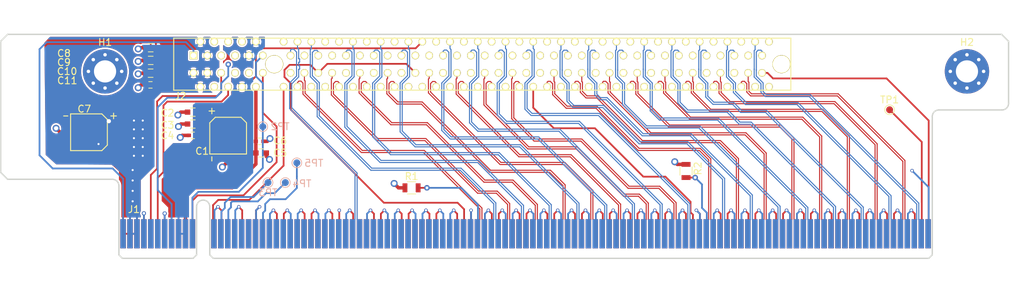
<source format=kicad_pcb>
(kicad_pcb (version 20171130) (host pcbnew "(5.1.5)-3")
  (layers (0 F.Cu signal) (1 In1.Cu signal) (2 In2.Cu signal) (31 B.Cu signal) (34 B.Paste user) (35 F.Paste user) (36 B.SilkS user) (37 F.SilkS user) (38 B.Mask user) (39 F.Mask user) (44 Edge.Cuts user))
  (net 0 "")
  (net 1 GND)
  (net 2 /CPU0_TX3-)
  (net 3 /CPU0_TX6+)
  (net 4 /CPU0_TX2+)
  (net 5 /CPU0_TX5+)
  (net 6 /CPU0_TX7+)
  (net 7 /CPU0_TX4-)
  (net 8 /CPU0_TX4+)
  (net 9 /CPU0_TX3+)
  (net 10 /CPU0_TX2-)
  (net 11 /CPU0_TX5-)
  (net 12 /CPU0_TX6-)
  (net 13 /CPU0_TX7-)
  (net 14 /CPU0_TX1-)
  (net 15 "Net-(J1-PadB41)")
  (net 16 "Net-(J1-PadB33)")
  (net 17 "Net-(J1-PadB23)")
  (net 18 "Net-(J1-PadB38)")
  (net 19 "Net-(J1-PadB37)")
  (net 20 "Net-(J1-PadB27)")
  (net 21 "Net-(J1-PadB24)")
  (net 22 /CPU0_TX1+)
  (net 23 /CPU0_TX0-)
  (net 24 "Net-(J1-PadB42)")
  (net 25 "Net-(J1-PadB34)")
  (net 26 /CPU0_TX0+)
  (net 27 "Net-(J1-PadB28)")
  (net 28 "Net-(J1-PadB46)")
  (net 29 "Net-(J1-PadB45)")
  (net 30 "Net-(J1-PadA16)")
  (net 31 /REF_CLK-)
  (net 32 "Net-(J1-PadA17)")
  (net 33 /REF_CLK+)
  (net 34 +12V)
  (net 35 /LAN_SMB_ALERT_N)
  (net 36 "Net-(J1-PadA5)")
  (net 37 /CPU0_RX0-)
  (net 38 "Net-(J1-PadA29)")
  (net 39 /SLOT0_CONFIG)
  (net 40 "Net-(J1-PadA36)")
  (net 41 /CPU0_RX1+)
  (net 42 /CPU0_RX2+)
  (net 43 /CPU0_RX1-)
  (net 44 "Net-(J1-PadA30)")
  (net 45 "Net-(J1-PadA48)")
  (net 46 /CPU0_RX0+)
  (net 47 "Net-(J1-PadA44)")
  (net 48 "Net-(J1-PadA43)")
  (net 49 "Net-(J1-PadA39)")
  (net 50 "Net-(J1-PadA47)")
  (net 51 "Net-(J1-PadA40)")
  (net 52 "Net-(J1-PadA35)")
  (net 53 /CPU0_RX4-)
  (net 54 "Net-(J1-PadB19)")
  (net 55 /CPU0_RX3+)
  (net 56 /CPU0_RX7+)
  (net 57 /CPU0_RX2-)
  (net 58 /CPU0_RX6+)
  (net 59 "Net-(J1-PadB14)")
  (net 60 /CPU0_RX4+)
  (net 61 /CPU0_RX3-)
  (net 62 /CPU0_RX5+)
  (net 63 "Net-(J1-PadB15)")
  (net 64 /CPU0_RX6-)
  (net 65 /CPU0_RX5-)
  (net 66 "Net-(J1-PadB20)")
  (net 67 /CPU0_RX7-)
  (net 68 /SMB_DATA)
  (net 69 /LAN_SMB_CLK)
  (net 70 +3V3)
  (net 71 /SMB_CLK)
  (net 72 +3.3Vaux)
  (net 73 /IRQ_LVC_WAKE_N)
  (net 74 /RST_PERST0_N)
  (net 75 "Net-(J1-PadA6)")
  (net 76 /LAN_SMB_DAT)
  (net 77 "Net-(J1-PadA25)")
  (net 78 "Net-(J1-PadA22)")
  (net 79 "Net-(J1-PadA21)")
  (net 80 "Net-(J1-PadA26)")
  (net 81 /CPU0_TX8+)
  (net 82 /CPU0_TX8-)
  (net 83 /CPU0_TX9+)
  (net 84 /CPU0_TX9-)
  (net 85 /CPU0_TX10+)
  (net 86 /CPU0_TX10-)
  (net 87 /CPU0_TX11+)
  (net 88 /CPU0_TX11-)
  (net 89 /CPU0_TX12+)
  (net 90 /CPU0_TX12-)
  (net 91 /CPU0_TX13+)
  (net 92 /CPU0_TX13-)
  (net 93 /CPU0_TX14+)
  (net 94 /CPU0_TX14-)
  (net 95 /CPU0_TX15+)
  (net 96 /CPU0_TX15-)
  (net 97 /SLOT1_CONFIG)
  (net 98 /CPU0_RX8+)
  (net 99 /CPU0_RX8-)
  (net 100 /CPU0_RX9+)
  (net 101 /CPU0_RX9-)
  (net 102 /CPU0_RX10+)
  (net 103 /CPU0_RX10-)
  (net 104 /CPU0_RX11+)
  (net 105 /CPU0_RX11-)
  (net 106 /CPU0_RX12+)
  (net 107 /CPU0_RX12-)
  (net 108 /CPU0_RX13+)
  (net 109 /CPU0_RX13-)
  (net 110 /CPU0_RX14+)
  (net 111 /CPU0_RX14-)
  (net 112 /CPU0_RX15+)
  (net 113 /CPU0_RX15-)
  (net 114 "Net-(J2-PadA5)")
  (net 115 "Net-(J2-PadA6)")
  (net 116 "Net-(J2-PadA7)")
  (net 117 "Net-(J2-PadA8)")
  (net 118 "Net-(J2-PadA19)")
  (net 119 "Net-(J2-PadB9)")
  (net 120 "Net-(J2-PadB30)")
  (net 121 "Net-(J2-PadB82)")
  (net 122 /PCIE_SLOT_PRSNT_x8)
  (net 123 /PCIE_SLOT_PRSNT_x1x4)
  (net 124 /PCIE_SLOT_PRSNT#1)
  (net 125 "Net-(J1-PadB114)")
  (net 126 /PCIE_SLOT_PRSNT_x16)
  (net 127 "Net-(J1-PadA14)")
  (net 128 "Net-(J1-PadA13)")
  (net 129 "Net-(J1-PadB31)")
  (net 130 "Net-(J1-PadB17)")
  (net 131 "Net-(J1-PadA19)")
  (module footprint_cts:VIA-0.6mm (layer F.Cu) (at 81.98 118.73)
    (fp_text reference REF** hide)
    (fp_text value VIA-0.6mm hide)
    (pad 1 thru_hole circle (at 0 0) (size 0.6 0.6) (drill 0.3) (layers *.Cu) (net 34 +12V))
  )
  (module footprint_cts:VIA-0.6mm (layer F.Cu) (at 81.98 117.23)
    (fp_text reference REF** hide)
    (fp_text value VIA-0.6mm hide)
    (pad 1 thru_hole circle (at 0 0) (size 0.6 0.6) (drill 0.3) (layers *.Cu) (net 34 +12V))
  )
  (module footprint_cts:VIA-0.6mm (layer F.Cu) (at 81.98 115.73)
    (fp_text reference REF** hide)
    (fp_text value VIA-0.6mm hide)
    (pad 1 thru_hole circle (at 0 0) (size 0.6 0.6) (drill 0.3) (layers *.Cu) (net 34 +12V))
  )
  (module TestPoint:TestPoint_Pad_D1.0mm (layer B.Cu) (at 105.65892 113.1854)
    (fp_text reference TP5 (at 2.45364 0.0478) (layer B.SilkS) (effects (justify mirror)))
    (fp_text value TP5)
    (pad 1 smd circle (at 0 0) (size 1 1) (layers B.Cu B.Mask) (net 131 "Net-(J1-PadA19)"))
  )
  (module footprint_cts:VIA-0.6mm (layer F.Cu) (at 81.98 114.23)
    (fp_text reference REF** hide)
    (fp_text value VIA-0.6mm hide)
    (pad 1 thru_hole circle (at 0 0) (size 0.6 0.6) (drill 0.3) (layers *.Cu) (net 34 +12V))
  )
  (module footprint_cts:VIA-0.6mm (layer F.Cu) (at 77.0585 110.476)
    (fp_text reference REF** hide)
    (fp_text value VIA-0.6mm hide)
    (pad 1 thru_hole circle (at 0 0) (size 0.6 0.6) (drill 0.3) (layers *.Cu) (net 34 +12V))
  )
  (module footprint_cts:VIA-0.6mm (layer F.Cu) (at 83.4357 107.0911)
    (fp_text reference REF** hide)
    (fp_text value VIA-0.6mm hide)
    (pad 1 thru_hole circle (at 0 0) (size 0.6 0.6) (drill 0.3) (layers *.Cu) (net 34 +12V))
  )
  (module footprint_cts:VIA-0.6mm (layer F.Cu) (at 82.1657 107.0911)
    (fp_text reference REF** hide)
    (fp_text value VIA-0.6mm hide)
    (pad 1 thru_hole circle (at 0 0) (size 0.6 0.6) (drill 0.3) (layers *.Cu) (net 34 +12V))
  )
  (module footprint_cts:VIA-0.6mm (layer F.Cu) (at 83.4357 108.3611)
    (fp_text reference REF** hide)
    (fp_text value VIA-0.6mm hide)
    (pad 1 thru_hole circle (at 0 0) (size 0.6 0.6) (drill 0.3) (layers *.Cu) (net 34 +12V))
  )
  (module footprint_cts:VIA-0.6mm (layer F.Cu) (at 82.1657 108.3611)
    (fp_text reference REF** hide)
    (fp_text value VIA-0.6mm hide)
    (pad 1 thru_hole circle (at 0 0) (size 0.6 0.6) (drill 0.3) (layers *.Cu) (net 34 +12V))
  )
  (module footprint_cts:VIA-0.6mm (layer F.Cu) (at 83.4357 109.6311)
    (fp_text reference REF** hide)
    (fp_text value VIA-0.6mm hide)
    (pad 1 thru_hole circle (at 0 0) (size 0.6 0.6) (drill 0.3) (layers *.Cu) (net 34 +12V))
  )
  (module footprint_cts:VIA-0.6mm (layer F.Cu) (at 82.1657 109.6311)
    (fp_text reference REF** hide)
    (fp_text value VIA-0.6mm hide)
    (pad 1 thru_hole circle (at 0 0) (size 0.6 0.6) (drill 0.3) (layers *.Cu) (net 34 +12V))
  )
  (module footprint_cts:VIA-0.6mm (layer F.Cu) (at 83.4357 110.9011)
    (fp_text reference REF** hide)
    (fp_text value VIA-0.6mm hide)
    (pad 1 thru_hole circle (at 0 0) (size 0.6 0.6) (drill 0.3) (layers *.Cu) (net 34 +12V))
  )
  (module footprint_cts:VIA-0.6mm (layer F.Cu) (at 82.1657 110.9011)
    (fp_text reference REF** hide)
    (fp_text value VIA-0.6mm hide)
    (pad 1 thru_hole circle (at 0 0) (size 0.6 0.6) (drill 0.3) (layers *.Cu) (net 34 +12V))
  )
  (module footprint_cts:VIA-0.6mm (layer F.Cu) (at 83.4357 112.1711)
    (fp_text reference REF** hide)
    (fp_text value VIA-0.6mm hide)
    (pad 1 thru_hole circle (at 0 0) (size 0.6 0.6) (drill 0.3) (layers *.Cu) (net 34 +12V))
  )
  (module footprint_cts:VIA-0.6mm (layer F.Cu) (at 82.1657 112.1711)
    (fp_text reference REF** hide)
    (fp_text value VIA-0.6mm hide)
    (pad 1 thru_hole circle (at 0 0) (size 0.6 0.6) (drill 0.3) (layers *.Cu) (net 34 +12V))
  )
  (module "Switch PCIe:pcie_16x" (layer F.Cu) (at 87.9 98.96)
    (fp_text reference J2 (at 0.975 4.59) (layer F.SilkS))
    (fp_text value connector_pcie16x)
    (pad "" np_thru_hole circle (at 14.5 0) (size 2.6 2.6) (drill 2.4) (layers *.Cu *.Mask F.SilkS))
    (pad "" np_thru_hole circle (at 87.65 0) (size 2.6 2.6) (drill 2.4) (layers *.Cu *.Mask F.SilkS))
    (pad A1 thru_hole rect (at 2.85 -1.25) (size 1.1 1.1) (drill 0.78) (layers *.Cu *.Mask F.SilkS) (net 124 /PCIE_SLOT_PRSNT#1))
    (pad A2 thru_hole circle (at 3.85 -3.25) (size 1.1 1.1) (drill 0.78) (layers *.Cu *.Mask F.SilkS) (net 34 +12V))
    (pad A3 thru_hole circle (at 4.85 -1.25) (size 1.1 1.1) (drill 0.78) (layers *.Cu *.Mask F.SilkS) (net 34 +12V))
    (pad A4 thru_hole circle (at 5.85 -3.25) (size 1.1 1.1) (drill 0.78) (layers *.Cu *.Mask F.SilkS) (net 1 GND))
    (pad A5 thru_hole circle (at 6.85 -1.25) (size 1.1 1.1) (drill 0.78) (layers *.Cu *.Mask F.SilkS) (net 114 "Net-(J2-PadA5)"))
    (pad A6 thru_hole circle (at 7.85 -3.25) (size 1.1 1.1) (drill 0.78) (layers *.Cu *.Mask F.SilkS) (net 115 "Net-(J2-PadA6)"))
    (pad A7 thru_hole circle (at 8.85 -1.25) (size 1.1 1.1) (drill 0.78) (layers *.Cu *.Mask F.SilkS) (net 116 "Net-(J2-PadA7)"))
    (pad A8 thru_hole circle (at 9.85 -3.25) (size 1.1 1.1) (drill 0.78) (layers *.Cu *.Mask F.SilkS) (net 117 "Net-(J2-PadA8)"))
    (pad A9 thru_hole circle (at 10.85 -1.25) (size 1.1 1.1) (drill 0.78) (layers *.Cu *.Mask F.SilkS) (net 70 +3V3))
    (pad A10 thru_hole circle (at 11.85 -3.25) (size 1.1 1.1) (drill 0.78) (layers *.Cu *.Mask F.SilkS) (net 70 +3V3))
    (pad A11 thru_hole circle (at 12.85 -1.25) (size 1.1 1.1) (drill 0.78) (layers *.Cu *.Mask F.SilkS) (net 74 /RST_PERST0_N))
    (pad A12 thru_hole circle (at 15.85 -3.25) (size 1.1 1.1) (drill 0.78) (layers *.Cu *.Mask F.SilkS) (net 1 GND))
    (pad A13 thru_hole circle (at 16.85 -1.25) (size 1.1 1.1) (drill 0.78) (layers *.Cu *.Mask F.SilkS) (net 33 /REF_CLK+))
    (pad A14 thru_hole circle (at 17.85 -3.25) (size 1.1 1.1) (drill 0.78) (layers *.Cu *.Mask F.SilkS) (net 31 /REF_CLK-))
    (pad A15 thru_hole circle (at 18.85 -1.25) (size 1.1 1.1) (drill 0.78) (layers *.Cu *.Mask F.SilkS) (net 1 GND))
    (pad A16 thru_hole circle (at 19.85 -3.25) (size 1.1 1.1) (drill 0.78) (layers *.Cu *.Mask F.SilkS) (net 46 /CPU0_RX0+))
    (pad A17 thru_hole circle (at 20.85 -1.25) (size 1.1 1.1) (drill 0.78) (layers *.Cu *.Mask F.SilkS) (net 37 /CPU0_RX0-))
    (pad A18 thru_hole circle (at 21.85 -3.25) (size 1.1 1.1) (drill 0.78) (layers *.Cu *.Mask F.SilkS) (net 1 GND))
    (pad A19 thru_hole circle (at 22.85 -1.25) (size 1.1 1.1) (drill 0.78) (layers *.Cu *.Mask F.SilkS) (net 118 "Net-(J2-PadA19)"))
    (pad A20 thru_hole circle (at 23.85 -3.25) (size 1.1 1.1) (drill 0.78) (layers *.Cu *.Mask F.SilkS) (net 1 GND))
    (pad A21 thru_hole circle (at 24.85 -1.25) (size 1.1 1.1) (drill 0.78) (layers *.Cu *.Mask F.SilkS) (net 41 /CPU0_RX1+))
    (pad A22 thru_hole circle (at 25.85 -3.25) (size 1.1 1.1) (drill 0.78) (layers *.Cu *.Mask F.SilkS) (net 43 /CPU0_RX1-))
    (pad A23 thru_hole circle (at 26.85 -1.25) (size 1.1 1.1) (drill 0.78) (layers *.Cu *.Mask F.SilkS) (net 1 GND))
    (pad A24 thru_hole circle (at 27.85 -3.25) (size 1.1 1.1) (drill 0.78) (layers *.Cu *.Mask F.SilkS) (net 1 GND))
    (pad A25 thru_hole circle (at 28.85 -1.25) (size 1.1 1.1) (drill 0.78) (layers *.Cu *.Mask F.SilkS) (net 42 /CPU0_RX2+))
    (pad A26 thru_hole circle (at 29.85 -3.25) (size 1.1 1.1) (drill 0.78) (layers *.Cu *.Mask F.SilkS) (net 57 /CPU0_RX2-))
    (pad A27 thru_hole circle (at 30.85 -1.25) (size 1.1 1.1) (drill 0.78) (layers *.Cu *.Mask F.SilkS) (net 1 GND))
    (pad A28 thru_hole circle (at 31.85 -3.25) (size 1.1 1.1) (drill 0.78) (layers *.Cu *.Mask F.SilkS) (net 1 GND))
    (pad A29 thru_hole circle (at 32.85 -1.25) (size 1.1 1.1) (drill 0.78) (layers *.Cu *.Mask F.SilkS) (net 55 /CPU0_RX3+))
    (pad A30 thru_hole circle (at 33.85 -3.25) (size 1.1 1.1) (drill 0.78) (layers *.Cu *.Mask F.SilkS) (net 61 /CPU0_RX3-))
    (pad A31 thru_hole circle (at 34.85 -1.25) (size 1.1 1.1) (drill 0.78) (layers *.Cu *.Mask F.SilkS) (net 1 GND))
    (pad A32 thru_hole circle (at 35.85 -3.25) (size 1.1 1.1) (drill 0.78) (layers *.Cu *.Mask F.SilkS) (net 69 /LAN_SMB_CLK))
    (pad A33 thru_hole circle (at 36.85 -1.25) (size 1.1 1.1) (drill 0.78) (layers *.Cu *.Mask F.SilkS) (net 76 /LAN_SMB_DAT))
    (pad A34 thru_hole circle (at 37.85 -3.25) (size 1.1 1.1) (drill 0.78) (layers *.Cu *.Mask F.SilkS) (net 1 GND))
    (pad A35 thru_hole circle (at 38.85 -1.25) (size 1.1 1.1) (drill 0.78) (layers *.Cu *.Mask F.SilkS) (net 60 /CPU0_RX4+))
    (pad A36 thru_hole circle (at 39.85 -3.25) (size 1.1 1.1) (drill 0.78) (layers *.Cu *.Mask F.SilkS) (net 53 /CPU0_RX4-))
    (pad A37 thru_hole circle (at 40.85 -1.25) (size 1.1 1.1) (drill 0.78) (layers *.Cu *.Mask F.SilkS) (net 1 GND))
    (pad A38 thru_hole circle (at 41.85 -3.25) (size 1.1 1.1) (drill 0.78) (layers *.Cu *.Mask F.SilkS) (net 1 GND))
    (pad A39 thru_hole circle (at 42.85 -1.25) (size 1.1 1.1) (drill 0.78) (layers *.Cu *.Mask F.SilkS) (net 62 /CPU0_RX5+))
    (pad A40 thru_hole circle (at 43.85 -3.25) (size 1.1 1.1) (drill 0.78) (layers *.Cu *.Mask F.SilkS) (net 65 /CPU0_RX5-))
    (pad A41 thru_hole circle (at 44.85 -1.25) (size 1.1 1.1) (drill 0.78) (layers *.Cu *.Mask F.SilkS) (net 1 GND))
    (pad A42 thru_hole circle (at 45.85 -3.25) (size 1.1 1.1) (drill 0.78) (layers *.Cu *.Mask F.SilkS) (net 1 GND))
    (pad A43 thru_hole circle (at 46.85 -1.25) (size 1.1 1.1) (drill 0.78) (layers *.Cu *.Mask F.SilkS) (net 58 /CPU0_RX6+))
    (pad A44 thru_hole circle (at 47.85 -3.25) (size 1.1 1.1) (drill 0.78) (layers *.Cu *.Mask F.SilkS) (net 64 /CPU0_RX6-))
    (pad A45 thru_hole circle (at 48.85 -1.25) (size 1.1 1.1) (drill 0.78) (layers *.Cu *.Mask F.SilkS) (net 1 GND))
    (pad A46 thru_hole circle (at 49.85 -3.25) (size 1.1 1.1) (drill 0.78) (layers *.Cu *.Mask F.SilkS) (net 1 GND))
    (pad A47 thru_hole circle (at 50.85 -1.25) (size 1.1 1.1) (drill 0.78) (layers *.Cu *.Mask F.SilkS) (net 56 /CPU0_RX7+))
    (pad A48 thru_hole circle (at 51.85 -3.25) (size 1.1 1.1) (drill 0.78) (layers *.Cu *.Mask F.SilkS) (net 67 /CPU0_RX7-))
    (pad A49 thru_hole circle (at 52.85 -1.25) (size 1.1 1.1) (drill 0.78) (layers *.Cu *.Mask F.SilkS) (net 1 GND))
    (pad A50 thru_hole circle (at 53.85 -3.25) (size 1.1 1.1) (drill 0.78) (layers *.Cu *.Mask F.SilkS) (net 1 GND))
    (pad A51 thru_hole circle (at 54.85 -1.25) (size 1.1 1.1) (drill 0.78) (layers *.Cu *.Mask F.SilkS) (net 1 GND))
    (pad A52 thru_hole circle (at 55.85 -3.25) (size 1.1 1.1) (drill 0.78) (layers *.Cu *.Mask F.SilkS) (net 98 /CPU0_RX8+))
    (pad A53 thru_hole circle (at 56.85 -1.25) (size 1.1 1.1) (drill 0.78) (layers *.Cu *.Mask F.SilkS) (net 99 /CPU0_RX8-))
    (pad A54 thru_hole circle (at 57.85 -3.25) (size 1.1 1.1) (drill 0.78) (layers *.Cu *.Mask F.SilkS) (net 1 GND))
    (pad A55 thru_hole circle (at 58.85 -1.25) (size 1.1 1.1) (drill 0.78) (layers *.Cu *.Mask F.SilkS) (net 1 GND))
    (pad A56 thru_hole circle (at 59.85 -3.25) (size 1.1 1.1) (drill 0.78) (layers *.Cu *.Mask F.SilkS) (net 100 /CPU0_RX9+))
    (pad A57 thru_hole circle (at 60.85 -1.25) (size 1.1 1.1) (drill 0.78) (layers *.Cu *.Mask F.SilkS) (net 101 /CPU0_RX9-))
    (pad A58 thru_hole circle (at 61.85 -3.25) (size 1.1 1.1) (drill 0.78) (layers *.Cu *.Mask F.SilkS) (net 1 GND))
    (pad A59 thru_hole circle (at 62.85 -1.25) (size 1.1 1.1) (drill 0.78) (layers *.Cu *.Mask F.SilkS) (net 1 GND))
    (pad A60 thru_hole circle (at 63.85 -3.25) (size 1.1 1.1) (drill 0.78) (layers *.Cu *.Mask F.SilkS) (net 102 /CPU0_RX10+))
    (pad A61 thru_hole circle (at 64.85 -1.25) (size 1.1 1.1) (drill 0.78) (layers *.Cu *.Mask F.SilkS) (net 103 /CPU0_RX10-))
    (pad A62 thru_hole circle (at 65.85 -3.25) (size 1.1 1.1) (drill 0.78) (layers *.Cu *.Mask F.SilkS) (net 1 GND))
    (pad A63 thru_hole circle (at 66.85 -1.25) (size 1.1 1.1) (drill 0.78) (layers *.Cu *.Mask F.SilkS) (net 1 GND))
    (pad A64 thru_hole circle (at 67.85 -3.25) (size 1.1 1.1) (drill 0.78) (layers *.Cu *.Mask F.SilkS) (net 104 /CPU0_RX11+))
    (pad A65 thru_hole circle (at 68.85 -1.25) (size 1.1 1.1) (drill 0.78) (layers *.Cu *.Mask F.SilkS) (net 105 /CPU0_RX11-))
    (pad A66 thru_hole circle (at 69.85 -3.25) (size 1.1 1.1) (drill 0.78) (layers *.Cu *.Mask F.SilkS) (net 1 GND))
    (pad A67 thru_hole circle (at 70.85 -1.25) (size 1.1 1.1) (drill 0.78) (layers *.Cu *.Mask F.SilkS) (net 1 GND))
    (pad A68 thru_hole circle (at 71.85 -3.25) (size 1.1 1.1) (drill 0.78) (layers *.Cu *.Mask F.SilkS) (net 106 /CPU0_RX12+))
    (pad A69 thru_hole circle (at 72.85 -1.25) (size 1.1 1.1) (drill 0.78) (layers *.Cu *.Mask F.SilkS) (net 107 /CPU0_RX12-))
    (pad A70 thru_hole circle (at 73.85 -3.25) (size 1.1 1.1) (drill 0.78) (layers *.Cu *.Mask F.SilkS) (net 1 GND))
    (pad A71 thru_hole circle (at 74.85 -1.25) (size 1.1 1.1) (drill 0.78) (layers *.Cu *.Mask F.SilkS) (net 1 GND))
    (pad A72 thru_hole circle (at 75.85 -3.25) (size 1.1 1.1) (drill 0.78) (layers *.Cu *.Mask F.SilkS) (net 108 /CPU0_RX13+))
    (pad A73 thru_hole circle (at 76.85 -1.25) (size 1.1 1.1) (drill 0.78) (layers *.Cu *.Mask F.SilkS) (net 109 /CPU0_RX13-))
    (pad A74 thru_hole circle (at 77.85 -3.25) (size 1.1 1.1) (drill 0.78) (layers *.Cu *.Mask F.SilkS) (net 1 GND))
    (pad A75 thru_hole circle (at 78.85 -1.25) (size 1.1 1.1) (drill 0.78) (layers *.Cu *.Mask F.SilkS) (net 1 GND))
    (pad A76 thru_hole circle (at 79.85 -3.25) (size 1.1 1.1) (drill 0.78) (layers *.Cu *.Mask F.SilkS) (net 110 /CPU0_RX14+))
    (pad A77 thru_hole circle (at 80.85 -1.25) (size 1.1 1.1) (drill 0.78) (layers *.Cu *.Mask F.SilkS) (net 111 /CPU0_RX14-))
    (pad A78 thru_hole circle (at 81.85 -3.25) (size 1.1 1.1) (drill 0.78) (layers *.Cu *.Mask F.SilkS) (net 1 GND))
    (pad A79 thru_hole circle (at 82.85 -1.25) (size 1.1 1.1) (drill 0.78) (layers *.Cu *.Mask F.SilkS) (net 1 GND))
    (pad A80 thru_hole circle (at 83.85 -3.25) (size 1.1 1.1) (drill 0.78) (layers *.Cu *.Mask F.SilkS) (net 112 /CPU0_RX15+))
    (pad A81 thru_hole circle (at 84.85 -1.25) (size 1.1 1.1) (drill 0.78) (layers *.Cu *.Mask F.SilkS) (net 113 /CPU0_RX15-))
    (pad B1 thru_hole circle (at 2.85 1.25) (size 1.1 1.1) (drill 0.78) (layers *.Cu *.Mask F.SilkS) (net 34 +12V))
    (pad B2 thru_hole circle (at 3.85 3.25) (size 1.1 1.1) (drill 0.78) (layers *.Cu *.Mask F.SilkS) (net 34 +12V))
    (pad B3 thru_hole circle (at 4.85 1.25) (size 1.1 1.1) (drill 0.78) (layers *.Cu *.Mask F.SilkS) (net 34 +12V))
    (pad B4 thru_hole circle (at 5.85 3.25) (size 1.1 1.1) (drill 0.78) (layers *.Cu *.Mask F.SilkS) (net 1 GND))
    (pad B5 thru_hole circle (at 6.85 1.25) (size 1.1 1.1) (drill 0.78) (layers *.Cu *.Mask F.SilkS) (net 71 /SMB_CLK))
    (pad B6 thru_hole circle (at 7.85 3.25) (size 1.1 1.1) (drill 0.78) (layers *.Cu *.Mask F.SilkS) (net 68 /SMB_DATA))
    (pad B7 thru_hole circle (at 8.85 1.25) (size 1.1 1.1) (drill 0.78) (layers *.Cu *.Mask F.SilkS) (net 1 GND))
    (pad B8 thru_hole circle (at 9.85 3.25) (size 1.1 1.1) (drill 0.78) (layers *.Cu *.Mask F.SilkS) (net 70 +3V3))
    (pad B9 thru_hole circle (at 10.85 1.25) (size 1.1 1.1) (drill 0.78) (layers *.Cu *.Mask F.SilkS) (net 119 "Net-(J2-PadB9)"))
    (pad B10 thru_hole circle (at 11.85 3.25) (size 1.1 1.1) (drill 0.78) (layers *.Cu *.Mask F.SilkS) (net 72 +3.3Vaux))
    (pad B11 thru_hole circle (at 12.85 1.25) (size 1.1 1.1) (drill 0.78) (layers *.Cu *.Mask F.SilkS) (net 73 /IRQ_LVC_WAKE_N))
    (pad B12 thru_hole circle (at 15.85 3.25) (size 1.1 1.1) (drill 0.78) (layers *.Cu *.Mask F.SilkS) (net 35 /LAN_SMB_ALERT_N))
    (pad B13 thru_hole circle (at 16.85 1.25) (size 1.1 1.1) (drill 0.78) (layers *.Cu *.Mask F.SilkS) (net 1 GND))
    (pad B14 thru_hole circle (at 17.85 3.25) (size 1.1 1.1) (drill 0.78) (layers *.Cu *.Mask F.SilkS) (net 26 /CPU0_TX0+))
    (pad B15 thru_hole circle (at 18.85 1.25) (size 1.1 1.1) (drill 0.78) (layers *.Cu *.Mask F.SilkS) (net 23 /CPU0_TX0-))
    (pad B16 thru_hole circle (at 19.85 3.25) (size 1.1 1.1) (drill 0.78) (layers *.Cu *.Mask F.SilkS) (net 1 GND))
    (pad B17 thru_hole circle (at 20.85 1.25) (size 1.1 1.1) (drill 0.78) (layers *.Cu *.Mask F.SilkS) (net 123 /PCIE_SLOT_PRSNT_x1x4))
    (pad B18 thru_hole circle (at 21.85 3.25) (size 1.1 1.1) (drill 0.78) (layers *.Cu *.Mask F.SilkS) (net 1 GND))
    (pad B19 thru_hole circle (at 22.85 1.25) (size 1.1 1.1) (drill 0.78) (layers *.Cu *.Mask F.SilkS) (net 22 /CPU0_TX1+))
    (pad B20 thru_hole circle (at 23.85 3.25) (size 1.1 1.1) (drill 0.78) (layers *.Cu *.Mask F.SilkS) (net 14 /CPU0_TX1-))
    (pad B21 thru_hole circle (at 24.85 1.25) (size 1.1 1.1) (drill 0.78) (layers *.Cu *.Mask F.SilkS) (net 1 GND))
    (pad B22 thru_hole circle (at 25.85 3.25) (size 1.1 1.1) (drill 0.78) (layers *.Cu *.Mask F.SilkS) (net 1 GND))
    (pad B23 thru_hole circle (at 26.85 1.25) (size 1.1 1.1) (drill 0.78) (layers *.Cu *.Mask F.SilkS) (net 4 /CPU0_TX2+))
    (pad B24 thru_hole circle (at 27.85 3.25) (size 1.1 1.1) (drill 0.78) (layers *.Cu *.Mask F.SilkS) (net 10 /CPU0_TX2-))
    (pad B25 thru_hole circle (at 28.85 1.25) (size 1.1 1.1) (drill 0.78) (layers *.Cu *.Mask F.SilkS) (net 1 GND))
    (pad B26 thru_hole circle (at 29.85 3.25) (size 1.1 1.1) (drill 0.78) (layers *.Cu *.Mask F.SilkS) (net 1 GND))
    (pad B27 thru_hole circle (at 30.85 1.25) (size 1.1 1.1) (drill 0.78) (layers *.Cu *.Mask F.SilkS) (net 9 /CPU0_TX3+))
    (pad B28 thru_hole circle (at 31.85 3.25) (size 1.1 1.1) (drill 0.78) (layers *.Cu *.Mask F.SilkS) (net 2 /CPU0_TX3-))
    (pad B29 thru_hole circle (at 32.85 1.25) (size 1.1 1.1) (drill 0.78) (layers *.Cu *.Mask F.SilkS) (net 1 GND))
    (pad B30 thru_hole circle (at 33.85 3.25) (size 1.1 1.1) (drill 0.78) (layers *.Cu *.Mask F.SilkS) (net 120 "Net-(J2-PadB30)"))
    (pad B31 thru_hole circle (at 34.85 1.25) (size 1.1 1.1) (drill 0.78) (layers *.Cu *.Mask F.SilkS) (net 123 /PCIE_SLOT_PRSNT_x1x4))
    (pad B33 thru_hole circle (at 36.85 1.25) (size 1.1 1.1) (drill 0.78) (layers *.Cu *.Mask F.SilkS) (net 8 /CPU0_TX4+))
    (pad B34 thru_hole circle (at 37.85 3.25) (size 1.1 1.1) (drill 0.78) (layers *.Cu *.Mask F.SilkS) (net 7 /CPU0_TX4-))
    (pad B35 thru_hole circle (at 38.85 1.25) (size 1.1 1.1) (drill 0.78) (layers *.Cu *.Mask F.SilkS) (net 1 GND))
    (pad B36 thru_hole circle (at 39.85 3.25) (size 1.1 1.1) (drill 0.78) (layers *.Cu *.Mask F.SilkS) (net 1 GND))
    (pad B37 thru_hole circle (at 40.85 1.25) (size 1.1 1.1) (drill 0.78) (layers *.Cu *.Mask F.SilkS) (net 5 /CPU0_TX5+))
    (pad B38 thru_hole circle (at 41.85 3.25) (size 1.1 1.1) (drill 0.78) (layers *.Cu *.Mask F.SilkS) (net 11 /CPU0_TX5-))
    (pad B39 thru_hole circle (at 42.85 1.25) (size 1.1 1.1) (drill 0.78) (layers *.Cu *.Mask F.SilkS) (net 1 GND))
    (pad B40 thru_hole circle (at 43.85 3.25) (size 1.1 1.1) (drill 0.78) (layers *.Cu *.Mask F.SilkS) (net 1 GND))
    (pad B41 thru_hole circle (at 44.85 1.25) (size 1.1 1.1) (drill 0.78) (layers *.Cu *.Mask F.SilkS) (net 3 /CPU0_TX6+))
    (pad B42 thru_hole circle (at 45.85 3.25) (size 1.1 1.1) (drill 0.78) (layers *.Cu *.Mask F.SilkS) (net 12 /CPU0_TX6-))
    (pad B43 thru_hole circle (at 46.85 1.25) (size 1.1 1.1) (drill 0.78) (layers *.Cu *.Mask F.SilkS) (net 1 GND))
    (pad B44 thru_hole circle (at 47.85 3.25) (size 1.1 1.1) (drill 0.78) (layers *.Cu *.Mask F.SilkS) (net 1 GND))
    (pad B45 thru_hole circle (at 48.85 1.25) (size 1.1 1.1) (drill 0.78) (layers *.Cu *.Mask F.SilkS) (net 6 /CPU0_TX7+))
    (pad B46 thru_hole circle (at 49.85 3.25) (size 1.1 1.1) (drill 0.78) (layers *.Cu *.Mask F.SilkS) (net 13 /CPU0_TX7-))
    (pad B47 thru_hole circle (at 50.85 1.25) (size 1.1 1.1) (drill 0.78) (layers *.Cu *.Mask F.SilkS) (net 1 GND))
    (pad B48 thru_hole circle (at 51.85 3.25) (size 1.1 1.1) (drill 0.78) (layers *.Cu *.Mask F.SilkS) (net 122 /PCIE_SLOT_PRSNT_x8))
    (pad B49 thru_hole circle (at 52.85 1.25) (size 1.1 1.1) (drill 0.78) (layers *.Cu *.Mask F.SilkS) (net 1 GND))
    (pad B50 thru_hole circle (at 53.85 3.25) (size 1.1 1.1) (drill 0.78) (layers *.Cu *.Mask F.SilkS) (net 81 /CPU0_TX8+))
    (pad B51 thru_hole circle (at 54.85 1.25) (size 1.1 1.1) (drill 0.78) (layers *.Cu *.Mask F.SilkS) (net 82 /CPU0_TX8-))
    (pad B52 thru_hole circle (at 55.85 3.25) (size 1.1 1.1) (drill 0.78) (layers *.Cu *.Mask F.SilkS) (net 1 GND))
    (pad B53 thru_hole circle (at 56.85 1.25) (size 1.1 1.1) (drill 0.78) (layers *.Cu *.Mask F.SilkS) (net 1 GND))
    (pad B54 thru_hole circle (at 57.85 3.25) (size 1.1 1.1) (drill 0.78) (layers *.Cu *.Mask F.SilkS) (net 83 /CPU0_TX9+))
    (pad B55 thru_hole circle (at 58.85 1.25) (size 1.1 1.1) (drill 0.78) (layers *.Cu *.Mask F.SilkS) (net 84 /CPU0_TX9-))
    (pad B56 thru_hole circle (at 59.85 3.25) (size 1.1 1.1) (drill 0.78) (layers *.Cu *.Mask F.SilkS) (net 1 GND))
    (pad B57 thru_hole circle (at 60.85 1.25) (size 1.1 1.1) (drill 0.78) (layers *.Cu *.Mask F.SilkS) (net 1 GND))
    (pad B58 thru_hole circle (at 61.85 3.25) (size 1.1 1.1) (drill 0.78) (layers *.Cu *.Mask F.SilkS) (net 85 /CPU0_TX10+))
    (pad B59 thru_hole circle (at 62.85 1.25) (size 1.1 1.1) (drill 0.78) (layers *.Cu *.Mask F.SilkS) (net 86 /CPU0_TX10-))
    (pad B60 thru_hole circle (at 63.85 3.25) (size 1.1 1.1) (drill 0.78) (layers *.Cu *.Mask F.SilkS) (net 1 GND))
    (pad B61 thru_hole circle (at 64.85 1.25) (size 1.1 1.1) (drill 0.78) (layers *.Cu *.Mask F.SilkS) (net 1 GND))
    (pad B62 thru_hole circle (at 65.85 3.25) (size 1.1 1.1) (drill 0.78) (layers *.Cu *.Mask F.SilkS) (net 87 /CPU0_TX11+))
    (pad B63 thru_hole circle (at 66.85 1.25) (size 1.1 1.1) (drill 0.78) (layers *.Cu *.Mask F.SilkS) (net 88 /CPU0_TX11-))
    (pad B64 thru_hole circle (at 67.85 3.25) (size 1.1 1.1) (drill 0.78) (layers *.Cu *.Mask F.SilkS) (net 1 GND))
    (pad B65 thru_hole circle (at 68.85 1.25) (size 1.1 1.1) (drill 0.78) (layers *.Cu *.Mask F.SilkS) (net 1 GND))
    (pad B66 thru_hole circle (at 69.85 3.25) (size 1.1 1.1) (drill 0.78) (layers *.Cu *.Mask F.SilkS) (net 89 /CPU0_TX12+))
    (pad B67 thru_hole circle (at 70.85 1.25) (size 1.1 1.1) (drill 0.78) (layers *.Cu *.Mask F.SilkS) (net 90 /CPU0_TX12-))
    (pad B68 thru_hole circle (at 71.85 3.25) (size 1.1 1.1) (drill 0.78) (layers *.Cu *.Mask F.SilkS) (net 1 GND))
    (pad B69 thru_hole circle (at 72.85 1.25) (size 1.1 1.1) (drill 0.78) (layers *.Cu *.Mask F.SilkS) (net 1 GND))
    (pad B70 thru_hole circle (at 73.85 3.25) (size 1.1 1.1) (drill 0.78) (layers *.Cu *.Mask F.SilkS) (net 91 /CPU0_TX13+))
    (pad B71 thru_hole circle (at 74.85 1.25) (size 1.1 1.1) (drill 0.78) (layers *.Cu *.Mask F.SilkS) (net 92 /CPU0_TX13-))
    (pad B72 thru_hole circle (at 75.85 3.25) (size 1.1 1.1) (drill 0.78) (layers *.Cu *.Mask F.SilkS) (net 1 GND))
    (pad B73 thru_hole circle (at 76.85 1.25) (size 1.1 1.1) (drill 0.78) (layers *.Cu *.Mask F.SilkS) (net 1 GND))
    (pad B74 thru_hole circle (at 77.85 3.25) (size 1.1 1.1) (drill 0.78) (layers *.Cu *.Mask F.SilkS) (net 93 /CPU0_TX14+))
    (pad B75 thru_hole circle (at 78.85 1.25) (size 1.1 1.1) (drill 0.78) (layers *.Cu *.Mask F.SilkS) (net 94 /CPU0_TX14-))
    (pad B76 thru_hole circle (at 79.85 3.25) (size 1.1 1.1) (drill 0.78) (layers *.Cu *.Mask F.SilkS) (net 1 GND))
    (pad B77 thru_hole circle (at 80.85 1.25) (size 1.1 1.1) (drill 0.78) (layers *.Cu *.Mask F.SilkS) (net 1 GND))
    (pad B78 thru_hole circle (at 81.85 3.25) (size 1.1 1.1) (drill 0.78) (layers *.Cu *.Mask F.SilkS) (net 95 /CPU0_TX15+))
    (pad B79 thru_hole circle (at 82.85 1.25) (size 1.1 1.1) (drill 0.78) (layers *.Cu *.Mask F.SilkS) (net 96 /CPU0_TX15-))
    (pad B80 thru_hole circle (at 83.85 3.25) (size 1.1 1.1) (drill 0.78) (layers *.Cu *.Mask F.SilkS) (net 1 GND))
    (pad B81 thru_hole circle (at 84.85 1.25) (size 1.1 1.1) (drill 0.78) (layers *.Cu *.Mask F.SilkS) (net 126 /PCIE_SLOT_PRSNT_x16))
    (pad B32 thru_hole circle (at 35.85 3.25) (size 1.1 1.1) (drill 0.78) (layers *.Cu *.Mask F.SilkS) (net 1 GND))
    (pad A82 thru_hole circle (at 85.85 -3.25) (size 1.1 1.1) (drill 0.78) (layers *.Cu *.Mask F.SilkS) (net 1 GND))
    (pad B82 thru_hole circle (at 85.85 3.25) (size 1.1 1.1) (drill 0.78) (layers *.Cu *.Mask F.SilkS) (net 121 "Net-(J2-PadB82)"))
  )
  (module Resistors_SMD:R_0805 (layer F.Cu) (at 122.20042 116.7896)
    (fp_text reference R1 (at 0 -1.65) (layer F.SilkS))
    (fp_text value 0)
    (pad 2 smd rect (at 0.95 0) (size 0.7 1.3) (layers F.Cu F.Paste F.Mask) (net 39 /SLOT0_CONFIG))
    (pad 1 smd rect (at -0.95 0) (size 0.7 1.3) (layers F.Cu F.Paste F.Mask) (net 1 GND))
  )
  (module Resistors_SMD:R_0805 (layer F.Cu) (at 161.78784 114.35888 270)
    (fp_text reference R2 (at -0.35888 -1.71216 90) (layer F.SilkS))
    (fp_text value 0)
    (pad 1 smd rect (at -0.95 0 270) (size 0.7 1.3) (layers F.Cu F.Paste F.Mask) (net 1 GND))
    (pad 2 smd rect (at 0.95 0 270) (size 0.7 1.3) (layers F.Cu F.Paste F.Mask) (net 97 /SLOT1_CONFIG))
  )
  (module Capacitors_SMD:C_0603 (layer F.Cu) (at 90.6493 105.8749 180)
    (fp_text reference C2 (at 3.6493 -0.1251) (layer F.SilkS))
    (fp_text value "1u 10V")
    (pad 1 smd rect (at -0.75 0 180) (size 0.8 0.75) (layers F.Cu F.Paste F.Mask) (net 70 +3V3))
    (pad 2 smd rect (at 0.75 0 180) (size 0.8 0.75) (layers F.Cu F.Paste F.Mask) (net 1 GND))
  )
  (module Capacitors_SMD:C_0603 (layer F.Cu) (at 90.6493 107.5894 180)
    (fp_text reference C3 (at 3.6493 -0.1606) (layer F.SilkS))
    (fp_text value "1u 10V")
    (pad 2 smd rect (at 0.75 0 180) (size 0.8 0.75) (layers F.Cu F.Paste F.Mask) (net 1 GND))
    (pad 1 smd rect (at -0.75 0 180) (size 0.8 0.75) (layers F.Cu F.Paste F.Mask) (net 70 +3V3))
  )
  (module Capacitors_SMD:C_0402 (layer F.Cu) (at 90.6493 109.2277 180)
    (fp_text reference C4 (at 3.6493 -0.0223) (layer F.SilkS))
    (fp_text value "0.1u 10V")
    (pad 1 smd rect (at -0.55 0 180) (size 0.6 0.5) (layers F.Cu F.Paste F.Mask) (net 70 +3V3))
    (pad 2 smd rect (at 0.55 0 180) (size 0.6 0.5) (layers F.Cu F.Paste F.Mask) (net 1 GND))
  )
  (module Capacitors_SMD:C_0603 (layer F.Cu) (at 100.4951 111.763)
    (fp_text reference C5 (at 2.7549 -0.013) (layer F.SilkS))
    (fp_text value "1u 10V")
    (pad 1 smd rect (at -0.75 0) (size 0.8 0.75) (layers F.Cu F.Paste F.Mask) (net 72 +3.3Vaux))
    (pad 2 smd rect (at 0.75 0) (size 0.8 0.75) (layers F.Cu F.Paste F.Mask) (net 1 GND))
  )
  (module Capacitors_SMD:C_0402 (layer F.Cu) (at 100.2919 110.0866)
    (fp_text reference C6 (at 2.9581 -0.0866) (layer F.SilkS))
    (fp_text value "0.1u 10V")
    (pad 2 smd rect (at 0.55 0) (size 0.6 0.5) (layers F.Cu F.Paste F.Mask) (net 1 GND))
    (pad 1 smd rect (at -0.55 0) (size 0.6 0.5) (layers F.Cu F.Paste F.Mask) (net 72 +3.3Vaux))
  )
  (module Capacitors_SMD:C_0603 (layer F.Cu) (at 84.58428 98.416068 180)
    (fp_text reference C9 (at 12.50928 -0.283932) (layer F.SilkS))
    (fp_text value "1u 25V")
    (pad 1 smd rect (at -0.75 0 180) (size 0.8 0.75) (layers F.Cu F.Paste F.Mask) (net 34 +12V))
    (pad 2 smd rect (at 0.75 0 180) (size 0.8 0.75) (layers F.Cu F.Paste F.Mask) (net 1 GND))
  )
  (module Capacitors_SMD:C_0603 (layer F.Cu) (at 84.57158 100.254254 180)
    (fp_text reference C10 (at 12.04658 0.254254) (layer F.SilkS))
    (fp_text value "1u 25V")
    (pad 2 smd rect (at 0.75 0 180) (size 0.8 0.75) (layers F.Cu F.Paste F.Mask) (net 1 GND))
    (pad 1 smd rect (at -0.75 0 180) (size 0.8 0.75) (layers F.Cu F.Paste F.Mask) (net 34 +12V))
  )
  (module Capacitors_SMD:C_0402 (layer F.Cu) (at 84.54872 101.94744 180)
    (fp_text reference C11 (at 11.99872 0.62244) (layer F.SilkS))
    (fp_text value "0.1u 25V")
    (pad 2 smd rect (at 0.55 0 180) (size 0.6 0.5) (layers F.Cu F.Paste F.Mask) (net 1 GND))
    (pad 1 smd rect (at -0.55 0 180) (size 0.6 0.5) (layers F.Cu F.Paste F.Mask) (net 34 +12V))
  )
  (module "Switch PCIe:CapaElec_100u_16V_5.3mm" (layer F.Cu) (at 98.3996 111.9154 90)
    (fp_text reference C1 (at 0.4154 -6.3996 180) (layer F.SilkS))
    (fp_text value "100u 16V")
    (pad 1 smd rect (at 4.8 -2.65 90) (size 2.8 1.6) (layers F.Cu F.Paste F.Mask) (net 70 +3V3))
    (pad 2 smd rect (at 0.5 -2.65 90) (size 2.8 1.6) (layers F.Cu F.Paste F.Mask) (net 1 GND))
  )
  (module "Switch PCIe:CapaElec_100u_16V_5.3mm" (layer F.Cu) (at 73.03128 111.42596)
    (fp_text reference C7 (at 1.97612 -6.00964) (layer F.SilkS))
    (fp_text value "100u 16V")
    (pad 2 smd rect (at 0.5 -2.65) (size 2.8 1.6) (layers F.Cu F.Paste F.Mask) (net 1 GND))
    (pad 1 smd rect (at 4.8 -2.65) (size 2.8 1.6) (layers F.Cu F.Paste F.Mask) (net 34 +12V))
  )
  (module Mounting_Holes:MountingHole_3.2mm_M3_Pad_Via (layer F.Cu) (at 202.3 100)
    (fp_text reference H2 (at 0 -4.2) (layer F.SilkS))
    (fp_text value MountingHole_Pad)
    (pad 1 thru_hole circle (at 1.697056 -1.697056) (size 0.8 0.8) (drill 0.5) (layers *.Cu *.Mask) (net 1 GND))
    (pad 1 thru_hole circle (at 0 -2.4) (size 0.8 0.8) (drill 0.5) (layers *.Cu *.Mask) (net 1 GND))
    (pad 1 thru_hole circle (at -1.697056 -1.697056) (size 0.8 0.8) (drill 0.5) (layers *.Cu *.Mask) (net 1 GND))
    (pad 1 thru_hole circle (at -2.4 0) (size 0.8 0.8) (drill 0.5) (layers *.Cu *.Mask) (net 1 GND))
    (pad 1 thru_hole circle (at -1.697056 1.697056) (size 0.8 0.8) (drill 0.5) (layers *.Cu *.Mask) (net 1 GND))
    (pad 1 thru_hole circle (at 0 2.4) (size 0.8 0.8) (drill 0.5) (layers *.Cu *.Mask) (net 1 GND))
    (pad 1 thru_hole circle (at 1.697056 1.697056) (size 0.8 0.8) (drill 0.5) (layers *.Cu *.Mask) (net 1 GND))
    (pad 1 thru_hole circle (at 2.4 0) (size 0.8 0.8) (drill 0.5) (layers *.Cu *.Mask) (net 1 GND))
    (pad 1 thru_hole circle (at 0 0) (size 6.4 6.4) (drill 3.2) (layers *.Cu *.Mask) (net 1 GND))
  )
  (module Capacitors_SMD:C_0603 (layer F.Cu) (at 84.58428 96.57788 180)
    (fp_text reference C8 (at 12.50928 -0.82212) (layer F.SilkS))
    (fp_text value "1u 25V")
    (pad 1 smd rect (at -0.75 0 180) (size 0.8 0.75) (layers F.Cu F.Paste F.Mask) (net 34 +12V))
    (pad 2 smd rect (at 0.75 0 180) (size 0.8 0.75) (layers F.Cu F.Paste F.Mask) (net 1 GND))
  )
  (module TestPoint:TestPoint_Pad_D1.0mm (layer F.Cu) (at 191.14262 105.53492)
    (fp_text reference TP1 (at 0 -1.448) (layer F.SilkS))
    (fp_text value TP1)
    (pad 1 smd circle (at 0 0) (size 1 1) (layers F.Cu F.Mask) (net 125 "Net-(J1-PadB114)"))
  )
  (module TestPoint:TestPoint_Pad_D1.0mm (layer B.Cu) (at 100.7491 107.9657)
    (fp_text reference TP2 (at 2.49936 -0.0157) (layer B.SilkS) (effects (justify mirror)))
    (fp_text value TP2)
    (pad 1 smd circle (at 0 0) (size 1 1) (layers B.Cu B.Mask) (net 74 /RST_PERST0_N))
  )
  (module TestPoint:TestPoint_Pad_D1.0mm (layer B.Cu) (at 101.5 116.0322)
    (fp_text reference TP3 (at 0 1.448) (layer B.SilkS) (effects (justify mirror)))
    (fp_text value TP3)
    (pad 1 smd circle (at 0 0) (size 1 1) (layers B.Cu B.Mask) (net 128 "Net-(J1-PadA13)"))
  )
  (module TestPoint:TestPoint_Pad_D1.0mm (layer B.Cu) (at 104 116.0322)
    (fp_text reference TP4 (at 2.39044 0.15502) (layer B.SilkS) (effects (justify mirror)))
    (fp_text value TP4)
    (pad 1 smd circle (at 0 0) (size 1 1) (layers B.Cu B.Mask) (net 127 "Net-(J1-PadA14)"))
  )
  (module "Switch PCIe:pads_pcie_x24" (layer F.Cu) (at 80.6 123.4186)
    (fp_text reference J1 (at 1.5621 -3.5179) (layer F.SilkS))
    (fp_text value CONN_PCIE_x24)
    (pad B57 smd rect (at 58.1 0) (size 0.8 4.2) (layers F.Cu F.Paste F.Mask) (net 1 GND))
    (pad B60 smd rect (at 61.1 0) (size 0.8 4.2) (layers F.Cu F.Paste F.Mask) (net 1 GND))
    (pad B68 smd rect (at 69.1 0) (size 0.8 4.2) (layers F.Cu F.Paste F.Mask) (net 1 GND))
    (pad B80 smd rect (at 81.1 0) (size 0.8 4.2) (layers F.Cu F.Paste F.Mask) (net 1 GND))
    (pad B69 smd rect (at 70.1 0) (size 0.8 4.2) (layers F.Cu F.Paste F.Mask) (net 1 GND))
    (pad B72 smd rect (at 73.1 0) (size 0.8 4.2) (layers F.Cu F.Paste F.Mask) (net 1 GND))
    (pad B56 smd rect (at 57.1 0) (size 0.8 4.2) (layers F.Cu F.Paste F.Mask) (net 1 GND))
    (pad B63 smd rect (at 64.1 0) (size 0.8 4.2) (layers F.Cu F.Paste F.Mask) (net 2 /CPU0_TX3-))
    (pad B74 smd rect (at 75.1 0) (size 0.8 4.2) (layers F.Cu F.Paste F.Mask) (net 3 /CPU0_TX6+))
    (pad B76 smd rect (at 77.1 0) (size 0.8 4.2) (layers F.Cu F.Paste F.Mask) (net 1 GND))
    (pad B64 smd rect (at 65.1 0) (size 0.8 4.2) (layers F.Cu F.Paste F.Mask) (net 1 GND))
    (pad B58 smd rect (at 59.1 0) (size 0.8 4.2) (layers F.Cu F.Paste F.Mask) (net 4 /CPU0_TX2+))
    (pad B70 smd rect (at 71.1 0) (size 0.8 4.2) (layers F.Cu F.Paste F.Mask) (net 5 /CPU0_TX5+))
    (pad B77 smd rect (at 78.1 0) (size 0.8 4.2) (layers F.Cu F.Paste F.Mask) (net 1 GND))
    (pad B78 smd rect (at 79.1 0) (size 0.8 4.2) (layers F.Cu F.Paste F.Mask) (net 6 /CPU0_TX7+))
    (pad B67 smd rect (at 68.1 0) (size 0.8 4.2) (layers F.Cu F.Paste F.Mask) (net 7 /CPU0_TX4-))
    (pad B73 smd rect (at 74.1 0) (size 0.8 4.2) (layers F.Cu F.Paste F.Mask) (net 1 GND))
    (pad B66 smd rect (at 67.1 0) (size 0.8 4.2) (layers F.Cu F.Paste F.Mask) (net 8 /CPU0_TX4+))
    (pad B62 smd rect (at 63.1 0) (size 0.8 4.2) (layers F.Cu F.Paste F.Mask) (net 9 /CPU0_TX3+))
    (pad B59 smd rect (at 60.1 0) (size 0.8 4.2) (layers F.Cu F.Paste F.Mask) (net 10 /CPU0_TX2-))
    (pad B65 smd rect (at 66.1 0) (size 0.8 4.2) (layers F.Cu F.Paste F.Mask) (net 1 GND))
    (pad B82 smd rect (at 83.1 0) (size 0.8 4.2) (layers F.Cu F.Paste F.Mask) (net 1 GND))
    (pad B81 smd rect (at 82.1 0) (size 0.8 4.2) (layers F.Cu F.Paste F.Mask) (net 122 /PCIE_SLOT_PRSNT_x8))
    (pad B71 smd rect (at 72.1 0) (size 0.8 4.2) (layers F.Cu F.Paste F.Mask) (net 11 /CPU0_TX5-))
    (pad B61 smd rect (at 62.1 0) (size 0.8 4.2) (layers F.Cu F.Paste F.Mask) (net 1 GND))
    (pad B75 smd rect (at 76.1 0) (size 0.8 4.2) (layers F.Cu F.Paste F.Mask) (net 12 /CPU0_TX6-))
    (pad B79 smd rect (at 80.1 0) (size 0.8 4.2) (layers F.Cu F.Paste F.Mask) (net 13 /CPU0_TX7-))
    (pad B55 smd rect (at 56.1 0) (size 0.8 4.2) (layers F.Cu F.Paste F.Mask) (net 14 /CPU0_TX1-))
    (pad B47 smd rect (at 48.1 0) (size 0.8 4.2) (layers F.Cu F.Paste F.Mask) (net 1 GND))
    (pad B41 smd rect (at 42.1 0) (size 0.8 4.2) (layers F.Cu F.Paste F.Mask) (net 15 "Net-(J1-PadB41)"))
    (pad B43 smd rect (at 44.1 0) (size 0.8 4.2) (layers F.Cu F.Paste F.Mask) (net 1 GND))
    (pad B39 smd rect (at 40.1 0) (size 0.8 4.2) (layers F.Cu F.Paste F.Mask) (net 1 GND))
    (pad B33 smd rect (at 34.1 0) (size 0.8 4.2) (layers F.Cu F.Paste F.Mask) (net 16 "Net-(J1-PadB33)"))
    (pad B31 smd rect (at 32.1 0) (size 0.8 4.2) (layers F.Cu F.Paste F.Mask) (net 129 "Net-(J1-PadB31)"))
    (pad B23 smd rect (at 24.1 0) (size 0.8 4.2) (layers F.Cu F.Paste F.Mask) (net 17 "Net-(J1-PadB23)"))
    (pad B38 smd rect (at 39.1 0) (size 0.8 4.2) (layers F.Cu F.Paste F.Mask) (net 18 "Net-(J1-PadB38)"))
    (pad B29 smd rect (at 30.1 0) (size 0.8 4.2) (layers F.Cu F.Paste F.Mask) (net 1 GND))
    (pad B25 smd rect (at 26.1 0) (size 0.8 4.2) (layers F.Cu F.Paste F.Mask) (net 1 GND))
    (pad B37 smd rect (at 38.1 0) (size 0.8 4.2) (layers F.Cu F.Paste F.Mask) (net 19 "Net-(J1-PadB37)"))
    (pad B27 smd rect (at 28.1 0) (size 0.8 4.2) (layers F.Cu F.Paste F.Mask) (net 20 "Net-(J1-PadB27)"))
    (pad B24 smd rect (at 25.1 0) (size 0.8 4.2) (layers F.Cu F.Paste F.Mask) (net 21 "Net-(J1-PadB24)"))
    (pad B35 smd rect (at 36.1 0) (size 0.8 4.2) (layers F.Cu F.Paste F.Mask) (net 1 GND))
    (pad B54 smd rect (at 55.1 0) (size 0.8 4.2) (layers F.Cu F.Paste F.Mask) (net 22 /CPU0_TX1+))
    (pad B53 smd rect (at 54.1 0) (size 0.8 4.2) (layers F.Cu F.Paste F.Mask) (net 1 GND))
    (pad B52 smd rect (at 53.1 0) (size 0.8 4.2) (layers F.Cu F.Paste F.Mask) (net 1 GND))
    (pad B51 smd rect (at 52.1 0) (size 0.8 4.2) (layers F.Cu F.Paste F.Mask) (net 23 /CPU0_TX0-))
    (pad B42 smd rect (at 43.1 0) (size 0.8 4.2) (layers F.Cu F.Paste F.Mask) (net 24 "Net-(J1-PadB42)"))
    (pad B40 smd rect (at 41.1 0) (size 0.8 4.2) (layers F.Cu F.Paste F.Mask) (net 1 GND))
    (pad B34 smd rect (at 35.1 0) (size 0.8 4.2) (layers F.Cu F.Paste F.Mask) (net 25 "Net-(J1-PadB34)"))
    (pad B32 smd rect (at 33.1 0) (size 0.8 4.2) (layers F.Cu F.Paste F.Mask) (net 1 GND))
    (pad B49 smd rect (at 50.1 0) (size 0.8 4.2) (layers F.Cu F.Paste F.Mask) (net 1 GND))
    (pad B50 smd rect (at 51.1 0) (size 0.8 4.2) (layers F.Cu F.Paste F.Mask) (net 26 /CPU0_TX0+))
    (pad B28 smd rect (at 29.1 0) (size 0.8 4.2) (layers F.Cu F.Paste F.Mask) (net 27 "Net-(J1-PadB28)"))
    (pad B44 smd rect (at 45.1 0) (size 0.8 4.2) (layers F.Cu F.Paste F.Mask) (net 1 GND))
    (pad B36 smd rect (at 37.1 0) (size 0.8 4.2) (layers F.Cu F.Paste F.Mask) (net 1 GND))
    (pad B26 smd rect (at 27.1 0) (size 0.8 4.2) (layers F.Cu F.Paste F.Mask) (net 1 GND))
    (pad B48 smd rect (at 49.1 0) (size 0.8 4.2) (layers F.Cu F.Paste F.Mask) (net 123 /PCIE_SLOT_PRSNT_x1x4))
    (pad B30 smd rect (at 31.1 0) (size 0.8 4.2) (layers F.Cu F.Paste F.Mask) (net 1 GND))
    (pad B46 smd rect (at 47.1 0) (size 0.8 4.2) (layers F.Cu F.Paste F.Mask) (net 28 "Net-(J1-PadB46)"))
    (pad B45 smd rect (at 46.1 0) (size 0.8 4.2) (layers F.Cu F.Paste F.Mask) (net 29 "Net-(J1-PadB45)"))
    (pad B12 smd rect (at 13.1 0) (size 0.8 4.2) (layers F.Cu F.Paste F.Mask) (net 35 /LAN_SMB_ALERT_N))
    (pad B1 smd rect (at 0 0) (size 0.8 4.2) (layers F.Cu F.Paste F.Mask) (net 34 +12V))
    (pad A12 smd rect (at 13.1 0) (size 0.8 4.2) (layers B.Cu B.Paste B.Mask) (net 1 GND))
    (pad A1 smd rect (at 0 0) (size 0.8 4.2) (layers B.Cu B.Paste B.Mask) (net 124 /PCIE_SLOT_PRSNT#1))
    (pad B19 smd rect (at 20.1 0) (size 0.8 4.2) (layers F.Cu F.Paste F.Mask) (net 54 "Net-(J1-PadB19)"))
    (pad B18 smd rect (at 19.1 0) (size 0.8 4.2) (layers F.Cu F.Paste F.Mask) (net 1 GND))
    (pad B17 smd rect (at 18.1 0) (size 0.8 4.2) (layers F.Cu F.Paste F.Mask) (net 130 "Net-(J1-PadB17)"))
    (pad B16 smd rect (at 17.1 0) (size 0.8 4.2) (layers F.Cu F.Paste F.Mask) (net 1 GND))
    (pad B14 smd rect (at 15.1 0) (size 0.8 4.2) (layers F.Cu F.Paste F.Mask) (net 59 "Net-(J1-PadB14)"))
    (pad B13 smd rect (at 14.1 0) (size 0.8 4.2) (layers F.Cu F.Paste F.Mask) (net 1 GND))
    (pad B22 smd rect (at 23.1 0) (size 0.8 4.2) (layers F.Cu F.Paste F.Mask) (net 1 GND))
    (pad B21 smd rect (at 22.1 0) (size 0.8 4.2) (layers F.Cu F.Paste F.Mask) (net 1 GND))
    (pad B15 smd rect (at 16.1 0) (size 0.8 4.2) (layers F.Cu F.Paste F.Mask) (net 63 "Net-(J1-PadB15)"))
    (pad B20 smd rect (at 21.1 0) (size 0.8 4.2) (layers F.Cu F.Paste F.Mask) (net 66 "Net-(J1-PadB20)"))
    (pad B6 smd rect (at 5 0) (size 0.8 4.2) (layers F.Cu F.Paste F.Mask) (net 68 /SMB_DATA))
    (pad B9 smd rect (at 8 0) (size 0.8 4.2) (layers F.Cu F.Paste F.Mask) (net 69 /LAN_SMB_CLK))
    (pad B8 smd rect (at 7 0) (size 0.8 4.2) (layers F.Cu F.Paste F.Mask) (net 70 +3V3))
    (pad B4 smd rect (at 3 0) (size 0.8 4.2) (layers F.Cu F.Paste F.Mask) (net 1 GND))
    (pad B7 smd rect (at 6 0) (size 0.8 4.2) (layers F.Cu F.Paste F.Mask) (net 1 GND))
    (pad B5 smd rect (at 4 0) (size 0.8 4.2) (layers F.Cu F.Paste F.Mask) (net 71 /SMB_CLK))
    (pad B10 smd rect (at 9 0) (size 0.8 4.2) (layers F.Cu F.Paste F.Mask) (net 72 +3.3Vaux))
    (pad B11 smd rect (at 10 0) (size 0.8 4.2) (layers F.Cu F.Paste F.Mask) (net 73 /IRQ_LVC_WAKE_N))
    (pad B2 smd rect (at 1 0) (size 0.8 4.2) (layers F.Cu F.Paste F.Mask) (net 34 +12V))
    (pad B3 smd rect (at 2 0) (size 0.8 4.2) (layers F.Cu F.Paste F.Mask) (net 34 +12V))
    (pad B83 smd rect (at 84.1 0) (size 0.8 4.2) (layers F.Cu F.Paste F.Mask) (net 81 /CPU0_TX8+))
    (pad B84 smd rect (at 85.1 0) (size 0.8 4.2) (layers F.Cu F.Paste F.Mask) (net 82 /CPU0_TX8-))
    (pad B85 smd rect (at 86.1 0) (size 0.8 4.2) (layers F.Cu F.Paste F.Mask) (net 1 GND))
    (pad B86 smd rect (at 87.1 0) (size 0.8 4.2) (layers F.Cu F.Paste F.Mask) (net 1 GND))
    (pad B87 smd rect (at 88.1 0) (size 0.8 4.2) (layers F.Cu F.Paste F.Mask) (net 83 /CPU0_TX9+))
    (pad B88 smd rect (at 89.1 0) (size 0.8 4.2) (layers F.Cu F.Paste F.Mask) (net 84 /CPU0_TX9-))
    (pad B89 smd rect (at 90.1 0) (size 0.8 4.2) (layers F.Cu F.Paste F.Mask) (net 1 GND))
    (pad B90 smd rect (at 91.1 0) (size 0.8 4.2) (layers F.Cu F.Paste F.Mask) (net 1 GND))
    (pad B91 smd rect (at 92.1 0) (size 0.8 4.2) (layers F.Cu F.Paste F.Mask) (net 85 /CPU0_TX10+))
    (pad B92 smd rect (at 93.1 0) (size 0.8 4.2) (layers F.Cu F.Paste F.Mask) (net 86 /CPU0_TX10-))
    (pad B93 smd rect (at 94.1 0) (size 0.8 4.2) (layers F.Cu F.Paste F.Mask) (net 1 GND))
    (pad B94 smd rect (at 95.1 0) (size 0.8 4.2) (layers F.Cu F.Paste F.Mask) (net 1 GND))
    (pad B95 smd rect (at 96.1 0) (size 0.8 4.2) (layers F.Cu F.Paste F.Mask) (net 87 /CPU0_TX11+))
    (pad B96 smd rect (at 97.1 0) (size 0.8 4.2) (layers F.Cu F.Paste F.Mask) (net 88 /CPU0_TX11-))
    (pad B97 smd rect (at 98.1 0) (size 0.8 4.2) (layers F.Cu F.Paste F.Mask) (net 1 GND))
    (pad B98 smd rect (at 99.1 0) (size 0.8 4.2) (layers F.Cu F.Paste F.Mask) (net 1 GND))
    (pad B99 smd rect (at 100.1 0) (size 0.8 4.2) (layers F.Cu F.Paste F.Mask) (net 89 /CPU0_TX12+))
    (pad B100 smd rect (at 101.1 0) (size 0.8 4.2) (layers F.Cu F.Paste F.Mask) (net 90 /CPU0_TX12-))
    (pad B101 smd rect (at 102.1 0) (size 0.8 4.2) (layers F.Cu F.Paste F.Mask) (net 1 GND))
    (pad B102 smd rect (at 103.1 0) (size 0.8 4.2) (layers F.Cu F.Paste F.Mask) (net 1 GND))
    (pad B103 smd rect (at 104.1 0) (size 0.8 4.2) (layers F.Cu F.Paste F.Mask) (net 91 /CPU0_TX13+))
    (pad B104 smd rect (at 105.1 0) (size 0.8 4.2) (layers F.Cu F.Paste F.Mask) (net 92 /CPU0_TX13-))
    (pad B105 smd rect (at 106.1 0) (size 0.8 4.2) (layers F.Cu F.Paste F.Mask) (net 1 GND))
    (pad B106 smd rect (at 107.1 0) (size 0.8 4.2) (layers F.Cu F.Paste F.Mask) (net 1 GND))
    (pad B107 smd rect (at 108.1 0) (size 0.8 4.2) (layers F.Cu F.Paste F.Mask) (net 93 /CPU0_TX14+))
    (pad B108 smd rect (at 109.1 0) (size 0.8 4.2) (layers F.Cu F.Paste F.Mask) (net 94 /CPU0_TX14-))
    (pad B109 smd rect (at 110.1 0) (size 0.8 4.2) (layers F.Cu F.Paste F.Mask) (net 1 GND))
    (pad B110 smd rect (at 111.1 0) (size 0.8 4.2) (layers F.Cu F.Paste F.Mask) (net 1 GND))
    (pad B111 smd rect (at 112.1 0) (size 0.8 4.2) (layers F.Cu F.Paste F.Mask) (net 95 /CPU0_TX15+))
    (pad B112 smd rect (at 113.1 0) (size 0.8 4.2) (layers F.Cu F.Paste F.Mask) (net 96 /CPU0_TX15-))
    (pad B113 smd rect (at 114.1 0) (size 0.8 4.2) (layers F.Cu F.Paste F.Mask) (net 1 GND))
    (pad B114 smd rect (at 115.1 0) (size 0.8 4.2) (layers F.Cu F.Paste F.Mask) (net 125 "Net-(J1-PadB114)"))
    (pad B115 smd rect (at 116.1 0) (size 0.8 4.2) (layers F.Cu F.Paste F.Mask) (net 126 /PCIE_SLOT_PRSNT_x16))
    (pad A2 smd rect (at 1 0) (size 0.8 4.2) (layers B.Cu B.Paste B.Mask) (net 34 +12V))
    (pad A3 smd rect (at 2 0) (size 0.8 4.2) (layers B.Cu B.Paste B.Mask) (net 34 +12V))
    (pad A4 smd rect (at 3 0) (size 0.8 4.2) (layers B.Cu B.Paste B.Mask) (net 1 GND))
    (pad A5 smd rect (at 4 0) (size 0.8 4.2) (layers B.Cu B.Paste B.Mask) (net 36 "Net-(J1-PadA5)"))
    (pad A6 smd rect (at 5 0) (size 0.8 4.2) (layers B.Cu B.Paste B.Mask) (net 75 "Net-(J1-PadA6)"))
    (pad A7 smd rect (at 6 0) (size 0.8 4.2) (layers B.Cu B.Paste B.Mask) (net 1 GND))
    (pad A8 smd rect (at 7 0) (size 0.8 4.2) (layers B.Cu B.Paste B.Mask) (net 76 /LAN_SMB_DAT))
    (pad A9 smd rect (at 8 0) (size 0.8 4.2) (layers B.Cu B.Paste B.Mask) (net 70 +3V3))
    (pad A10 smd rect (at 9 0) (size 0.8 4.2) (layers B.Cu B.Paste B.Mask) (net 70 +3V3))
    (pad A11 smd rect (at 10 0) (size 0.8 4.2) (layers B.Cu B.Paste B.Mask) (net 74 /RST_PERST0_N))
    (pad A13 smd rect (at 14.1 0) (size 0.8 4.2) (layers B.Cu B.Paste B.Mask) (net 128 "Net-(J1-PadA13)"))
    (pad A14 smd rect (at 15.1 0) (size 0.8 4.2) (layers B.Cu B.Paste B.Mask) (net 127 "Net-(J1-PadA14)"))
    (pad A15 smd rect (at 16.1 0) (size 0.8 4.2) (layers B.Cu B.Paste B.Mask) (net 1 GND))
    (pad A16 smd rect (at 17.1 0) (size 0.8 4.2) (layers B.Cu B.Paste B.Mask) (net 30 "Net-(J1-PadA16)"))
    (pad A17 smd rect (at 18.1 0) (size 0.8 4.2) (layers B.Cu B.Paste B.Mask) (net 32 "Net-(J1-PadA17)"))
    (pad A18 smd rect (at 19.1 0) (size 0.8 4.2) (layers B.Cu B.Paste B.Mask) (net 1 GND))
    (pad A19 smd rect (at 20.1 0) (size 0.8 4.2) (layers B.Cu B.Paste B.Mask) (net 131 "Net-(J1-PadA19)"))
    (pad A20 smd rect (at 21.1 0) (size 0.8 4.2) (layers B.Cu B.Paste B.Mask) (net 1 GND))
    (pad A21 smd rect (at 22.1 0) (size 0.8 4.2) (layers B.Cu B.Paste B.Mask) (net 79 "Net-(J1-PadA21)"))
    (pad A22 smd rect (at 23.1 0) (size 0.8 4.2) (layers B.Cu B.Paste B.Mask) (net 78 "Net-(J1-PadA22)"))
    (pad A23 smd rect (at 24.1 0) (size 0.8 4.2) (layers B.Cu B.Paste B.Mask) (net 1 GND))
    (pad A24 smd rect (at 25.1 0) (size 0.8 4.2) (layers B.Cu B.Paste B.Mask) (net 1 GND))
    (pad A25 smd rect (at 26.1 0) (size 0.8 4.2) (layers B.Cu B.Paste B.Mask) (net 77 "Net-(J1-PadA25)"))
    (pad A26 smd rect (at 27.1 0) (size 0.8 4.2) (layers B.Cu B.Paste B.Mask) (net 80 "Net-(J1-PadA26)"))
    (pad A27 smd rect (at 28.1 0) (size 0.8 4.2) (layers B.Cu B.Paste B.Mask) (net 1 GND))
    (pad A28 smd rect (at 29.1 0) (size 0.8 4.2) (layers B.Cu B.Paste B.Mask) (net 1 GND))
    (pad A29 smd rect (at 30.1 0) (size 0.8 4.2) (layers B.Cu B.Paste B.Mask) (net 38 "Net-(J1-PadA29)"))
    (pad A30 smd rect (at 31.1 0) (size 0.8 4.2) (layers B.Cu B.Paste B.Mask) (net 44 "Net-(J1-PadA30)"))
    (pad A31 smd rect (at 32.1 0) (size 0.8 4.2) (layers B.Cu B.Paste B.Mask) (net 1 GND))
    (pad A32 smd rect (at 33.1 0) (size 0.8 4.2) (layers B.Cu B.Paste B.Mask) (net 33 /REF_CLK+))
    (pad A33 smd rect (at 34.1 0) (size 0.8 4.2) (layers B.Cu B.Paste B.Mask) (net 31 /REF_CLK-))
    (pad A34 smd rect (at 35.1 0) (size 0.8 4.2) (layers B.Cu B.Paste B.Mask) (net 1 GND))
    (pad A35 smd rect (at 36.1 0) (size 0.8 4.2) (layers B.Cu B.Paste B.Mask) (net 52 "Net-(J1-PadA35)"))
    (pad A36 smd rect (at 37.1 0) (size 0.8 4.2) (layers B.Cu B.Paste B.Mask) (net 40 "Net-(J1-PadA36)"))
    (pad A37 smd rect (at 38.1 0) (size 0.8 4.2) (layers B.Cu B.Paste B.Mask) (net 1 GND))
    (pad A38 smd rect (at 39.1 0) (size 0.8 4.2) (layers B.Cu B.Paste B.Mask) (net 1 GND))
    (pad A39 smd rect (at 40.1 0) (size 0.8 4.2) (layers B.Cu B.Paste B.Mask) (net 49 "Net-(J1-PadA39)"))
    (pad A40 smd rect (at 41.1 0) (size 0.8 4.2) (layers B.Cu B.Paste B.Mask) (net 51 "Net-(J1-PadA40)"))
    (pad A41 smd rect (at 42.1 0) (size 0.8 4.2) (layers B.Cu B.Paste B.Mask) (net 1 GND))
    (pad A42 smd rect (at 43.1 0) (size 0.8 4.2) (layers B.Cu B.Paste B.Mask) (net 1 GND))
    (pad A43 smd rect (at 44.1 0) (size 0.8 4.2) (layers B.Cu B.Paste B.Mask) (net 48 "Net-(J1-PadA43)"))
    (pad A44 smd rect (at 45.1 0) (size 0.8 4.2) (layers B.Cu B.Paste B.Mask) (net 47 "Net-(J1-PadA44)"))
    (pad A45 smd rect (at 46.1 0) (size 0.8 4.2) (layers B.Cu B.Paste B.Mask) (net 1 GND))
    (pad A46 smd rect (at 47.1 0) (size 0.8 4.2) (layers B.Cu B.Paste B.Mask) (net 1 GND))
    (pad A47 smd rect (at 48.1 0) (size 0.8 4.2) (layers B.Cu B.Paste B.Mask) (net 50 "Net-(J1-PadA47)"))
    (pad A48 smd rect (at 49.1 0) (size 0.8 4.2) (layers B.Cu B.Paste B.Mask) (net 45 "Net-(J1-PadA48)"))
    (pad A49 smd rect (at 50.1 0) (size 0.8 4.2) (layers B.Cu B.Paste B.Mask) (net 1 GND))
    (pad A50 smd rect (at 51.1 0) (size 0.8 4.2) (layers B.Cu B.Paste B.Mask) (net 39 /SLOT0_CONFIG))
    (pad A51 smd rect (at 52.1 0) (size 0.8 4.2) (layers B.Cu B.Paste B.Mask) (net 1 GND))
    (pad A52 smd rect (at 53.1 0) (size 0.8 4.2) (layers B.Cu B.Paste B.Mask) (net 46 /CPU0_RX0+))
    (pad A53 smd rect (at 54.1 0) (size 0.8 4.2) (layers B.Cu B.Paste B.Mask) (net 37 /CPU0_RX0-))
    (pad A54 smd rect (at 55.1 0) (size 0.8 4.2) (layers B.Cu B.Paste B.Mask) (net 1 GND))
    (pad A55 smd rect (at 56.1 0) (size 0.8 4.2) (layers B.Cu B.Paste B.Mask) (net 1 GND))
    (pad A56 smd rect (at 57.1 0) (size 0.8 4.2) (layers B.Cu B.Paste B.Mask) (net 41 /CPU0_RX1+))
    (pad A57 smd rect (at 58.1 0) (size 0.8 4.2) (layers B.Cu B.Paste B.Mask) (net 43 /CPU0_RX1-))
    (pad A58 smd rect (at 59.1 0) (size 0.8 4.2) (layers B.Cu B.Paste B.Mask) (net 1 GND))
    (pad A59 smd rect (at 60.1 0) (size 0.8 4.2) (layers B.Cu B.Paste B.Mask) (net 1 GND))
    (pad A60 smd rect (at 61.1 0) (size 0.8 4.2) (layers B.Cu B.Paste B.Mask) (net 42 /CPU0_RX2+))
    (pad A61 smd rect (at 62.1 0) (size 0.8 4.2) (layers B.Cu B.Paste B.Mask) (net 57 /CPU0_RX2-))
    (pad A62 smd rect (at 63.1 0) (size 0.8 4.2) (layers B.Cu B.Paste B.Mask) (net 1 GND))
    (pad A63 smd rect (at 64.1 0) (size 0.8 4.2) (layers B.Cu B.Paste B.Mask) (net 1 GND))
    (pad A64 smd rect (at 65.1 0) (size 0.8 4.2) (layers B.Cu B.Paste B.Mask) (net 55 /CPU0_RX3+))
    (pad A65 smd rect (at 66.1 0) (size 0.8 4.2) (layers B.Cu B.Paste B.Mask) (net 61 /CPU0_RX3-))
    (pad A66 smd rect (at 67.1 0) (size 0.8 4.2) (layers B.Cu B.Paste B.Mask) (net 1 GND))
    (pad A67 smd rect (at 68.1 0) (size 0.8 4.2) (layers B.Cu B.Paste B.Mask) (net 1 GND))
    (pad A68 smd rect (at 69.1 0) (size 0.8 4.2) (layers B.Cu B.Paste B.Mask) (net 60 /CPU0_RX4+))
    (pad A69 smd rect (at 70.1 0) (size 0.8 4.2) (layers B.Cu B.Paste B.Mask) (net 53 /CPU0_RX4-))
    (pad A70 smd rect (at 71.1 0) (size 0.8 4.2) (layers B.Cu B.Paste B.Mask) (net 1 GND))
    (pad A71 smd rect (at 72.1 0) (size 0.8 4.2) (layers B.Cu B.Paste B.Mask) (net 1 GND))
    (pad A72 smd rect (at 73.1 0) (size 0.8 4.2) (layers B.Cu B.Paste B.Mask) (net 62 /CPU0_RX5+))
    (pad A73 smd rect (at 74.1 0) (size 0.8 4.2) (layers B.Cu B.Paste B.Mask) (net 65 /CPU0_RX5-))
    (pad A74 smd rect (at 75.1 0) (size 0.8 4.2) (layers B.Cu B.Paste B.Mask) (net 1 GND))
    (pad A75 smd rect (at 76.1 0) (size 0.8 4.2) (layers B.Cu B.Paste B.Mask) (net 1 GND))
    (pad A76 smd rect (at 77.1 0) (size 0.8 4.2) (layers B.Cu B.Paste B.Mask) (net 58 /CPU0_RX6+))
    (pad A77 smd rect (at 78.1 0) (size 0.8 4.2) (layers B.Cu B.Paste B.Mask) (net 64 /CPU0_RX6-))
    (pad A78 smd rect (at 79.1 0) (size 0.8 4.2) (layers B.Cu B.Paste B.Mask) (net 1 GND))
    (pad A79 smd rect (at 80.1 0) (size 0.8 4.2) (layers B.Cu B.Paste B.Mask) (net 1 GND))
    (pad A80 smd rect (at 81.1 0) (size 0.8 4.2) (layers B.Cu B.Paste B.Mask) (net 56 /CPU0_RX7+))
    (pad A81 smd rect (at 82.1 0) (size 0.8 4.2) (layers B.Cu B.Paste B.Mask) (net 67 /CPU0_RX7-))
    (pad A82 smd rect (at 83.1 0) (size 0.8 4.2) (layers B.Cu B.Paste B.Mask) (net 1 GND))
    (pad A83 smd rect (at 84.1 0) (size 0.8 4.2) (layers B.Cu B.Paste B.Mask) (net 97 /SLOT1_CONFIG))
    (pad A84 smd rect (at 85.1 0) (size 0.8 4.2) (layers B.Cu B.Paste B.Mask) (net 1 GND))
    (pad A85 smd rect (at 86.1 0) (size 0.8 4.2) (layers B.Cu B.Paste B.Mask) (net 98 /CPU0_RX8+))
    (pad A86 smd rect (at 87.1 0) (size 0.8 4.2) (layers B.Cu B.Paste B.Mask) (net 99 /CPU0_RX8-))
    (pad A87 smd rect (at 88.1 0) (size 0.8 4.2) (layers B.Cu B.Paste B.Mask) (net 1 GND))
    (pad A88 smd rect (at 89.1 0) (size 0.8 4.2) (layers B.Cu B.Paste B.Mask) (net 1 GND))
    (pad A89 smd rect (at 90.1 0) (size 0.8 4.2) (layers B.Cu B.Paste B.Mask) (net 100 /CPU0_RX9+))
    (pad A90 smd rect (at 91.1 0) (size 0.8 4.2) (layers B.Cu B.Paste B.Mask) (net 101 /CPU0_RX9-))
    (pad A91 smd rect (at 92.1 0) (size 0.8 4.2) (layers B.Cu B.Paste B.Mask) (net 1 GND))
    (pad A92 smd rect (at 93.1 0) (size 0.8 4.2) (layers B.Cu B.Paste B.Mask) (net 1 GND))
    (pad A93 smd rect (at 94.1 0) (size 0.8 4.2) (layers B.Cu B.Paste B.Mask) (net 102 /CPU0_RX10+))
    (pad A94 smd rect (at 95.1 0) (size 0.8 4.2) (layers B.Cu B.Paste B.Mask) (net 103 /CPU0_RX10-))
    (pad A95 smd rect (at 96.1 0) (size 0.8 4.2) (layers B.Cu B.Paste B.Mask) (net 1 GND))
    (pad A96 smd rect (at 97.1 0) (size 0.8 4.2) (layers B.Cu B.Paste B.Mask) (net 1 GND))
    (pad A97 smd rect (at 98.1 0) (size 0.8 4.2) (layers B.Cu B.Paste B.Mask) (net 104 /CPU0_RX11+))
    (pad A98 smd rect (at 99.1 0) (size 0.8 4.2) (layers B.Cu B.Paste B.Mask) (net 105 /CPU0_RX11-))
    (pad A99 smd rect (at 100.1 0) (size 0.8 4.2) (layers B.Cu B.Paste B.Mask) (net 1 GND))
    (pad A100 smd rect (at 101.1 0) (size 0.8 4.2) (layers B.Cu B.Paste B.Mask) (net 1 GND))
    (pad A101 smd rect (at 102.1 0) (size 0.8 4.2) (layers B.Cu B.Paste B.Mask) (net 106 /CPU0_RX12+))
    (pad A102 smd rect (at 103.1 0) (size 0.8 4.2) (layers B.Cu B.Paste B.Mask) (net 107 /CPU0_RX12-))
    (pad A103 smd rect (at 104.1 0) (size 0.8 4.2) (layers B.Cu B.Paste B.Mask) (net 1 GND))
    (pad A104 smd rect (at 105.1 0) (size 0.8 4.2) (layers B.Cu B.Paste B.Mask) (net 1 GND))
    (pad A105 smd rect (at 106.1 0) (size 0.8 4.2) (layers B.Cu B.Paste B.Mask) (net 108 /CPU0_RX13+))
    (pad A106 smd rect (at 107.1 0) (size 0.8 4.2) (layers B.Cu B.Paste B.Mask) (net 109 /CPU0_RX13-))
    (pad A107 smd rect (at 108.1 0) (size 0.8 4.2) (layers B.Cu B.Paste B.Mask) (net 1 GND))
    (pad A108 smd rect (at 109.1 0) (size 0.8 4.2) (layers B.Cu B.Paste B.Mask) (net 1 GND))
    (pad A109 smd rect (at 110.1 0) (size 0.8 4.2) (layers B.Cu B.Paste B.Mask) (net 110 /CPU0_RX14+))
    (pad A110 smd rect (at 111.1 0) (size 0.8 4.2) (layers B.Cu B.Paste B.Mask) (net 111 /CPU0_RX14-))
    (pad A111 smd rect (at 112.1 0) (size 0.8 4.2) (layers B.Cu B.Paste B.Mask) (net 1 GND))
    (pad A112 smd rect (at 113.1 0) (size 0.8 4.2) (layers B.Cu B.Paste B.Mask) (net 1 GND))
    (pad A113 smd rect (at 114.1 0) (size 0.8 4.2) (layers B.Cu B.Paste B.Mask) (net 112 /CPU0_RX15+))
    (pad A114 smd rect (at 115.1 0) (size 0.8 4.2) (layers B.Cu B.Paste B.Mask) (net 113 /CPU0_RX15-))
    (pad A115 smd rect (at 116.1 0) (size 0.8 4.2) (layers B.Cu B.Paste B.Mask) (net 1 GND))
  )
  (module Mounting_Holes:MountingHole_3.2mm_M3_Pad_Via (layer F.Cu) (at 78 100)
    (fp_text reference H1 (at 0 -4.2) (layer F.SilkS))
    (fp_text value MountingHole_Pad)
    (pad 1 thru_hole circle (at 1.697056 -1.697056) (size 0.8 0.8) (drill 0.5) (layers *.Cu *.Mask) (net 1 GND))
    (pad 1 thru_hole circle (at 0 -2.4) (size 0.8 0.8) (drill 0.5) (layers *.Cu *.Mask) (net 1 GND))
    (pad 1 thru_hole circle (at -1.697056 -1.697056) (size 0.8 0.8) (drill 0.5) (layers *.Cu *.Mask) (net 1 GND))
    (pad 1 thru_hole circle (at -2.4 0) (size 0.8 0.8) (drill 0.5) (layers *.Cu *.Mask) (net 1 GND))
    (pad 1 thru_hole circle (at -1.697056 1.697056) (size 0.8 0.8) (drill 0.5) (layers *.Cu *.Mask) (net 1 GND))
    (pad 1 thru_hole circle (at 0 2.4) (size 0.8 0.8) (drill 0.5) (layers *.Cu *.Mask) (net 1 GND))
    (pad 1 thru_hole circle (at 1.697056 1.697056) (size 0.8 0.8) (drill 0.5) (layers *.Cu *.Mask) (net 1 GND))
    (pad 1 thru_hole circle (at 2.4 0) (size 0.8 0.8) (drill 0.5) (layers *.Cu *.Mask) (net 1 GND))
    (pad 1 thru_hole circle (at 0 0) (size 6.4 6.4) (drill 3.2) (layers *.Cu *.Mask) (net 1 GND))
  )
  (gr_arc (start 198.25 106.51) (end 198.25 105.56) (angle -90) (layer Edge.Cuts) (width 0.2))
  (gr_line (start 198.25 105.56) (end 207.35 105.56) (layer Edge.Cuts) (width 0.2))
  (gr_arc (start 207.35 104.61) (end 207.35 105.56) (angle -90) (layer Edge.Cuts) (width 0.2))
  (gr_line (start 208.3 104.61) (end 208.3 95.66) (layer Edge.Cuts) (width 0.2))
  (gr_line (start 208.3 95.66) (end 207.3 94.66) (layer Edge.Cuts) (width 0.2))
  (gr_line (start 207.3 94.66) (end 63.95 94.66) (layer Edge.Cuts) (width 0.2))
  (gr_line (start 63.95 94.66) (end 62.95 95.66) (layer Edge.Cuts) (width 0.2))
  (gr_line (start 62.95 95.66) (end 62.95 114.56) (layer Edge.Cuts) (width 0.2))
  (gr_line (start 62.95 114.56) (end 63.95 115.56) (layer Edge.Cuts) (width 0.2))
  (gr_line (start 63.95 115.56) (end 79.05 115.56) (layer Edge.Cuts) (width 0.2))
  (gr_arc (start 79.05 116.51) (end 80 116.51) (angle -90) (layer Edge.Cuts) (width 0.2))
  (gr_line (start 80 116.51) (end 80 126.46) (layer Edge.Cuts) (width 0.2))
  (gr_line (start 80 126.46) (end 80.5 126.96) (layer Edge.Cuts) (width 0.2))
  (gr_line (start 80.5 126.96) (end 90.7 126.96) (layer Edge.Cuts) (width 0.2))
  (gr_line (start 90.7 126.96) (end 91.2 126.46) (layer Edge.Cuts) (width 0.2))
  (gr_line (start 91.2 126.46) (end 91.2 119.51) (layer Edge.Cuts) (width 0.2))
  (gr_arc (start 92.15 119.51) (end 93.1 119.51) (angle -180) (layer Edge.Cuts) (width 0.2))
  (gr_line (start 93.1 119.51) (end 93.1 126.46) (layer Edge.Cuts) (width 0.2))
  (gr_line (start 93.1 126.46) (end 93.6 126.96) (layer Edge.Cuts) (width 0.2))
  (gr_line (start 93.6 126.96) (end 196.8 126.96) (layer Edge.Cuts) (width 0.2))
  (gr_line (start 196.8 126.96) (end 197.3 126.46) (layer Edge.Cuts) (width 0.2))
  (gr_line (start 197.3 126.46) (end 197.3 106.51) (layer Edge.Cuts) (width 0.2))
  (segment (start 83.6 123.4186) (end 83.6 120.4666) (width 0.25) (layer F.Cu) (net 1))
  (segment (start 83.6 123.4186) (end 83.6 120.4666) (width 0.25) (layer B.Cu) (net 1))
  (segment (start 86.6 123.4186) (end 86.6 120.4892) (width 0.25) (layer B.Cu) (net 1))
  (segment (start 86.6 120.4892) (end 86.6013 120.4879) (width 0.25) (layer B.Cu) (net 1))
  (segment (start 86.6013 123.4173) (end 86.6 123.4186) (width 0.25) (layer F.Cu) (net 1))
  (segment (start 86.6013 120.4879) (end 86.6013 123.4173) (width 0.25) (layer F.Cu) (net 1))
  (segment (start 96.78 120.0322) (end 97.28 119.5322) (width 0.25) (layer B.Cu) (net 1))
  (segment (start 96.78 123.4186) (end 96.78 120.5322) (width 0.25) (layer B.Cu) (net 1))
  (segment (start 97.78 120.0322) (end 97.28 119.5322) (width 0.25) (layer F.Cu) (net 1))
  (segment (start 97.78 123.4186) (end 97.78 120.5322) (width 0.25) (layer F.Cu) (net 1))
  (segment (start 99.78 120.0322) (end 100.28 119.5322) (width 0.25) (layer F.Cu) (net 1))
  (segment (start 99.78 123.4186) (end 99.78 120.5322) (width 0.25) (layer F.Cu) (net 1))
  (segment (start 99.78 120.0322) (end 100.28 119.5322) (width 0.25) (layer B.Cu) (net 1))
  (segment (start 99.78 123.4186) (end 99.78 120.5322) (width 0.25) (layer B.Cu) (net 1))
  (segment (start 101.78 120.5322) (end 102.28 120.0322) (width 0.25) (layer B.Cu) (net 1))
  (segment (start 94.78 120.0322) (end 94.28 119.5322) (width 0.25) (layer F.Cu) (net 1))
  (segment (start 94.78 123.4186) (end 94.78 120.5322) (width 0.25) (layer F.Cu) (net 1))
  (via (at 86.6 120.4892) (size 0.6) (drill 0.35) (layers F.Cu B.Cu) (net 1))
  (via (at 83.6 120.4666) (size 0.6) (drill 0.35) (layers F.Cu B.Cu) (net 1))
  (segment (start 102.78 120.5322) (end 102.28 120.0322) (width 0.25) (layer F.Cu) (net 1))
  (segment (start 103.78 120.5322) (end 104.28 120.0322) (width 0.25) (layer F.Cu) (net 1))
  (segment (start 104.78 120.5322) (end 104.28 120.0322) (width 0.25) (layer B.Cu) (net 1))
  (segment (start 105.78 120.5322) (end 106.28 120.0322) (width 0.25) (layer B.Cu) (net 1))
  (segment (start 106.78 120.5322) (end 106.28 120.0322) (width 0.25) (layer F.Cu) (net 1))
  (segment (start 107.78 120.5322) (end 108.28 120.0322) (width 0.25) (layer F.Cu) (net 1))
  (segment (start 108.78 120.5322) (end 108.28 120.0322) (width 0.25) (layer B.Cu) (net 1))
  (segment (start 109.78 120.5322) (end 110.28 120.0322) (width 0.25) (layer B.Cu) (net 1))
  (segment (start 110.78 120.5322) (end 110.28 120.0322) (width 0.25) (layer F.Cu) (net 1))
  (segment (start 113.78 120.5322) (end 113.28 120.0322) (width 0.25) (layer F.Cu) (net 1))
  (segment (start 112.78 120.5322) (end 113.28 120.0322) (width 0.25) (layer B.Cu) (net 1))
  (via (at 102.28 120.0322) (size 0.5) (drill 0.3) (layers F.Cu B.Cu) (net 1))
  (via (at 100.28 119.5322) (size 0.5) (drill 0.3) (layers F.Cu B.Cu) (net 1))
  (via (at 97.28 119.5322) (size 0.5) (drill 0.3) (layers F.Cu B.Cu) (net 1))
  (via (at 94.28 119.5322) (size 0.5) (drill 0.3) (layers F.Cu B.Cu) (net 1))
  (via (at 104.28 120.0322) (size 0.5) (drill 0.3) (layers F.Cu B.Cu) (net 1))
  (via (at 106.28 120.0322) (size 0.5) (drill 0.3) (layers F.Cu B.Cu) (net 1))
  (via (at 108.28 120.0322) (size 0.5) (drill 0.3) (layers F.Cu B.Cu) (net 1))
  (via (at 110.28 120.0322) (size 0.5) (drill 0.3) (layers F.Cu B.Cu) (net 1))
  (via (at 113.28 120.0322) (size 0.5) (drill 0.3) (layers F.Cu B.Cu) (net 1))
  (segment (start 96.78 120.0322) (end 96.78 120.5322) (width 0.25) (layer B.Cu) (net 1))
  (segment (start 93.78 120.0322) (end 94.28 119.5322) (width 0.25) (layer B.Cu) (net 1))
  (segment (start 93.78 123.4186) (end 93.78 120.0322) (width 0.25) (layer B.Cu) (net 1))
  (segment (start 99.78 120.0322) (end 99.78 120.5322) (width 0.25) (layer B.Cu) (net 1))
  (segment (start 94.78 120.0322) (end 94.78 120.5322) (width 0.25) (layer F.Cu) (net 1))
  (segment (start 97.78 120.0322) (end 97.78 120.5322) (width 0.25) (layer F.Cu) (net 1))
  (segment (start 99.78 120.0322) (end 99.78 120.5322) (width 0.25) (layer F.Cu) (net 1))
  (via (at 70.93832 108.20016) (size 1) (drill 0.6) (layers F.Cu B.Cu) (net 1))
  (segment (start 73.53128 108.77596) (end 71.51412 108.77596) (width 0.5) (layer F.Cu) (net 1))
  (segment (start 71.51412 108.77596) (end 70.93832 108.20016) (width 0.5) (layer F.Cu) (net 1))
  (via (at 88.50376 106.29692) (size 1) (drill 0.6) (layers F.Cu B.Cu) (net 1))
  (segment (start 89.8993 105.8749) (end 88.92578 105.8749) (width 0.5) (layer F.Cu) (net 1))
  (segment (start 88.92578 105.8749) (end 88.50376 106.29692) (width 0.5) (layer F.Cu) (net 1))
  (via (at 88.58504 107.953) (size 1) (drill 0.6) (layers F.Cu B.Cu) (net 1))
  (segment (start 89.8993 107.5894) (end 88.94864 107.5894) (width 0.5) (layer F.Cu) (net 1))
  (segment (start 88.94864 107.5894) (end 88.58504 107.953) (width 0.5) (layer F.Cu) (net 1))
  (via (at 88.84412 109.52272) (size 1) (drill 0.6) (layers F.Cu B.Cu) (net 1))
  (segment (start 90.0993 109.2277) (end 89.13914 109.2277) (width 0.5) (layer F.Cu) (net 1))
  (segment (start 89.13914 109.2277) (end 88.84412 109.52272) (width 0.5) (layer F.Cu) (net 1))
  (via (at 101.78288 109.69036) (size 1) (drill 0.6) (layers F.Cu B.Cu) (net 1))
  (segment (start 100.8419 110.0866) (end 101.38664 110.0866) (width 0.5) (layer F.Cu) (net 1))
  (segment (start 101.38664 110.0866) (end 101.78288 109.69036) (width 0.5) (layer F.Cu) (net 1))
  (via (at 101.71176 112.69264) (size 1) (drill 0.6) (layers F.Cu B.Cu) (net 1))
  (segment (start 101.2451 111.763) (end 101.2451 112.22598) (width 0.5) (layer F.Cu) (net 1))
  (segment (start 101.2451 112.22598) (end 101.71176 112.69264) (width 0.5) (layer F.Cu) (net 1))
  (via (at 94.91472 113.795) (size 1) (drill 0.6) (layers F.Cu B.Cu) (net 1))
  (segment (start 95.7496 111.4154) (end 95.7496 112.96012) (width 0.5) (layer F.Cu) (net 1))
  (segment (start 95.7496 112.96012) (end 94.91472 113.795) (width 0.5) (layer F.Cu) (net 1))
  (via (at 194.38366 114.31062) (size 0.5) (drill 0.3) (layers F.Cu B.Cu) (net 1))
  (segment (start 196.78 123.4186) (end 196.78 116.70696) (width 0.25) (layer B.Cu) (net 1))
  (segment (start 196.78 116.70696) (end 194.38366 114.31062) (width 0.25) (layer B.Cu) (net 1))
  (via (at 160.1597 113.033) (size 1) (drill 0.6) (layers F.Cu B.Cu) (net 1))
  (segment (start 161.78784 113.40888) (end 160.53558 113.40888) (width 0.5) (layer F.Cu) (net 1))
  (segment (start 160.53558 113.40888) (end 160.1597 113.033) (width 0.5) (layer F.Cu) (net 1))
  (segment (start 102.78 120.5322) (end 102.78 123.4186) (width 0.25) (layer F.Cu) (net 1))
  (segment (start 103.78 120.5322) (end 103.78 123.4186) (width 0.25) (layer F.Cu) (net 1))
  (segment (start 106.78 120.5322) (end 106.78 123.4186) (width 0.25) (layer F.Cu) (net 1))
  (segment (start 107.78 120.5322) (end 107.78 123.4186) (width 0.25) (layer F.Cu) (net 1))
  (segment (start 110.78 120.5322) (end 110.78 123.4186) (width 0.25) (layer F.Cu) (net 1))
  (segment (start 113.78 120.5322) (end 113.78 123.4186) (width 0.25) (layer F.Cu) (net 1))
  (segment (start 101.78 120.5322) (end 101.78 123.4186) (width 0.25) (layer B.Cu) (net 1))
  (segment (start 104.78 120.5322) (end 104.78 123.4186) (width 0.25) (layer B.Cu) (net 1))
  (segment (start 105.78 120.5322) (end 105.78 123.4186) (width 0.25) (layer B.Cu) (net 1))
  (segment (start 108.78 120.5322) (end 108.78 123.4186) (width 0.25) (layer B.Cu) (net 1))
  (segment (start 109.78 120.5322) (end 109.78 123.4186) (width 0.25) (layer B.Cu) (net 1))
  (segment (start 112.78 120.5322) (end 112.78 123.4186) (width 0.25) (layer B.Cu) (net 1))
  (via (at 116.28 120.0322) (size 0.5) (drill 0.3) (layers F.Cu B.Cu) (net 1))
  (segment (start 115.78 120.5322) (end 116.28 120.0322) (width 0.25) (layer B.Cu) (net 1))
  (segment (start 115.78 123.4186) (end 115.78 120.5322) (width 0.25) (layer B.Cu) (net 1))
  (segment (start 116.78 120.5322) (end 116.28 120.0322) (width 0.25) (layer F.Cu) (net 1))
  (segment (start 116.78 123.4186) (end 116.78 120.5322) (width 0.25) (layer F.Cu) (net 1))
  (via (at 118.28 120.0322) (size 0.5) (drill 0.3) (layers F.Cu B.Cu) (net 1))
  (segment (start 117.78 120.5322) (end 118.28 120.0322) (width 0.25) (layer F.Cu) (net 1))
  (segment (start 117.78 123.4186) (end 117.78 120.5322) (width 0.25) (layer F.Cu) (net 1))
  (segment (start 118.78 120.5322) (end 118.28 120.0322) (width 0.25) (layer B.Cu) (net 1))
  (segment (start 118.78 123.4186) (end 118.78 120.5322) (width 0.25) (layer B.Cu) (net 1))
  (segment (start 121.78 123.4186) (end 121.78 120.5322) (width 0.25) (layer F.Cu) (net 1))
  (segment (start 125.78 123.4186) (end 125.78 120.5322) (width 0.25) (layer F.Cu) (net 1))
  (segment (start 121.78 120.5322) (end 122.28 120.0322) (width 0.25) (layer F.Cu) (net 1))
  (segment (start 125.78 120.5322) (end 126.28 120.0322) (width 0.25) (layer F.Cu) (net 1))
  (via (at 122.28 120.0322) (size 0.5) (drill 0.3) (layers F.Cu B.Cu) (net 1))
  (via (at 126.28 120.0322) (size 0.5) (drill 0.3) (layers F.Cu B.Cu) (net 1))
  (via (at 130.78 120.0322) (size 0.5) (drill 0.3) (layers F.Cu B.Cu) (net 1))
  (via (at 120.28 120.0322) (size 0.5) (drill 0.3) (layers F.Cu B.Cu) (net 1))
  (via (at 124.28 120.0322) (size 0.5) (drill 0.3) (layers F.Cu B.Cu) (net 1))
  (via (at 128.28 120.0322) (size 0.5) (drill 0.3) (layers F.Cu B.Cu) (net 1))
  (via (at 133.28 120.0322) (size 0.5) (drill 0.3) (layers F.Cu B.Cu) (net 1))
  (segment (start 119.78 123.4186) (end 119.78 120.5322) (width 0.25) (layer B.Cu) (net 1))
  (segment (start 123.78 123.4186) (end 123.78 120.5322) (width 0.25) (layer B.Cu) (net 1))
  (segment (start 127.78 123.4186) (end 127.78 120.5322) (width 0.25) (layer B.Cu) (net 1))
  (segment (start 119.78 120.5322) (end 120.28 120.0322) (width 0.25) (layer B.Cu) (net 1))
  (segment (start 123.78 120.5322) (end 124.28 120.0322) (width 0.25) (layer B.Cu) (net 1))
  (segment (start 127.78 120.5322) (end 128.28 120.0322) (width 0.25) (layer B.Cu) (net 1))
  (segment (start 120.78 120.5322) (end 120.28 120.0322) (width 0.25) (layer F.Cu) (net 1))
  (segment (start 124.78 120.5322) (end 124.28 120.0322) (width 0.25) (layer F.Cu) (net 1))
  (segment (start 128.78 120.5322) (end 128.28 120.0322) (width 0.25) (layer F.Cu) (net 1))
  (segment (start 120.78 123.4186) (end 120.78 120.5322) (width 0.25) (layer F.Cu) (net 1))
  (segment (start 124.78 123.4186) (end 124.78 120.5322) (width 0.25) (layer F.Cu) (net 1))
  (segment (start 128.78 123.4186) (end 128.78 120.5322) (width 0.25) (layer F.Cu) (net 1))
  (segment (start 122.78 123.4186) (end 122.78 120.5322) (width 0.25) (layer B.Cu) (net 1))
  (segment (start 126.78 123.4186) (end 126.78 120.5322) (width 0.25) (layer B.Cu) (net 1))
  (segment (start 130.78 123.4186) (end 130.78 120.5322) (width 0.25) (layer B.Cu) (net 1))
  (segment (start 122.78 120.5322) (end 122.28 120.0322) (width 0.25) (layer B.Cu) (net 1))
  (segment (start 126.78 120.5322) (end 126.28 120.0322) (width 0.25) (layer B.Cu) (net 1))
  (segment (start 130.78 123.4186) (end 130.78 120.5322) (width 0.25) (layer F.Cu) (net 1))
  (segment (start 132.78 120.5322) (end 133.28 120.0322) (width 0.25) (layer B.Cu) (net 1))
  (segment (start 132.78 123.4186) (end 132.78 120.5322) (width 0.25) (layer B.Cu) (net 1))
  (segment (start 133.78 120.5322) (end 133.28 120.0322) (width 0.25) (layer F.Cu) (net 1))
  (segment (start 133.78 123.4186) (end 133.78 120.5322) (width 0.25) (layer F.Cu) (net 1))
  (via (at 135.28 120.0322) (size 0.5) (drill 0.3) (layers F.Cu B.Cu) (net 1))
  (via (at 137.28 120.0322) (size 0.5) (drill 0.3) (layers F.Cu B.Cu) (net 1))
  (via (at 139.28 120.0322) (size 0.5) (drill 0.3) (layers F.Cu B.Cu) (net 1))
  (via (at 141.28 120.0322) (size 0.5) (drill 0.3) (layers F.Cu B.Cu) (net 1))
  (via (at 143.28 120.0322) (size 0.5) (drill 0.3) (layers F.Cu B.Cu) (net 1))
  (segment (start 134.78 120.5322) (end 135.28 120.0322) (width 0.25) (layer F.Cu) (net 1))
  (segment (start 134.78 123.4186) (end 134.78 120.5322) (width 0.25) (layer F.Cu) (net 1))
  (segment (start 137.78 120.5322) (end 137.28 120.0322) (width 0.25) (layer F.Cu) (net 1))
  (segment (start 137.78 123.4186) (end 137.78 120.5322) (width 0.25) (layer F.Cu) (net 1))
  (segment (start 138.78 120.5322) (end 139.28 120.0322) (width 0.25) (layer F.Cu) (net 1))
  (segment (start 138.78 123.4186) (end 138.78 120.5322) (width 0.25) (layer F.Cu) (net 1))
  (segment (start 141.78 120.5322) (end 141.28 120.0322) (width 0.25) (layer F.Cu) (net 1))
  (segment (start 141.78 123.4186) (end 141.78 120.5322) (width 0.25) (layer F.Cu) (net 1))
  (segment (start 142.78 120.5322) (end 143.28 120.0322) (width 0.25) (layer F.Cu) (net 1))
  (segment (start 142.78 123.4186) (end 142.78 120.5322) (width 0.25) (layer F.Cu) (net 1))
  (segment (start 143.78 120.5322) (end 143.28 120.0322) (width 0.25) (layer B.Cu) (net 1))
  (segment (start 143.78 123.4186) (end 143.78 120.5322) (width 0.25) (layer B.Cu) (net 1))
  (segment (start 140.78 120.5322) (end 141.28 120.0322) (width 0.25) (layer B.Cu) (net 1))
  (segment (start 140.78 123.4186) (end 140.78 120.5322) (width 0.25) (layer B.Cu) (net 1))
  (segment (start 139.78 120.5322) (end 139.28 120.0322) (width 0.25) (layer B.Cu) (net 1))
  (segment (start 139.78 123.4186) (end 139.78 120.5322) (width 0.25) (layer B.Cu) (net 1))
  (segment (start 136.78 120.5322) (end 137.28 120.0322) (width 0.25) (layer B.Cu) (net 1))
  (segment (start 136.78 123.4186) (end 136.78 120.5322) (width 0.25) (layer B.Cu) (net 1))
  (segment (start 135.78 120.5322) (end 135.28 120.0322) (width 0.25) (layer B.Cu) (net 1))
  (segment (start 135.78 123.4186) (end 135.78 120.5322) (width 0.25) (layer B.Cu) (net 1))
  (via (at 145.28 120.0322) (size 0.5) (drill 0.3) (layers F.Cu B.Cu) (net 1))
  (via (at 147.28 120.0322) (size 0.5) (drill 0.3) (layers F.Cu B.Cu) (net 1))
  (via (at 149.28 120.0322) (size 0.5) (drill 0.3) (layers F.Cu B.Cu) (net 1))
  (via (at 151.28 120.0322) (size 0.5) (drill 0.3) (layers F.Cu B.Cu) (net 1))
  (via (at 153.28 120.0322) (size 0.5) (drill 0.3) (layers F.Cu B.Cu) (net 1))
  (segment (start 144.78 120.5322) (end 145.28 120.0322) (width 0.25) (layer B.Cu) (net 1))
  (segment (start 144.78 123.4186) (end 144.78 120.5322) (width 0.25) (layer B.Cu) (net 1))
  (segment (start 147.78 120.5322) (end 147.28 120.0322) (width 0.25) (layer B.Cu) (net 1))
  (segment (start 147.78 123.4186) (end 147.78 120.5322) (width 0.25) (layer B.Cu) (net 1))
  (segment (start 148.78 120.5322) (end 149.28 120.0322) (width 0.25) (layer B.Cu) (net 1))
  (segment (start 148.78 123.4186) (end 148.78 120.5322) (width 0.25) (layer B.Cu) (net 1))
  (segment (start 151.78 120.5322) (end 151.28 120.0322) (width 0.25) (layer B.Cu) (net 1))
  (segment (start 151.78 123.4186) (end 151.78 120.5322) (width 0.25) (layer B.Cu) (net 1))
  (segment (start 152.78 120.5322) (end 153.28 120.0322) (width 0.25) (layer B.Cu) (net 1))
  (segment (start 152.78 123.4186) (end 152.78 120.5322) (width 0.25) (layer B.Cu) (net 1))
  (segment (start 145.78 120.5322) (end 145.28 120.0322) (width 0.25) (layer F.Cu) (net 1))
  (segment (start 145.78 123.4186) (end 145.78 120.5322) (width 0.25) (layer F.Cu) (net 1))
  (segment (start 146.78 120.5322) (end 147.28 120.0322) (width 0.25) (layer F.Cu) (net 1))
  (segment (start 146.78 123.4186) (end 146.78 120.5322) (width 0.25) (layer F.Cu) (net 1))
  (segment (start 149.78 120.5322) (end 149.28 120.0322) (width 0.25) (layer F.Cu) (net 1))
  (segment (start 149.78 123.4186) (end 149.78 120.5322) (width 0.25) (layer F.Cu) (net 1))
  (segment (start 150.78 120.5322) (end 151.28 120.0322) (width 0.25) (layer F.Cu) (net 1))
  (segment (start 150.78 123.4186) (end 150.78 120.5322) (width 0.25) (layer F.Cu) (net 1))
  (segment (start 153.78 120.5322) (end 153.28 120.0322) (width 0.25) (layer F.Cu) (net 1))
  (segment (start 153.78 123.4186) (end 153.78 120.5322) (width 0.25) (layer F.Cu) (net 1))
  (via (at 155.28 120.0322) (size 0.5) (drill 0.3) (layers F.Cu B.Cu) (net 1))
  (via (at 157.28 120.0322) (size 0.5) (drill 0.3) (layers F.Cu B.Cu) (net 1))
  (via (at 159.28 120.0322) (size 0.5) (drill 0.3) (layers F.Cu B.Cu) (net 1))
  (via (at 161.28 120.0322) (size 0.5) (drill 0.3) (layers F.Cu B.Cu) (net 1))
  (via (at 163.28 120.0322) (size 0.5) (drill 0.3) (layers F.Cu B.Cu) (net 1))
  (segment (start 155.78 120.5322) (end 155.28 120.0322) (width 0.25) (layer B.Cu) (net 1))
  (segment (start 155.78 123.4186) (end 155.78 120.5322) (width 0.25) (layer B.Cu) (net 1))
  (segment (start 156.78 120.5322) (end 157.28 120.0322) (width 0.25) (layer B.Cu) (net 1))
  (segment (start 156.78 123.4186) (end 156.78 120.5322) (width 0.25) (layer B.Cu) (net 1))
  (segment (start 159.78 120.5322) (end 159.28 120.0322) (width 0.25) (layer B.Cu) (net 1))
  (segment (start 159.78 123.4186) (end 159.78 120.5322) (width 0.25) (layer B.Cu) (net 1))
  (segment (start 160.78 120.5322) (end 161.28 120.0322) (width 0.25) (layer B.Cu) (net 1))
  (segment (start 160.78 123.4186) (end 160.78 120.5322) (width 0.25) (layer B.Cu) (net 1))
  (segment (start 163.78 120.5322) (end 163.28 120.0322) (width 0.25) (layer B.Cu) (net 1))
  (segment (start 163.78 123.4186) (end 163.78 120.5322) (width 0.25) (layer B.Cu) (net 1))
  (segment (start 154.78 120.5322) (end 155.28 120.0322) (width 0.25) (layer F.Cu) (net 1))
  (segment (start 154.78 123.4186) (end 154.78 120.5322) (width 0.25) (layer F.Cu) (net 1))
  (segment (start 157.78 120.5322) (end 157.28 120.0322) (width 0.25) (layer F.Cu) (net 1))
  (segment (start 157.78 123.4186) (end 157.78 120.5322) (width 0.25) (layer F.Cu) (net 1))
  (segment (start 158.78 120.5322) (end 159.28 120.0322) (width 0.25) (layer F.Cu) (net 1))
  (segment (start 158.78 123.4186) (end 158.78 120.5322) (width 0.25) (layer F.Cu) (net 1))
  (segment (start 161.78 120.5322) (end 161.28 120.0322) (width 0.25) (layer F.Cu) (net 1))
  (segment (start 161.78 123.4186) (end 161.78 120.5322) (width 0.25) (layer F.Cu) (net 1))
  (segment (start 163.78 120.5322) (end 163.28 120.0322) (width 0.25) (layer F.Cu) (net 1))
  (segment (start 163.78 123.4186) (end 163.78 120.5322) (width 0.25) (layer F.Cu) (net 1))
  (segment (start 165.78 123.4186) (end 165.78 120.5322) (width 0.25) (layer B.Cu) (net 1))
  (via (at 166.28 120.0322) (size 0.5) (drill 0.3) (layers F.Cu B.Cu) (net 1))
  (via (at 168.28 120.0322) (size 0.5) (drill 0.3) (layers F.Cu B.Cu) (net 1))
  (via (at 170.28 120.0322) (size 0.5) (drill 0.3) (layers F.Cu B.Cu) (net 1))
  (via (at 172.28 120.0322) (size 0.5) (drill 0.3) (layers F.Cu B.Cu) (net 1))
  (via (at 174.28 120.0322) (size 0.5) (drill 0.3) (layers F.Cu B.Cu) (net 1))
  (via (at 176.28 120.0322) (size 0.5) (drill 0.3) (layers F.Cu B.Cu) (net 1))
  (via (at 178.28 120.0322) (size 0.5) (drill 0.3) (layers F.Cu B.Cu) (net 1))
  (segment (start 168.78 120.5322) (end 168.28 120.0322) (width 0.25) (layer B.Cu) (net 1))
  (segment (start 168.78 123.4186) (end 168.78 120.5322) (width 0.25) (layer B.Cu) (net 1))
  (segment (start 169.78 120.5322) (end 170.28 120.0322) (width 0.25) (layer B.Cu) (net 1))
  (segment (start 169.78 123.4186) (end 169.78 120.5322) (width 0.25) (layer B.Cu) (net 1))
  (segment (start 172.78 120.5322) (end 172.28 120.0322) (width 0.25) (layer B.Cu) (net 1))
  (segment (start 172.78 123.4186) (end 172.78 120.5322) (width 0.25) (layer B.Cu) (net 1))
  (segment (start 171.78 120.5322) (end 172.28 120.0322) (width 0.25) (layer F.Cu) (net 1))
  (segment (start 171.78 123.4186) (end 171.78 120.5322) (width 0.25) (layer F.Cu) (net 1))
  (segment (start 170.78 120.5322) (end 170.28 120.0322) (width 0.25) (layer F.Cu) (net 1))
  (segment (start 170.78 123.4186) (end 170.78 120.5322) (width 0.25) (layer F.Cu) (net 1))
  (segment (start 167.78 120.5322) (end 168.28 120.0322) (width 0.25) (layer F.Cu) (net 1))
  (segment (start 167.78 123.4186) (end 167.78 120.5322) (width 0.25) (layer F.Cu) (net 1))
  (segment (start 166.78 120.5322) (end 166.28 120.0322) (width 0.25) (layer F.Cu) (net 1))
  (segment (start 166.78 123.4186) (end 166.78 120.5322) (width 0.25) (layer F.Cu) (net 1))
  (segment (start 174.78 120.5322) (end 174.28 120.0322) (width 0.25) (layer F.Cu) (net 1))
  (segment (start 174.78 123.4186) (end 174.78 120.5322) (width 0.25) (layer F.Cu) (net 1))
  (segment (start 175.78 120.5322) (end 176.28 120.0322) (width 0.25) (layer F.Cu) (net 1))
  (segment (start 175.78 123.4186) (end 175.78 120.5322) (width 0.25) (layer F.Cu) (net 1))
  (segment (start 178.78 120.5322) (end 178.28 120.0322) (width 0.25) (layer F.Cu) (net 1))
  (segment (start 178.78 123.4186) (end 178.78 120.5322) (width 0.25) (layer F.Cu) (net 1))
  (segment (start 173.78 120.5322) (end 174.28 120.0322) (width 0.25) (layer B.Cu) (net 1))
  (segment (start 173.78 123.4186) (end 173.78 120.5322) (width 0.25) (layer B.Cu) (net 1))
  (segment (start 176.78 120.5322) (end 176.28 120.0322) (width 0.25) (layer B.Cu) (net 1))
  (segment (start 176.78 123.4186) (end 176.78 120.5322) (width 0.25) (layer B.Cu) (net 1))
  (segment (start 177.78 120.5322) (end 178.28 120.0322) (width 0.25) (layer B.Cu) (net 1))
  (segment (start 177.78 123.4186) (end 177.78 120.5322) (width 0.25) (layer B.Cu) (net 1))
  (via (at 180.28 120.0322) (size 0.5) (drill 0.3) (layers F.Cu B.Cu) (net 1))
  (via (at 182.28 120.0322) (size 0.5) (drill 0.3) (layers F.Cu B.Cu) (net 1))
  (via (at 184.28 120.0322) (size 0.5) (drill 0.3) (layers F.Cu B.Cu) (net 1))
  (via (at 186.28 120.0322) (size 0.5) (drill 0.3) (layers F.Cu B.Cu) (net 1))
  (via (at 188.28 120.0322) (size 0.5) (drill 0.3) (layers F.Cu B.Cu) (net 1))
  (via (at 190.28 120.0322) (size 0.5) (drill 0.3) (layers F.Cu B.Cu) (net 1))
  (via (at 192.28 120.0322) (size 0.5) (drill 0.3) (layers F.Cu B.Cu) (net 1))
  (segment (start 180.78 120.5322) (end 180.28 120.0322) (width 0.25) (layer B.Cu) (net 1))
  (segment (start 180.78 123.4186) (end 180.78 120.5322) (width 0.25) (layer B.Cu) (net 1))
  (segment (start 179.78 120.5322) (end 180.28 120.0322) (width 0.25) (layer F.Cu) (net 1))
  (segment (start 179.78 123.4186) (end 179.78 120.5322) (width 0.25) (layer F.Cu) (net 1))
  (segment (start 182.78 120.5322) (end 182.28 120.0322) (width 0.25) (layer F.Cu) (net 1))
  (segment (start 182.78 123.4186) (end 182.78 120.5322) (width 0.25) (layer F.Cu) (net 1))
  (segment (start 183.78 120.5322) (end 184.28 120.0322) (width 0.25) (layer F.Cu) (net 1))
  (segment (start 183.78 123.4186) (end 183.78 120.5322) (width 0.25) (layer F.Cu) (net 1))
  (segment (start 186.78 120.5322) (end 186.28 120.0322) (width 0.25) (layer F.Cu) (net 1))
  (segment (start 186.78 123.4186) (end 186.78 120.5322) (width 0.25) (layer F.Cu) (net 1))
  (segment (start 187.78 120.5322) (end 188.28 120.0322) (width 0.25) (layer F.Cu) (net 1))
  (segment (start 187.78 123.4186) (end 187.78 120.5322) (width 0.25) (layer F.Cu) (net 1))
  (segment (start 190.78 120.5322) (end 190.28 120.0322) (width 0.25) (layer F.Cu) (net 1))
  (segment (start 190.78 123.4186) (end 190.78 120.5322) (width 0.25) (layer F.Cu) (net 1))
  (segment (start 191.78 120.5322) (end 192.28 120.0322) (width 0.25) (layer F.Cu) (net 1))
  (segment (start 191.78 123.4186) (end 191.78 120.5322) (width 0.25) (layer F.Cu) (net 1))
  (segment (start 192.78 120.5322) (end 192.28 120.0322) (width 0.25) (layer B.Cu) (net 1))
  (segment (start 192.78 123.4186) (end 192.78 120.5322) (width 0.25) (layer B.Cu) (net 1))
  (segment (start 189.78 120.5322) (end 190.28 120.0322) (width 0.25) (layer B.Cu) (net 1))
  (segment (start 189.78 123.4186) (end 189.78 120.5322) (width 0.25) (layer B.Cu) (net 1))
  (segment (start 188.78 120.5322) (end 188.28 120.0322) (width 0.25) (layer B.Cu) (net 1))
  (segment (start 188.78 123.4186) (end 188.78 120.5322) (width 0.25) (layer B.Cu) (net 1))
  (segment (start 185.78 120.5322) (end 186.28 120.0322) (width 0.25) (layer B.Cu) (net 1))
  (segment (start 185.78 123.4186) (end 185.78 120.5322) (width 0.25) (layer B.Cu) (net 1))
  (segment (start 184.78 120.5322) (end 184.28 120.0322) (width 0.25) (layer B.Cu) (net 1))
  (segment (start 184.78 123.4186) (end 184.78 120.5322) (width 0.25) (layer B.Cu) (net 1))
  (segment (start 181.78 120.5322) (end 182.28 120.0322) (width 0.25) (layer B.Cu) (net 1))
  (segment (start 181.78 123.4186) (end 181.78 120.5322) (width 0.25) (layer B.Cu) (net 1))
  (segment (start 130.78 120.5322) (end 130.78 120.0322) (width 0.25) (layer F.Cu) (net 1))
  (segment (start 130.78 120.5322) (end 130.78 120.0322) (width 0.25) (layer B.Cu) (net 1))
  (via (at 119.6909 116.15714) (size 1) (drill 0.6) (layers F.Cu B.Cu) (net 1))
  (segment (start 121.25042 116.7896) (end 120.32336 116.7896) (width 0.5) (layer F.Cu) (net 1))
  (segment (start 120.32336 116.7896) (end 119.6909 116.15714) (width 0.5) (layer F.Cu) (net 1))
  (segment (start 111.78 123.4186) (end 111.78 120.5322) (width 0.25) (layer F.Cu) (net 1))
  (via (at 111.78 120.0322) (size 0.5) (drill 0.3) (layers F.Cu B.Cu) (net 1))
  (segment (start 111.78 120.5322) (end 111.78 120.0322) (width 0.25) (layer F.Cu) (net 1))
  (via (at 82.78 96.755) (size 1) (drill 0.6) (layers F.Cu B.Cu) (net 1))
  (segment (start 83.83428 96.57788) (end 82.95712 96.57788) (width 0.5) (layer F.Cu) (net 1))
  (segment (start 82.95712 96.57788) (end 82.78 96.755) (width 0.5) (layer F.Cu) (net 1))
  (via (at 82.78 98.555) (size 1) (drill 0.6) (layers F.Cu B.Cu) (net 1))
  (segment (start 83.83428 98.416068) (end 82.918932 98.416068) (width 0.5) (layer F.Cu) (net 1))
  (segment (start 82.918932 98.416068) (end 82.78 98.555) (width 0.5) (layer F.Cu) (net 1))
  (via (at 82.78 100.355) (size 1) (drill 0.6) (layers F.Cu B.Cu) (net 1))
  (segment (start 83.82158 100.254254) (end 82.880746 100.254254) (width 0.5) (layer F.Cu) (net 1))
  (segment (start 82.880746 100.254254) (end 82.78 100.355) (width 0.5) (layer F.Cu) (net 1))
  (segment (start 83.99872 101.94744) (end 83.18756 101.94744) (width 0.5) (layer F.Cu) (net 1))
  (via (at 82.78 102.355) (size 1) (drill 0.6) (layers F.Cu B.Cu) (net 1))
  (segment (start 83.18756 101.94744) (end 82.78 102.355) (width 0.5) (layer F.Cu) (net 1))
  (segment (start 165.78 120.5322) (end 166.28 120.0322) (width 0.25) (layer B.Cu) (net 1))
  (segment (start 193.78 120.5322) (end 194.28 120.0322) (width 0.25) (layer B.Cu) (net 1))
  (segment (start 194.78 123.4186) (end 194.78 120.5322) (width 0.25) (layer F.Cu) (net 1))
  (segment (start 193.78 123.4186) (end 193.78 120.5322) (width 0.25) (layer B.Cu) (net 1))
  (segment (start 194.78 120.5322) (end 194.28 120.0322) (width 0.25) (layer F.Cu) (net 1))
  (via (at 194.28 120.0322) (size 0.5) (drill 0.3) (layers F.Cu B.Cu) (net 1))
  (segment (start 119.75 101.63498) (end 119.75 102.21) (width 0.1524) (layer F.Cu) (net 2))
  (segment (start 119.24184 101.45194) (end 119.56696 101.45194) (width 0.1524) (layer F.Cu) (net 2))
  (segment (start 118.94466 101.74912) (end 119.24184 101.45194) (width 0.1524) (layer F.Cu) (net 2))
  (segment (start 119.56696 101.45194) (end 119.75 101.63498) (width 0.1524) (layer F.Cu) (net 2))
  (segment (start 144.3524 116.366872) (end 142.243128 114.2576) (width 0.1524) (layer F.Cu) (net 2))
  (segment (start 144.3524 121.371) (end 144.3524 116.366872) (width 0.1524) (layer F.Cu) (net 2))
  (segment (start 144.7 121.7186) (end 144.3524 121.371) (width 0.1524) (layer F.Cu) (net 2))
  (segment (start 144.7 123.4186) (end 144.7 121.7186) (width 0.1524) (layer F.Cu) (net 2))
  (segment (start 142.243128 114.2576) (end 133.593128 114.2576) (width 0.1524) (layer F.Cu) (net 2))
  (segment (start 133.593128 114.2576) (end 123.743128 104.4076) (width 0.1524) (layer F.Cu) (net 2))
  (segment (start 123.743128 104.4076) (end 120.243128 104.4076) (width 0.1524) (layer F.Cu) (net 2))
  (segment (start 118.94466 103.109132) (end 118.94466 101.74912) (width 0.1524) (layer F.Cu) (net 2))
  (segment (start 120.243128 104.4076) (end 118.94466 103.109132) (width 0.1524) (layer F.Cu) (net 2))
  (segment (start 132.63732 104.842848) (end 132.63732 101.100497) (width 0.1524) (layer F.Cu) (net 3))
  (segment (start 132.63732 101.100497) (end 132.75 100.987817) (width 0.1524) (layer F.Cu) (net 3))
  (segment (start 145.946872 111.1824) (end 138.976872 111.1824) (width 0.1524) (layer F.Cu) (net 3))
  (segment (start 152.770892 118.00642) (end 145.946872 111.1824) (width 0.1524) (layer F.Cu) (net 3))
  (segment (start 156.0476 119.123848) (end 154.930172 118.00642) (width 0.1524) (layer F.Cu) (net 3))
  (segment (start 155.7 123.4186) (end 155.7 121.7186) (width 0.1524) (layer F.Cu) (net 3))
  (segment (start 155.7 121.7186) (end 156.0476 121.371) (width 0.1524) (layer F.Cu) (net 3))
  (segment (start 156.0476 121.371) (end 156.0476 119.123848) (width 0.1524) (layer F.Cu) (net 3))
  (segment (start 132.75 100.987817) (end 132.75 100.21) (width 0.1524) (layer F.Cu) (net 3))
  (segment (start 138.976872 111.1824) (end 132.63732 104.842848) (width 0.1524) (layer F.Cu) (net 3))
  (segment (start 154.930172 118.00642) (end 152.770892 118.00642) (width 0.1524) (layer F.Cu) (net 3))
  (segment (start 119.216872 107.6924) (end 114.63732 103.112848) (width 0.1524) (layer F.Cu) (net 4))
  (segment (start 124.356872 107.6924) (end 119.216872 107.6924) (width 0.1524) (layer F.Cu) (net 4))
  (segment (start 136.716872 115.9824) (end 132.646872 115.9824) (width 0.1524) (layer F.Cu) (net 4))
  (segment (start 132.646872 115.9824) (end 124.356872 107.6924) (width 0.1524) (layer F.Cu) (net 4))
  (segment (start 140.0476 119.313128) (end 136.716872 115.9824) (width 0.1524) (layer F.Cu) (net 4))
  (segment (start 139.7 123.4186) (end 139.7 121.7186) (width 0.1524) (layer F.Cu) (net 4))
  (segment (start 114.63732 103.112848) (end 114.63732 101.100497) (width 0.1524) (layer F.Cu) (net 4))
  (segment (start 114.63732 101.100497) (end 114.75 100.987817) (width 0.1524) (layer F.Cu) (net 4))
  (segment (start 114.75 100.987817) (end 114.75 100.21) (width 0.1524) (layer F.Cu) (net 4))
  (segment (start 140.0476 121.371) (end 140.0476 119.313128) (width 0.1524) (layer F.Cu) (net 4))
  (segment (start 139.7 121.7186) (end 140.0476 121.371) (width 0.1524) (layer F.Cu) (net 4))
  (segment (start 128.75 100.987817) (end 128.75 100.21) (width 0.1524) (layer F.Cu) (net 5))
  (segment (start 128.63732 101.100497) (end 128.75 100.987817) (width 0.1524) (layer F.Cu) (net 5))
  (segment (start 151.7 123.4186) (end 151.7 121.7186) (width 0.1524) (layer F.Cu) (net 5))
  (segment (start 151.7 121.7186) (end 152.0476 121.371) (width 0.1524) (layer F.Cu) (net 5))
  (segment (start 152.0476 121.371) (end 152.0476 119.276748) (width 0.1524) (layer F.Cu) (net 5))
  (segment (start 152.0476 119.276748) (end 145.083252 112.3124) (width 0.1524) (layer F.Cu) (net 5))
  (segment (start 145.083252 112.3124) (end 137.676872 112.3124) (width 0.1524) (layer F.Cu) (net 5))
  (segment (start 137.676872 112.3124) (end 128.63732 103.272848) (width 0.1524) (layer F.Cu) (net 5))
  (segment (start 128.63732 103.272848) (end 128.63732 101.100497) (width 0.1524) (layer F.Cu) (net 5))
  (segment (start 139.872512 110.0524) (end 136.63732 106.817208) (width 0.1524) (layer F.Cu) (net 6))
  (segment (start 157.863872 116.8685) (end 153.439192 116.8685) (width 0.1524) (layer F.Cu) (net 6))
  (segment (start 159.7 121.7186) (end 160.0476 121.371) (width 0.1524) (layer F.Cu) (net 6))
  (segment (start 153.439192 116.8685) (end 146.623092 110.0524) (width 0.1524) (layer F.Cu) (net 6))
  (segment (start 136.63732 106.817208) (end 136.63732 101.100497) (width 0.1524) (layer F.Cu) (net 6))
  (segment (start 160.0476 119.052228) (end 157.863872 116.8685) (width 0.1524) (layer F.Cu) (net 6))
  (segment (start 159.7 123.4186) (end 159.7 121.7186) (width 0.1524) (layer F.Cu) (net 6))
  (segment (start 136.75 100.987817) (end 136.75 100.21) (width 0.1524) (layer F.Cu) (net 6))
  (segment (start 146.623092 110.0524) (end 139.872512 110.0524) (width 0.1524) (layer F.Cu) (net 6))
  (segment (start 160.0476 121.371) (end 160.0476 119.052228) (width 0.1524) (layer F.Cu) (net 6))
  (segment (start 136.63732 101.100497) (end 136.75 100.987817) (width 0.1524) (layer F.Cu) (net 6))
  (segment (start 125.75 101.63498) (end 125.56696 101.45194) (width 0.1524) (layer F.Cu) (net 7))
  (segment (start 125.75 102.21) (end 125.75 101.63498) (width 0.1524) (layer F.Cu) (net 7))
  (segment (start 125.56696 101.45194) (end 125.24184 101.45194) (width 0.1524) (layer F.Cu) (net 7))
  (segment (start 125.24184 101.45194) (end 124.94466 101.74912) (width 0.1524) (layer F.Cu) (net 7))
  (segment (start 148.3524 117.166872) (end 144.313128 113.1276) (width 0.1524) (layer F.Cu) (net 7))
  (segment (start 148.3524 121.371) (end 148.3524 117.166872) (width 0.1524) (layer F.Cu) (net 7))
  (segment (start 148.7 121.7186) (end 148.3524 121.371) (width 0.1524) (layer F.Cu) (net 7))
  (segment (start 148.7 123.4186) (end 148.7 121.7186) (width 0.1524) (layer F.Cu) (net 7))
  (segment (start 144.313128 113.1276) (end 135.093128 113.1276) (width 0.1524) (layer F.Cu) (net 7))
  (segment (start 135.093128 113.1276) (end 124.94466 102.979132) (width 0.1524) (layer F.Cu) (net 7))
  (segment (start 124.94466 102.979132) (end 124.94466 101.74912) (width 0.1524) (layer F.Cu) (net 7))
  (segment (start 124.75 100.987817) (end 124.75 100.21) (width 0.1524) (layer F.Cu) (net 8))
  (segment (start 124.63732 101.100497) (end 124.75 100.987817) (width 0.1524) (layer F.Cu) (net 8))
  (segment (start 147.7 123.4186) (end 147.7 121.7186) (width 0.1524) (layer F.Cu) (net 8))
  (segment (start 148.0476 117.293128) (end 144.186872 113.4324) (width 0.1524) (layer F.Cu) (net 8))
  (segment (start 148.0476 121.371) (end 148.0476 117.293128) (width 0.1524) (layer F.Cu) (net 8))
  (segment (start 147.7 121.7186) (end 148.0476 121.371) (width 0.1524) (layer F.Cu) (net 8))
  (segment (start 144.186872 113.4324) (end 134.966872 113.4324) (width 0.1524) (layer F.Cu) (net 8))
  (segment (start 134.966872 113.4324) (end 124.63732 103.102848) (width 0.1524) (layer F.Cu) (net 8))
  (segment (start 124.63732 103.102848) (end 124.63732 101.100497) (width 0.1524) (layer F.Cu) (net 8))
  (segment (start 118.75 100.987817) (end 118.75 100.21) (width 0.1524) (layer F.Cu) (net 9))
  (segment (start 118.63732 101.100497) (end 118.75 100.987817) (width 0.1524) (layer F.Cu) (net 9))
  (segment (start 144.0476 116.493128) (end 142.116872 114.5624) (width 0.1524) (layer F.Cu) (net 9))
  (segment (start 143.7 121.7186) (end 144.0476 121.371) (width 0.1524) (layer F.Cu) (net 9))
  (segment (start 144.0476 121.371) (end 144.0476 116.493128) (width 0.1524) (layer F.Cu) (net 9))
  (segment (start 143.7 123.4186) (end 143.7 121.7186) (width 0.1524) (layer F.Cu) (net 9))
  (segment (start 142.116872 114.5624) (end 133.466872 114.5624) (width 0.1524) (layer F.Cu) (net 9))
  (segment (start 133.466872 114.5624) (end 123.616872 104.7124) (width 0.1524) (layer F.Cu) (net 9))
  (segment (start 123.616872 104.7124) (end 120.116872 104.7124) (width 0.1524) (layer F.Cu) (net 9))
  (segment (start 120.116872 104.7124) (end 118.63732 103.232848) (width 0.1524) (layer F.Cu) (net 9))
  (segment (start 118.63732 103.232848) (end 118.63732 101.100497) (width 0.1524) (layer F.Cu) (net 9))
  (segment (start 124.483128 107.3876) (end 119.343128 107.3876) (width 0.1524) (layer F.Cu) (net 10))
  (segment (start 115.75 101.63498) (end 115.75 102.21) (width 0.1524) (layer F.Cu) (net 10))
  (segment (start 140.3524 119.186872) (end 136.843128 115.6776) (width 0.1524) (layer F.Cu) (net 10))
  (segment (start 115.24184 101.45194) (end 115.56696 101.45194) (width 0.1524) (layer F.Cu) (net 10))
  (segment (start 140.7 123.4186) (end 140.7 121.7186) (width 0.1524) (layer F.Cu) (net 10))
  (segment (start 115.56696 101.45194) (end 115.75 101.63498) (width 0.1524) (layer F.Cu) (net 10))
  (segment (start 140.3524 121.371) (end 140.3524 119.186872) (width 0.1524) (layer F.Cu) (net 10))
  (segment (start 140.7 121.7186) (end 140.3524 121.371) (width 0.1524) (layer F.Cu) (net 10))
  (segment (start 132.773128 115.6776) (end 124.483128 107.3876) (width 0.1524) (layer F.Cu) (net 10))
  (segment (start 136.843128 115.6776) (end 132.773128 115.6776) (width 0.1524) (layer F.Cu) (net 10))
  (segment (start 119.343128 107.3876) (end 114.94466 102.989132) (width 0.1524) (layer F.Cu) (net 10))
  (segment (start 114.94466 102.989132) (end 114.94466 101.74912) (width 0.1524) (layer F.Cu) (net 10))
  (segment (start 114.94466 101.74912) (end 115.24184 101.45194) (width 0.1524) (layer F.Cu) (net 10))
  (segment (start 129.75 102.21) (end 129.75 101.63498) (width 0.1524) (layer F.Cu) (net 11))
  (segment (start 129.56696 101.45194) (end 129.24184 101.45194) (width 0.1524) (layer F.Cu) (net 11))
  (segment (start 129.75 101.63498) (end 129.56696 101.45194) (width 0.1524) (layer F.Cu) (net 11))
  (segment (start 129.24184 101.45194) (end 128.94466 101.74912) (width 0.1524) (layer F.Cu) (net 11))
  (segment (start 152.7 123.4186) (end 152.7 121.7186) (width 0.1524) (layer F.Cu) (net 11))
  (segment (start 152.7 121.7186) (end 152.3524 121.371) (width 0.1524) (layer F.Cu) (net 11))
  (segment (start 152.3524 121.371) (end 152.3524 119.150212) (width 0.1524) (layer F.Cu) (net 11))
  (segment (start 152.3524 119.150212) (end 145.209788 112.0076) (width 0.1524) (layer F.Cu) (net 11))
  (segment (start 145.209788 112.0076) (end 137.803128 112.0076) (width 0.1524) (layer F.Cu) (net 11))
  (segment (start 128.94466 103.149132) (end 128.94466 101.74912) (width 0.1524) (layer F.Cu) (net 11))
  (segment (start 137.803128 112.0076) (end 128.94466 103.149132) (width 0.1524) (layer F.Cu) (net 11))
  (segment (start 155.056508 117.70142) (end 152.896948 117.70142) (width 0.1524) (layer F.Cu) (net 12))
  (segment (start 133.75 101.63498) (end 133.75 102.21) (width 0.1524) (layer F.Cu) (net 12))
  (segment (start 132.94466 104.719132) (end 132.94466 101.74912) (width 0.1524) (layer F.Cu) (net 12))
  (segment (start 156.7 121.7186) (end 156.3524 121.371) (width 0.1524) (layer F.Cu) (net 12))
  (segment (start 156.3524 121.371) (end 156.3524 118.997312) (width 0.1524) (layer F.Cu) (net 12))
  (segment (start 156.7 123.4186) (end 156.7 121.7186) (width 0.1524) (layer F.Cu) (net 12))
  (segment (start 156.3524 118.997312) (end 155.056508 117.70142) (width 0.1524) (layer F.Cu) (net 12))
  (segment (start 152.896948 117.70142) (end 146.073128 110.8776) (width 0.1524) (layer F.Cu) (net 12))
  (segment (start 146.073128 110.8776) (end 139.103128 110.8776) (width 0.1524) (layer F.Cu) (net 12))
  (segment (start 133.56696 101.45194) (end 133.75 101.63498) (width 0.1524) (layer F.Cu) (net 12))
  (segment (start 139.103128 110.8776) (end 132.94466 104.719132) (width 0.1524) (layer F.Cu) (net 12))
  (segment (start 132.94466 101.74912) (end 133.24184 101.45194) (width 0.1524) (layer F.Cu) (net 12))
  (segment (start 133.24184 101.45194) (end 133.56696 101.45194) (width 0.1524) (layer F.Cu) (net 12))
  (segment (start 137.75 101.63498) (end 137.75 102.21) (width 0.1524) (layer F.Cu) (net 13))
  (segment (start 160.7 121.7186) (end 160.3524 121.371) (width 0.1524) (layer F.Cu) (net 13))
  (segment (start 146.749628 109.7476) (end 139.999048 109.7476) (width 0.1524) (layer F.Cu) (net 13))
  (segment (start 136.94466 106.693212) (end 136.94466 101.74912) (width 0.1524) (layer F.Cu) (net 13))
  (segment (start 139.999048 109.7476) (end 136.94466 106.693212) (width 0.1524) (layer F.Cu) (net 13))
  (segment (start 160.3524 121.371) (end 160.3524 118.925692) (width 0.1524) (layer F.Cu) (net 13))
  (segment (start 160.3524 118.925692) (end 157.990208 116.5635) (width 0.1524) (layer F.Cu) (net 13))
  (segment (start 137.56696 101.45194) (end 137.75 101.63498) (width 0.1524) (layer F.Cu) (net 13))
  (segment (start 160.7 123.4186) (end 160.7 121.7186) (width 0.1524) (layer F.Cu) (net 13))
  (segment (start 157.990208 116.5635) (end 153.565528 116.5635) (width 0.1524) (layer F.Cu) (net 13))
  (segment (start 153.565528 116.5635) (end 146.749628 109.7476) (width 0.1524) (layer F.Cu) (net 13))
  (segment (start 136.94466 101.74912) (end 137.24184 101.45194) (width 0.1524) (layer F.Cu) (net 13))
  (segment (start 137.24184 101.45194) (end 137.56696 101.45194) (width 0.1524) (layer F.Cu) (net 13))
  (segment (start 111.75 101.63498) (end 111.75 102.21) (width 0.1524) (layer F.Cu) (net 14))
  (segment (start 111.56696 101.45194) (end 111.75 101.63498) (width 0.1524) (layer F.Cu) (net 14))
  (segment (start 111.24184 101.45194) (end 111.56696 101.45194) (width 0.1524) (layer F.Cu) (net 14))
  (segment (start 110.94466 101.74912) (end 111.24184 101.45194) (width 0.1524) (layer F.Cu) (net 14))
  (segment (start 136.7 121.7186) (end 136.3524 121.371) (width 0.1524) (layer F.Cu) (net 14))
  (segment (start 136.7 123.4186) (end 136.7 121.7186) (width 0.1524) (layer F.Cu) (net 14))
  (segment (start 136.3524 121.371) (end 136.3524 119.056872) (width 0.1524) (layer F.Cu) (net 14))
  (segment (start 136.3524 119.056872) (end 134.563128 117.2676) (width 0.1524) (layer F.Cu) (net 14))
  (segment (start 134.563128 117.2676) (end 131.853128 117.2676) (width 0.1524) (layer F.Cu) (net 14))
  (segment (start 131.853128 117.2676) (end 124.263128 109.6776) (width 0.1524) (layer F.Cu) (net 14))
  (segment (start 124.263128 109.6776) (end 117.353128 109.6776) (width 0.1524) (layer F.Cu) (net 14))
  (segment (start 110.94466 103.269132) (end 110.94466 101.74912) (width 0.1524) (layer F.Cu) (net 14))
  (segment (start 117.353128 109.6776) (end 110.94466 103.269132) (width 0.1524) (layer F.Cu) (net 14))
  (segment (start 110.75 100.987817) (end 110.75 100.21) (width 0.1524) (layer F.Cu) (net 22))
  (segment (start 110.63732 101.100497) (end 110.75 100.987817) (width 0.1524) (layer F.Cu) (net 22))
  (segment (start 135.7 123.4186) (end 135.7 121.7186) (width 0.1524) (layer F.Cu) (net 22))
  (segment (start 135.7 121.7186) (end 136.0476 121.371) (width 0.1524) (layer F.Cu) (net 22))
  (segment (start 136.0476 121.371) (end 136.0476 119.183128) (width 0.1524) (layer F.Cu) (net 22))
  (segment (start 136.0476 119.183128) (end 134.436872 117.5724) (width 0.1524) (layer F.Cu) (net 22))
  (segment (start 134.436872 117.5724) (end 131.726872 117.5724) (width 0.1524) (layer F.Cu) (net 22))
  (segment (start 131.726872 117.5724) (end 124.136872 109.9824) (width 0.1524) (layer F.Cu) (net 22))
  (segment (start 124.136872 109.9824) (end 117.226872 109.9824) (width 0.1524) (layer F.Cu) (net 22))
  (segment (start 117.226872 109.9824) (end 110.63732 103.392848) (width 0.1524) (layer F.Cu) (net 22))
  (segment (start 110.63732 103.392848) (end 110.63732 101.100497) (width 0.1524) (layer F.Cu) (net 22))
  (segment (start 106.75 101.27556) (end 106.85 101.37556) (width 0.1524) (layer F.Cu) (net 23))
  (segment (start 106.75 100.21) (end 106.75 101.27556) (width 0.1524) (layer F.Cu) (net 23))
  (segment (start 132.7 121.7186) (end 132.3524 121.371) (width 0.1524) (layer F.Cu) (net 23))
  (segment (start 132.7 123.4186) (end 132.7 121.7186) (width 0.1524) (layer F.Cu) (net 23))
  (segment (start 132.3524 121.371) (end 132.3524 119.706872) (width 0.1524) (layer F.Cu) (net 23))
  (segment (start 132.3524 119.706872) (end 124.043128 111.3976) (width 0.1524) (layer F.Cu) (net 23))
  (segment (start 124.043128 111.3976) (end 115.093128 111.3976) (width 0.1524) (layer F.Cu) (net 23))
  (segment (start 106.85 103.154472) (end 106.85 101.37556) (width 0.1524) (layer F.Cu) (net 23))
  (segment (start 115.093128 111.3976) (end 106.85 103.154472) (width 0.1524) (layer F.Cu) (net 23))
  (segment (start 105.75 101.6174) (end 105.75 102.21) (width 0.1524) (layer F.Cu) (net 26))
  (segment (start 105.95102 101.40368) (end 105.75 101.6174) (width 0.1524) (layer F.Cu) (net 26))
  (segment (start 106.2609 101.40368) (end 105.95102 101.40368) (width 0.1524) (layer F.Cu) (net 26))
  (segment (start 106.545 101.68778) (end 106.2609 101.40368) (width 0.1524) (layer F.Cu) (net 26))
  (segment (start 131.7 123.4186) (end 131.7 121.7186) (width 0.1524) (layer F.Cu) (net 26))
  (segment (start 131.7 121.7186) (end 132.0476 121.371) (width 0.1524) (layer F.Cu) (net 26))
  (segment (start 132.0476 121.371) (end 132.0476 119.833128) (width 0.1524) (layer F.Cu) (net 26))
  (segment (start 132.0476 119.833128) (end 123.916872 111.7024) (width 0.1524) (layer F.Cu) (net 26))
  (segment (start 123.916872 111.7024) (end 114.966872 111.7024) (width 0.1524) (layer F.Cu) (net 26))
  (segment (start 114.966872 111.7024) (end 106.545 103.280528) (width 0.1524) (layer F.Cu) (net 26))
  (segment (start 106.545 103.280528) (end 106.545 101.68778) (width 0.1524) (layer F.Cu) (net 26))
  (segment (start 114.7 121.7186) (end 114.7 123.4186) (width 0.1524) (layer B.Cu) (net 31))
  (segment (start 105.92064 99.750912) (end 105.92064 100.799288) (width 0.1524) (layer B.Cu) (net 31))
  (segment (start 105.922383 99.735449) (end 105.92064 99.750912) (width 0.1524) (layer B.Cu) (net 31))
  (segment (start 105.927522 99.720763) (end 105.922383 99.735449) (width 0.1524) (layer B.Cu) (net 31))
  (segment (start 105.9358 99.707588) (end 105.927522 99.720763) (width 0.1524) (layer B.Cu) (net 31))
  (segment (start 105.959978 99.688307) (end 105.946803 99.696585) (width 0.1524) (layer B.Cu) (net 31))
  (segment (start 104.92242 105.230132) (end 114.3524 114.660112) (width 0.1524) (layer B.Cu) (net 31))
  (segment (start 106.00559 99.679683) (end 105.974664 99.683168) (width 0.1524) (layer B.Cu) (net 31))
  (segment (start 106.020276 99.674544) (end 106.00559 99.679683) (width 0.1524) (layer B.Cu) (net 31))
  (segment (start 106.033451 99.666266) (end 106.020276 99.674544) (width 0.1524) (layer B.Cu) (net 31))
  (segment (start 106.044454 99.655263) (end 106.033451 99.666266) (width 0.1524) (layer B.Cu) (net 31))
  (segment (start 106.052732 99.642088) (end 106.044454 99.655263) (width 0.1524) (layer B.Cu) (net 31))
  (segment (start 106.033451 98.666266) (end 106.020276 98.674544) (width 0.1524) (layer B.Cu) (net 31))
  (segment (start 106.059613 98.250912) (end 106.059613 98.61194) (width 0.1524) (layer B.Cu) (net 31))
  (segment (start 105.974664 98.683168) (end 105.959978 98.688307) (width 0.1524) (layer B.Cu) (net 31))
  (segment (start 106.057871 98.235449) (end 106.059613 98.250912) (width 0.1524) (layer B.Cu) (net 31))
  (segment (start 106.044454 98.207588) (end 106.052732 98.220763) (width 0.1524) (layer B.Cu) (net 31))
  (segment (start 106.020276 98.188307) (end 106.033451 98.196585) (width 0.1524) (layer B.Cu) (net 31))
  (segment (start 105.974664 99.683168) (end 105.959978 99.688307) (width 0.1524) (layer B.Cu) (net 31))
  (segment (start 105.922383 98.127402) (end 105.927522 98.142088) (width 0.1524) (layer B.Cu) (net 31))
  (segment (start 105.946803 98.166266) (end 105.959978 98.174544) (width 0.1524) (layer B.Cu) (net 31))
  (segment (start 114.3524 121.371) (end 114.7 121.7186) (width 0.1524) (layer B.Cu) (net 31))
  (segment (start 105.927522 99.142088) (end 105.9358 99.155263) (width 0.1524) (layer B.Cu) (net 31))
  (segment (start 105.92064 96.80384) (end 105.92064 98.11194) (width 0.1524) (layer B.Cu) (net 31))
  (segment (start 105.75 95.71) (end 105.75 96.6332) (width 0.1524) (layer B.Cu) (net 31))
  (segment (start 105.974664 99.179683) (end 106.00559 99.183168) (width 0.1524) (layer B.Cu) (net 31))
  (segment (start 106.057871 98.627402) (end 106.052732 98.642088) (width 0.1524) (layer B.Cu) (net 31))
  (segment (start 105.946803 99.696585) (end 105.9358 99.707588) (width 0.1524) (layer B.Cu) (net 31))
  (segment (start 106.052732 98.220763) (end 106.057871 98.235449) (width 0.1524) (layer B.Cu) (net 31))
  (segment (start 105.92064 100.799288) (end 104.92242 101.797508) (width 0.1524) (layer B.Cu) (net 31))
  (segment (start 105.9358 98.155263) (end 105.946803 98.166266) (width 0.1524) (layer B.Cu) (net 31))
  (segment (start 106.033451 99.196585) (end 106.044454 99.207588) (width 0.1524) (layer B.Cu) (net 31))
  (segment (start 105.946803 98.696585) (end 105.9358 98.707588) (width 0.1524) (layer B.Cu) (net 31))
  (segment (start 105.92064 98.11194) (end 105.922383 98.127402) (width 0.1524) (layer B.Cu) (net 31))
  (segment (start 114.3524 114.660112) (end 114.3524 121.371) (width 0.1524) (layer B.Cu) (net 31))
  (segment (start 106.020276 98.674544) (end 106.00559 98.679683) (width 0.1524) (layer B.Cu) (net 31))
  (segment (start 106.044454 98.655263) (end 106.033451 98.666266) (width 0.1524) (layer B.Cu) (net 31))
  (segment (start 106.059613 98.61194) (end 106.057871 98.627402) (width 0.1524) (layer B.Cu) (net 31))
  (segment (start 105.959978 98.174544) (end 105.974664 98.179683) (width 0.1524) (layer B.Cu) (net 31))
  (segment (start 105.927522 98.720763) (end 105.922383 98.735449) (width 0.1524) (layer B.Cu) (net 31))
  (segment (start 105.75 96.6332) (end 105.92064 96.80384) (width 0.1524) (layer B.Cu) (net 31))
  (segment (start 106.059613 99.61194) (end 106.057871 99.627402) (width 0.1524) (layer B.Cu) (net 31))
  (segment (start 105.927522 98.142088) (end 105.9358 98.155263) (width 0.1524) (layer B.Cu) (net 31))
  (segment (start 105.974664 98.179683) (end 106.00559 98.183168) (width 0.1524) (layer B.Cu) (net 31))
  (segment (start 106.057871 99.627402) (end 106.052732 99.642088) (width 0.1524) (layer B.Cu) (net 31))
  (segment (start 106.052732 98.642088) (end 106.044454 98.655263) (width 0.1524) (layer B.Cu) (net 31))
  (segment (start 105.92064 99.11194) (end 105.922383 99.127402) (width 0.1524) (layer B.Cu) (net 31))
  (segment (start 106.00559 98.183168) (end 106.020276 98.188307) (width 0.1524) (layer B.Cu) (net 31))
  (segment (start 106.057871 99.235449) (end 106.059613 99.250912) (width 0.1524) (layer B.Cu) (net 31))
  (segment (start 106.00559 98.679683) (end 105.974664 98.683168) (width 0.1524) (layer B.Cu) (net 31))
  (segment (start 106.044454 99.207588) (end 106.052732 99.220763) (width 0.1524) (layer B.Cu) (net 31))
  (segment (start 105.959978 98.688307) (end 105.946803 98.696585) (width 0.1524) (layer B.Cu) (net 31))
  (segment (start 105.9358 98.707588) (end 105.927522 98.720763) (width 0.1524) (layer B.Cu) (net 31))
  (segment (start 106.033451 98.196585) (end 106.044454 98.207588) (width 0.1524) (layer B.Cu) (net 31))
  (segment (start 105.922383 99.127402) (end 105.927522 99.142088) (width 0.1524) (layer B.Cu) (net 31))
  (segment (start 105.922383 98.735449) (end 105.92064 98.750912) (width 0.1524) (layer B.Cu) (net 31))
  (segment (start 105.92064 98.750912) (end 105.92064 99.11194) (width 0.1524) (layer B.Cu) (net 31))
  (segment (start 105.9358 99.155263) (end 105.946803 99.166266) (width 0.1524) (layer B.Cu) (net 31))
  (segment (start 105.946803 99.166266) (end 105.959978 99.174544) (width 0.1524) (layer B.Cu) (net 31))
  (segment (start 105.959978 99.174544) (end 105.974664 99.179683) (width 0.1524) (layer B.Cu) (net 31))
  (segment (start 106.00559 99.183168) (end 106.020276 99.188307) (width 0.1524) (layer B.Cu) (net 31))
  (segment (start 106.020276 99.188307) (end 106.033451 99.196585) (width 0.1524) (layer B.Cu) (net 31))
  (segment (start 106.052732 99.220763) (end 106.057871 99.235449) (width 0.1524) (layer B.Cu) (net 31))
  (segment (start 106.059613 99.250912) (end 106.059613 99.61194) (width 0.1524) (layer B.Cu) (net 31))
  (segment (start 104.92242 101.797508) (end 104.92242 105.230132) (width 0.1524) (layer B.Cu) (net 31))
  (segment (start 113.7 121.7186) (end 113.7 123.4186) (width 0.1524) (layer B.Cu) (net 33))
  (segment (start 104.75 97.71) (end 104.75 96.932183) (width 0.1524) (layer B.Cu) (net 33))
  (segment (start 114.0476 114.786368) (end 114.0476 121.371) (width 0.1524) (layer B.Cu) (net 33))
  (segment (start 105.21188 96.80628) (end 105.61564 97.21004) (width 0.1524) (layer B.Cu) (net 33))
  (segment (start 104.75 96.932183) (end 104.875903 96.80628) (width 0.1524) (layer B.Cu) (net 33))
  (segment (start 104.61742 101.671172) (end 104.61742 105.356188) (width 0.1524) (layer B.Cu) (net 33))
  (segment (start 104.875903 96.80628) (end 105.21188 96.80628) (width 0.1524) (layer B.Cu) (net 33))
  (segment (start 105.61564 97.21004) (end 105.61564 100.672952) (width 0.1524) (layer B.Cu) (net 33))
  (segment (start 105.61564 100.672952) (end 104.61742 101.671172) (width 0.1524) (layer B.Cu) (net 33))
  (segment (start 104.61742 105.356188) (end 114.0476 114.786368) (width 0.1524) (layer B.Cu) (net 33))
  (segment (start 114.0476 121.371) (end 113.7 121.7186) (width 0.1524) (layer B.Cu) (net 33))
  (segment (start 77.83128 108.77596) (end 77.83128 107.89596) (width 0.5) (layer F.Cu) (net 34))
  (via (at 78.54816 107.17908) (size 1) (drill 0.6) (layers F.Cu B.Cu) (net 34))
  (segment (start 77.83128 107.89596) (end 78.54816 107.17908) (width 0.5) (layer F.Cu) (net 34))
  (segment (start 98.8007 118.5321) (end 103.75 113.5828) (width 0.25) (layer F.Cu) (net 35))
  (segment (start 94.3229 118.5321) (end 98.8007 118.5321) (width 0.25) (layer F.Cu) (net 35))
  (segment (start 93.78 121.6722) (end 93.5736 121.4658) (width 0.25) (layer F.Cu) (net 35))
  (segment (start 93.78 123.4186) (end 93.78 121.6722) (width 0.25) (layer F.Cu) (net 35))
  (segment (start 93.5736 119.2814) (end 94.3229 118.5321) (width 0.25) (layer F.Cu) (net 35))
  (segment (start 93.5736 121.4658) (end 93.5736 119.2814) (width 0.25) (layer F.Cu) (net 35))
  (segment (start 103.75 113.5828) (end 103.75 102.21) (width 0.25) (layer F.Cu) (net 35))
  (segment (start 134.7 121.7186) (end 134.7 123.4186) (width 0.1524) (layer B.Cu) (net 37))
  (segment (start 134.3524 121.371) (end 134.7 121.7186) (width 0.1524) (layer B.Cu) (net 37))
  (segment (start 134.3524 118.966872) (end 134.3524 121.371) (width 0.1524) (layer B.Cu) (net 37))
  (segment (start 107.90363 100.636642) (end 108.90006 101.633072) (width 0.1524) (layer B.Cu) (net 37))
  (segment (start 108.75 97.71) (end 108.75 97.16178) (width 0.1524) (layer B.Cu) (net 37))
  (segment (start 107.90363 97.25397) (end 107.90363 100.636642) (width 0.1524) (layer B.Cu) (net 37))
  (segment (start 108.18876 96.96884) (end 107.90363 97.25397) (width 0.1524) (layer B.Cu) (net 37))
  (segment (start 129.343128 113.9576) (end 134.3524 118.966872) (width 0.1524) (layer B.Cu) (net 37))
  (segment (start 108.75 97.16178) (end 108.56468 96.96884) (width 0.1524) (layer B.Cu) (net 37))
  (segment (start 108.56468 96.96884) (end 108.18876 96.96884) (width 0.1524) (layer B.Cu) (net 37))
  (segment (start 108.90006 101.633072) (end 108.90006 106.394532) (width 0.1524) (layer B.Cu) (net 37))
  (segment (start 108.90006 106.394532) (end 116.463128 113.9576) (width 0.1524) (layer B.Cu) (net 37))
  (segment (start 116.463128 113.9576) (end 129.343128 113.9576) (width 0.1524) (layer B.Cu) (net 37))
  (via (at 124.42038 116.7896) (size 0.8) (drill 0.4) (layers F.Cu B.Cu) (net 39))
  (segment (start 124.42038 116.7896) (end 123.15042 116.7896) (width 0.25) (layer F.Cu) (net 39))
  (segment (start 131.78 119.72308) (end 131.78 123.4186) (width 0.25) (layer B.Cu) (net 39))
  (segment (start 131.78 119.21762) (end 131.78 119.72308) (width 0.25) (layer B.Cu) (net 39))
  (segment (start 124.42038 116.7896) (end 129.35198 116.7896) (width 0.25) (layer B.Cu) (net 39))
  (segment (start 129.35198 116.7896) (end 131.78 119.21762) (width 0.25) (layer B.Cu) (net 39))
  (segment (start 137.7 121.7186) (end 137.7 123.4186) (width 0.1524) (layer B.Cu) (net 41))
  (segment (start 138.0476 121.371) (end 137.7 121.7186) (width 0.1524) (layer B.Cu) (net 41))
  (segment (start 112.95 96.93) (end 113.31 96.93) (width 0.1524) (layer B.Cu) (net 41))
  (segment (start 112.75 97.13) (end 112.95 96.93) (width 0.1524) (layer B.Cu) (net 41))
  (segment (start 112.75 97.71) (end 112.75 97.13) (width 0.1524) (layer B.Cu) (net 41))
  (segment (start 113.6141 100.652632) (end 112.57778 101.688952) (width 0.1524) (layer B.Cu) (net 41))
  (segment (start 112.57778 101.688952) (end 112.57778 108.043308) (width 0.1524) (layer B.Cu) (net 41))
  (segment (start 112.57778 108.043308) (end 117.676872 113.1424) (width 0.1524) (layer B.Cu) (net 41))
  (segment (start 117.676872 113.1424) (end 131.736872 113.1424) (width 0.1524) (layer B.Cu) (net 41))
  (segment (start 138.0476 119.453128) (end 138.0476 121.371) (width 0.1524) (layer B.Cu) (net 41))
  (segment (start 113.31 96.93) (end 113.6141 97.2341) (width 0.1524) (layer B.Cu) (net 41))
  (segment (start 113.6141 97.2341) (end 113.6141 100.652632) (width 0.1524) (layer B.Cu) (net 41))
  (segment (start 131.736872 113.1424) (end 138.0476 119.453128) (width 0.1524) (layer B.Cu) (net 41))
  (segment (start 116.95 96.93) (end 117.31 96.93) (width 0.1524) (layer B.Cu) (net 42))
  (segment (start 120.95 96.93) (end 121.31 96.93) (width 0.1524) (layer B.Cu) (net 55))
  (segment (start 116.75 97.13) (end 116.95 96.93) (width 0.1524) (layer B.Cu) (net 42))
  (segment (start 120.75 97.13) (end 120.95 96.93) (width 0.1524) (layer B.Cu) (net 55))
  (segment (start 116.75 97.71) (end 116.75 97.13) (width 0.1524) (layer B.Cu) (net 42))
  (segment (start 120.75 97.71) (end 120.75 97.13) (width 0.1524) (layer B.Cu) (net 55))
  (segment (start 117.31 96.93) (end 117.6141 97.2341) (width 0.1524) (layer B.Cu) (net 42))
  (segment (start 121.31 96.93) (end 121.6141 97.2341) (width 0.1524) (layer B.Cu) (net 55))
  (segment (start 116.57828 109.423808) (end 116.57828 101.688952) (width 0.1524) (layer B.Cu) (net 42))
  (segment (start 142.0476 121.371) (end 142.0476 119.353128) (width 0.1524) (layer B.Cu) (net 42))
  (segment (start 119.166872 112.0124) (end 116.57828 109.423808) (width 0.1524) (layer B.Cu) (net 42))
  (segment (start 142.0476 119.353128) (end 134.706872 112.0124) (width 0.1524) (layer B.Cu) (net 42))
  (segment (start 141.7 123.4186) (end 141.7 121.7186) (width 0.1524) (layer B.Cu) (net 42))
  (segment (start 141.7 121.7186) (end 142.0476 121.371) (width 0.1524) (layer B.Cu) (net 42))
  (segment (start 134.706872 112.0124) (end 119.166872 112.0124) (width 0.1524) (layer B.Cu) (net 42))
  (segment (start 117.6141 97.2341) (end 117.6141 100.653132) (width 0.1524) (layer B.Cu) (net 42))
  (segment (start 117.6141 100.653132) (end 116.57828 101.688952) (width 0.1524) (layer B.Cu) (net 42))
  (segment (start 112.88278 101.815288) (end 113.9191 100.778968) (width 0.1524) (layer B.Cu) (net 43))
  (segment (start 113.9191 96.91052) (end 113.75 96.74142) (width 0.1524) (layer B.Cu) (net 43))
  (segment (start 112.88278 107.917252) (end 112.88278 101.815288) (width 0.1524) (layer B.Cu) (net 43))
  (segment (start 113.75 96.74142) (end 113.75 95.71) (width 0.1524) (layer B.Cu) (net 43))
  (segment (start 138.7 123.4186) (end 138.7 121.7186) (width 0.1524) (layer B.Cu) (net 43))
  (segment (start 138.7 121.7186) (end 138.3524 121.371) (width 0.1524) (layer B.Cu) (net 43))
  (segment (start 138.3524 121.371) (end 138.3524 119.326872) (width 0.1524) (layer B.Cu) (net 43))
  (segment (start 138.3524 119.326872) (end 131.863128 112.8376) (width 0.1524) (layer B.Cu) (net 43))
  (segment (start 131.863128 112.8376) (end 117.803128 112.8376) (width 0.1524) (layer B.Cu) (net 43))
  (segment (start 117.803128 112.8376) (end 112.88278 107.917252) (width 0.1524) (layer B.Cu) (net 43))
  (segment (start 113.9191 100.778968) (end 113.9191 96.91052) (width 0.1524) (layer B.Cu) (net 43))
  (segment (start 117.75 96.74142) (end 117.75 95.71) (width 0.1524) (layer B.Cu) (net 57))
  (segment (start 121.75 96.74142) (end 121.75 95.71) (width 0.1524) (layer B.Cu) (net 61))
  (segment (start 117.9191 96.91052) (end 117.75 96.74142) (width 0.1524) (layer B.Cu) (net 57))
  (segment (start 121.9191 96.91052) (end 121.75 96.74142) (width 0.1524) (layer B.Cu) (net 61))
  (segment (start 108.59506 101.759408) (end 108.59506 106.520588) (width 0.1524) (layer B.Cu) (net 46))
  (segment (start 107.597031 97.539787) (end 107.59883 97.541586) (width 0.1524) (layer B.Cu) (net 46))
  (segment (start 107.59883 100.763178) (end 108.59506 101.759408) (width 0.1524) (layer B.Cu) (net 46))
  (segment (start 107.59883 97.541586) (end 107.59883 100.763178) (width 0.1524) (layer B.Cu) (net 46))
  (segment (start 107.75 95.71) (end 107.75 96.72434) (width 0.1524) (layer B.Cu) (net 46))
  (segment (start 133.7 121.7186) (end 133.7 123.4186) (width 0.1524) (layer B.Cu) (net 46))
  (segment (start 129.216872 114.2624) (end 134.0476 119.093128) (width 0.1524) (layer B.Cu) (net 46))
  (segment (start 107.75 96.72434) (end 107.597031 96.877309) (width 0.1524) (layer B.Cu) (net 46))
  (segment (start 107.597031 96.877309) (end 107.597031 97.539787) (width 0.1524) (layer B.Cu) (net 46))
  (segment (start 108.59506 106.520588) (end 116.336872 114.2624) (width 0.1524) (layer B.Cu) (net 46))
  (segment (start 134.0476 119.093128) (end 134.0476 121.371) (width 0.1524) (layer B.Cu) (net 46))
  (segment (start 134.0476 121.371) (end 133.7 121.7186) (width 0.1524) (layer B.Cu) (net 46))
  (segment (start 116.336872 114.2624) (end 129.216872 114.2624) (width 0.1524) (layer B.Cu) (net 46))
  (segment (start 127.75 96.70486) (end 127.75 95.71) (width 0.1524) (layer B.Cu) (net 53))
  (segment (start 140.543128 109.4476) (end 127.913128 109.4476) (width 0.1524) (layer B.Cu) (net 53))
  (segment (start 150.3524 121.371) (end 150.3524 119.256872) (width 0.1524) (layer B.Cu) (net 53))
  (segment (start 126.86092 101.800048) (end 127.88962 100.771348) (width 0.1524) (layer B.Cu) (net 53))
  (segment (start 127.88962 100.771348) (end 127.88962 96.84448) (width 0.1524) (layer B.Cu) (net 53))
  (segment (start 150.7 123.4186) (end 150.7 121.7186) (width 0.1524) (layer B.Cu) (net 53))
  (segment (start 150.7 121.7186) (end 150.3524 121.371) (width 0.1524) (layer B.Cu) (net 53))
  (segment (start 150.3524 119.256872) (end 140.543128 109.4476) (width 0.1524) (layer B.Cu) (net 53))
  (segment (start 127.913128 109.4476) (end 126.86092 108.395392) (width 0.1524) (layer B.Cu) (net 53))
  (segment (start 126.86092 108.395392) (end 126.86092 101.800048) (width 0.1524) (layer B.Cu) (net 53))
  (segment (start 127.88962 96.84448) (end 127.75 96.70486) (width 0.1524) (layer B.Cu) (net 53))
  (segment (start 131.75 96.70486) (end 131.75 95.71) (width 0.1524) (layer B.Cu) (net 65))
  (segment (start 135.75 96.70486) (end 135.75 95.71) (width 0.1524) (layer B.Cu) (net 64))
  (segment (start 139.75 96.70486) (end 139.75 95.71) (width 0.1524) (layer B.Cu) (net 67))
  (segment (start 131.88962 96.84448) (end 131.75 96.70486) (width 0.1524) (layer B.Cu) (net 65))
  (segment (start 135.88962 96.84448) (end 135.75 96.70486) (width 0.1524) (layer B.Cu) (net 64))
  (segment (start 139.88962 96.84448) (end 139.75 96.70486) (width 0.1524) (layer B.Cu) (net 67))
  (segment (start 131.88962 100.771348) (end 131.88962 96.84448) (width 0.1524) (layer B.Cu) (net 65))
  (segment (start 135.88962 100.771348) (end 135.88962 96.84448) (width 0.1524) (layer B.Cu) (net 64))
  (segment (start 139.88962 100.771348) (end 139.88962 96.84448) (width 0.1524) (layer B.Cu) (net 67))
  (segment (start 120.55592 108.721448) (end 120.55592 101.673712) (width 0.1524) (layer B.Cu) (net 55))
  (segment (start 137.791872 110.8774) (end 122.711872 110.8774) (width 0.1524) (layer B.Cu) (net 55))
  (segment (start 145.7 123.4186) (end 145.7 121.7186) (width 0.1524) (layer B.Cu) (net 55))
  (segment (start 145.7 121.7186) (end 146.0476 121.371) (width 0.1524) (layer B.Cu) (net 55))
  (segment (start 122.711872 110.8774) (end 120.55592 108.721448) (width 0.1524) (layer B.Cu) (net 55))
  (segment (start 146.0476 121.371) (end 146.0476 119.133128) (width 0.1524) (layer B.Cu) (net 55))
  (segment (start 146.0476 119.133128) (end 137.791872 110.8774) (width 0.1524) (layer B.Cu) (net 55))
  (segment (start 121.6141 97.2341) (end 121.6141 100.615532) (width 0.1524) (layer B.Cu) (net 55))
  (segment (start 121.6141 100.615532) (end 120.55592 101.673712) (width 0.1524) (layer B.Cu) (net 55))
  (segment (start 138.55592 105.461448) (end 138.55592 101.673712) (width 0.1524) (layer B.Cu) (net 56))
  (segment (start 149.161172 106.3624) (end 139.456872 106.3624) (width 0.1524) (layer B.Cu) (net 56))
  (segment (start 162.0476 119.248828) (end 149.161172 106.3624) (width 0.1524) (layer B.Cu) (net 56))
  (segment (start 138.55592 101.673712) (end 139.58462 100.645012) (width 0.1524) (layer B.Cu) (net 56))
  (segment (start 161.7 121.7186) (end 162.0476 121.371) (width 0.1524) (layer B.Cu) (net 56))
  (segment (start 161.7 123.4186) (end 161.7 121.7186) (width 0.1524) (layer B.Cu) (net 56))
  (segment (start 162.0476 121.371) (end 162.0476 119.248828) (width 0.1524) (layer B.Cu) (net 56))
  (segment (start 139.456872 106.3624) (end 138.55592 105.461448) (width 0.1524) (layer B.Cu) (net 56))
  (segment (start 142.7 121.7186) (end 142.3524 121.371) (width 0.1524) (layer B.Cu) (net 57))
  (segment (start 134.833128 111.7076) (end 119.293128 111.7076) (width 0.1524) (layer B.Cu) (net 57))
  (segment (start 142.3524 121.371) (end 142.3524 119.226872) (width 0.1524) (layer B.Cu) (net 57))
  (segment (start 142.7 123.4186) (end 142.7 121.7186) (width 0.1524) (layer B.Cu) (net 57))
  (segment (start 142.3524 119.226872) (end 134.833128 111.7076) (width 0.1524) (layer B.Cu) (net 57))
  (segment (start 119.293128 111.7076) (end 116.88328 109.297752) (width 0.1524) (layer B.Cu) (net 57))
  (segment (start 116.88328 109.297752) (end 116.88328 101.815288) (width 0.1524) (layer B.Cu) (net 57))
  (segment (start 117.9191 100.779468) (end 116.88328 101.815288) (width 0.1524) (layer B.Cu) (net 57))
  (segment (start 117.9191 96.91052) (end 117.9191 100.779468) (width 0.1524) (layer B.Cu) (net 57))
  (segment (start 134.55592 101.673712) (end 135.58462 100.645012) (width 0.1524) (layer B.Cu) (net 58))
  (segment (start 135.796872 107.5024) (end 134.55592 106.261448) (width 0.1524) (layer B.Cu) (net 58))
  (segment (start 158.0476 119.262028) (end 146.287972 107.5024) (width 0.1524) (layer B.Cu) (net 58))
  (segment (start 157.7 123.4186) (end 157.7 121.7186) (width 0.1524) (layer B.Cu) (net 58))
  (segment (start 146.287972 107.5024) (end 135.796872 107.5024) (width 0.1524) (layer B.Cu) (net 58))
  (segment (start 158.0476 121.371) (end 158.0476 119.262028) (width 0.1524) (layer B.Cu) (net 58))
  (segment (start 157.7 121.7186) (end 158.0476 121.371) (width 0.1524) (layer B.Cu) (net 58))
  (segment (start 134.55592 106.261448) (end 134.55592 101.673712) (width 0.1524) (layer B.Cu) (net 58))
  (segment (start 149.7 121.7186) (end 149.7 123.4186) (width 0.1524) (layer B.Cu) (net 60))
  (segment (start 150.0476 121.371) (end 149.7 121.7186) (width 0.1524) (layer B.Cu) (net 60))
  (segment (start 126.93 96.92) (end 127.26 96.92) (width 0.1524) (layer B.Cu) (net 60))
  (segment (start 127.58462 100.645012) (end 126.55592 101.673712) (width 0.1524) (layer B.Cu) (net 60))
  (segment (start 140.416872 109.7524) (end 150.0476 119.383128) (width 0.1524) (layer B.Cu) (net 60))
  (segment (start 127.58462 97.24462) (end 127.58462 100.645012) (width 0.1524) (layer B.Cu) (net 60))
  (segment (start 126.75 97.71) (end 126.75 97.1) (width 0.1524) (layer B.Cu) (net 60))
  (segment (start 126.75 97.1) (end 126.93 96.92) (width 0.1524) (layer B.Cu) (net 60))
  (segment (start 127.26 96.92) (end 127.58462 97.24462) (width 0.1524) (layer B.Cu) (net 60))
  (segment (start 126.55592 108.521448) (end 127.786872 109.7524) (width 0.1524) (layer B.Cu) (net 60))
  (segment (start 126.55592 101.673712) (end 126.55592 108.521448) (width 0.1524) (layer B.Cu) (net 60))
  (segment (start 127.786872 109.7524) (end 140.416872 109.7524) (width 0.1524) (layer B.Cu) (net 60))
  (segment (start 150.0476 119.383128) (end 150.0476 121.371) (width 0.1524) (layer B.Cu) (net 60))
  (segment (start 130.93 96.92) (end 131.26 96.92) (width 0.1524) (layer B.Cu) (net 62))
  (segment (start 134.93 96.92) (end 135.26 96.92) (width 0.1524) (layer B.Cu) (net 58))
  (segment (start 138.93 96.92) (end 139.26 96.92) (width 0.1524) (layer B.Cu) (net 56))
  (segment (start 130.75 97.1) (end 130.93 96.92) (width 0.1524) (layer B.Cu) (net 62))
  (segment (start 134.75 97.1) (end 134.93 96.92) (width 0.1524) (layer B.Cu) (net 58))
  (segment (start 138.75 97.1) (end 138.93 96.92) (width 0.1524) (layer B.Cu) (net 56))
  (segment (start 130.75 97.71) (end 130.75 97.1) (width 0.1524) (layer B.Cu) (net 62))
  (segment (start 134.75 97.71) (end 134.75 97.1) (width 0.1524) (layer B.Cu) (net 58))
  (segment (start 138.75 97.71) (end 138.75 97.1) (width 0.1524) (layer B.Cu) (net 56))
  (segment (start 131.26 96.92) (end 131.58462 97.24462) (width 0.1524) (layer B.Cu) (net 62))
  (segment (start 135.26 96.92) (end 135.58462 97.24462) (width 0.1524) (layer B.Cu) (net 58))
  (segment (start 139.26 96.92) (end 139.58462 97.24462) (width 0.1524) (layer B.Cu) (net 56))
  (segment (start 131.58462 97.24462) (end 131.58462 100.645012) (width 0.1524) (layer B.Cu) (net 62))
  (segment (start 135.58462 97.24462) (end 135.58462 100.645012) (width 0.1524) (layer B.Cu) (net 58))
  (segment (start 139.58462 97.24462) (end 139.58462 100.645012) (width 0.1524) (layer B.Cu) (net 56))
  (segment (start 146.3524 119.006872) (end 137.918128 110.5726) (width 0.1524) (layer B.Cu) (net 61))
  (segment (start 146.7 123.4186) (end 146.7 121.7186) (width 0.1524) (layer B.Cu) (net 61))
  (segment (start 122.838128 110.5726) (end 120.86092 108.595392) (width 0.1524) (layer B.Cu) (net 61))
  (segment (start 146.7 121.7186) (end 146.3524 121.371) (width 0.1524) (layer B.Cu) (net 61))
  (segment (start 146.3524 121.371) (end 146.3524 119.006872) (width 0.1524) (layer B.Cu) (net 61))
  (segment (start 137.918128 110.5726) (end 122.838128 110.5726) (width 0.1524) (layer B.Cu) (net 61))
  (segment (start 120.86092 108.595392) (end 120.86092 101.800048) (width 0.1524) (layer B.Cu) (net 61))
  (segment (start 121.9191 100.741868) (end 120.86092 101.800048) (width 0.1524) (layer B.Cu) (net 61))
  (segment (start 121.9191 96.91052) (end 121.9191 100.741868) (width 0.1524) (layer B.Cu) (net 61))
  (segment (start 130.55592 107.421448) (end 130.55592 101.673712) (width 0.1524) (layer B.Cu) (net 62))
  (segment (start 131.766872 108.6324) (end 130.55592 107.421448) (width 0.1524) (layer B.Cu) (net 62))
  (segment (start 154.0476 121.371) (end 154.0476 119.219348) (width 0.1524) (layer B.Cu) (net 62))
  (segment (start 143.460652 108.6324) (end 131.766872 108.6324) (width 0.1524) (layer B.Cu) (net 62))
  (segment (start 154.0476 119.219348) (end 143.460652 108.6324) (width 0.1524) (layer B.Cu) (net 62))
  (segment (start 130.55592 101.673712) (end 131.58462 100.645012) (width 0.1524) (layer B.Cu) (net 62))
  (segment (start 153.7 123.4186) (end 153.7 121.7186) (width 0.1524) (layer B.Cu) (net 62))
  (segment (start 153.7 121.7186) (end 154.0476 121.371) (width 0.1524) (layer B.Cu) (net 62))
  (segment (start 134.86092 106.135392) (end 134.86092 101.800048) (width 0.1524) (layer B.Cu) (net 64))
  (segment (start 158.3524 119.135492) (end 146.414508 107.1976) (width 0.1524) (layer B.Cu) (net 64))
  (segment (start 158.7 123.4186) (end 158.7 121.7186) (width 0.1524) (layer B.Cu) (net 64))
  (segment (start 158.7 121.7186) (end 158.3524 121.371) (width 0.1524) (layer B.Cu) (net 64))
  (segment (start 158.3524 121.371) (end 158.3524 119.135492) (width 0.1524) (layer B.Cu) (net 64))
  (segment (start 146.414508 107.1976) (end 135.923128 107.1976) (width 0.1524) (layer B.Cu) (net 64))
  (segment (start 135.923128 107.1976) (end 134.86092 106.135392) (width 0.1524) (layer B.Cu) (net 64))
  (segment (start 134.86092 101.800048) (end 135.88962 100.771348) (width 0.1524) (layer B.Cu) (net 64))
  (segment (start 154.7 121.7186) (end 154.3524 121.371) (width 0.1524) (layer B.Cu) (net 65))
  (segment (start 154.3524 121.371) (end 154.3524 119.092812) (width 0.1524) (layer B.Cu) (net 65))
  (segment (start 130.86092 101.800048) (end 131.88962 100.771348) (width 0.1524) (layer B.Cu) (net 65))
  (segment (start 130.86092 107.295392) (end 130.86092 101.800048) (width 0.1524) (layer B.Cu) (net 65))
  (segment (start 154.7 123.4186) (end 154.7 121.7186) (width 0.1524) (layer B.Cu) (net 65))
  (segment (start 143.587188 108.3276) (end 131.893128 108.3276) (width 0.1524) (layer B.Cu) (net 65))
  (segment (start 154.3524 119.092812) (end 143.587188 108.3276) (width 0.1524) (layer B.Cu) (net 65))
  (segment (start 131.893128 108.3276) (end 130.86092 107.295392) (width 0.1524) (layer B.Cu) (net 65))
  (segment (start 138.86092 101.800048) (end 139.88962 100.771348) (width 0.1524) (layer B.Cu) (net 67))
  (segment (start 162.3524 119.122292) (end 149.287708 106.0576) (width 0.1524) (layer B.Cu) (net 67))
  (segment (start 138.86092 105.335392) (end 138.86092 101.800048) (width 0.1524) (layer B.Cu) (net 67))
  (segment (start 162.7 123.4186) (end 162.7 121.7186) (width 0.1524) (layer B.Cu) (net 67))
  (segment (start 139.583128 106.0576) (end 138.86092 105.335392) (width 0.1524) (layer B.Cu) (net 67))
  (segment (start 162.7 121.7186) (end 162.3524 121.371) (width 0.1524) (layer B.Cu) (net 67))
  (segment (start 162.3524 121.371) (end 162.3524 119.122292) (width 0.1524) (layer B.Cu) (net 67))
  (segment (start 149.287708 106.0576) (end 139.583128 106.0576) (width 0.1524) (layer B.Cu) (net 67))
  (segment (start 95.75 103.41) (end 95.75 102.21) (width 0.25) (layer F.Cu) (net 68))
  (segment (start 85.6 123.4186) (end 85.6 115.3297) (width 0.25) (layer F.Cu) (net 68))
  (segment (start 94.80575 104.35425) (end 95.75 103.41) (width 0.25) (layer F.Cu) (net 68))
  (segment (start 86.4235 114.5062) (end 86.4235 104.905) (width 0.25) (layer F.Cu) (net 68))
  (segment (start 85.6 115.3297) (end 86.4235 114.5062) (width 0.25) (layer F.Cu) (net 68))
  (segment (start 86.4235 104.905) (end 86.97425 104.35425) (width 0.25) (layer F.Cu) (net 68))
  (segment (start 86.97425 104.35425) (end 94.80575 104.35425) (width 0.25) (layer F.Cu) (net 68))
  (segment (start 90.5637 115.192) (end 88.6 117.1557) (width 0.25) (layer F.Cu) (net 69))
  (segment (start 96.0247 115.192) (end 90.5637 115.192) (width 0.25) (layer F.Cu) (net 69))
  (segment (start 98.7806 112.4361) (end 96.0247 115.192) (width 0.25) (layer F.Cu) (net 69))
  (segment (start 98.7806 101.6683) (end 98.7806 112.4361) (width 0.25) (layer F.Cu) (net 69))
  (segment (start 88.6 117.1557) (end 88.6 123.4186) (width 0.25) (layer F.Cu) (net 69))
  (segment (start 99.7585 100.6904) (end 98.7806 101.6683) (width 0.25) (layer F.Cu) (net 69))
  (segment (start 99.7585 97.2487) (end 99.7585 100.6904) (width 0.25) (layer F.Cu) (net 69))
  (segment (start 122.7914 96.6686) (end 123.75 95.71) (width 0.25) (layer F.Cu) (net 69))
  (segment (start 100.3386 96.6686) (end 122.7914 96.6686) (width 0.25) (layer F.Cu) (net 69))
  (segment (start 100.3386 96.6686) (end 99.7585 97.2487) (width 0.25) (layer F.Cu) (net 69))
  (segment (start 84.6 123.4186) (end 84.6 114.9327) (width 0.25) (layer F.Cu) (net 71))
  (segment (start 84.6 114.9327) (end 85.5091 114.0236) (width 0.25) (layer F.Cu) (net 71))
  (segment (start 85.5091 114.0236) (end 85.5091 104.3335) (width 0.25) (layer F.Cu) (net 71))
  (segment (start 86.2913 103.5513) (end 94.1687 103.5513) (width 0.25) (layer F.Cu) (net 71))
  (segment (start 85.5091 104.3335) (end 86.2913 103.5513) (width 0.25) (layer F.Cu) (net 71))
  (segment (start 94.75 102.97) (end 94.75 100.21) (width 0.25) (layer F.Cu) (net 71))
  (segment (start 94.1687 103.5513) (end 94.75 102.97) (width 0.25) (layer F.Cu) (net 71))
  (segment (start 89.6 123.4186) (end 89.6 118.1115) (width 0.5) (layer F.Cu) (net 72))
  (segment (start 89.6 118.1115) (end 90.9447 116.7668) (width 0.5) (layer F.Cu) (net 72))
  (segment (start 90.9447 116.7668) (end 96.3422 116.7668) (width 0.5) (layer F.Cu) (net 72))
  (segment (start 96.3422 116.7668) (end 99.75 113.359) (width 0.5) (layer F.Cu) (net 72))
  (segment (start 99.75 111.7679) (end 99.7451 111.763) (width 0.5) (layer F.Cu) (net 72))
  (segment (start 99.75 113.359) (end 99.75 111.7679) (width 0.5) (layer F.Cu) (net 72))
  (segment (start 99.7451 110.0898) (end 99.7419 110.0866) (width 0.5) (layer F.Cu) (net 72))
  (segment (start 99.7451 111.763) (end 99.7451 110.0898) (width 0.5) (layer F.Cu) (net 72))
  (segment (start 99.75 110.0785) (end 99.7419 110.0866) (width 0.5) (layer F.Cu) (net 72))
  (segment (start 99.75 102.21) (end 99.75 110.0785) (width 0.5) (layer F.Cu) (net 72))
  (segment (start 102.743 113.0965) (end 102.743 107.953) (width 0.25) (layer F.Cu) (net 73))
  (segment (start 102.743 107.953) (end 100.75 105.96) (width 0.25) (layer F.Cu) (net 73))
  (segment (start 97.9551 117.8844) (end 102.743 113.0965) (width 0.25) (layer F.Cu) (net 73))
  (segment (start 91.3511 117.8844) (end 97.9551 117.8844) (width 0.25) (layer F.Cu) (net 73))
  (segment (start 90.6 118.6355) (end 91.3511 117.8844) (width 0.25) (layer F.Cu) (net 73))
  (segment (start 90.6 123.4186) (end 90.6 118.6355) (width 0.25) (layer F.Cu) (net 73))
  (segment (start 100.75 105.96) (end 100.75 100.21) (width 0.25) (layer F.Cu) (net 73))
  (segment (start 90.6 123.4186) (end 90.6 118.2164) (width 0.25) (layer B.Cu) (net 74))
  (segment (start 91.4527 117.3637) (end 97.3074 117.3637) (width 0.25) (layer B.Cu) (net 74))
  (segment (start 90.6 118.2164) (end 91.4527 117.3637) (width 0.25) (layer B.Cu) (net 74))
  (segment (start 97.3074 117.3637) (end 100.7491 113.922) (width 0.25) (layer B.Cu) (net 74))
  (segment (start 100.7491 101.7064) (end 99.7585 100.7158) (width 0.25) (layer B.Cu) (net 74))
  (segment (start 99.7585 98.7015) (end 100.75 97.71) (width 0.25) (layer B.Cu) (net 74))
  (segment (start 99.7585 100.7158) (end 99.7585 98.7015) (width 0.25) (layer B.Cu) (net 74))
  (segment (start 100.7491 101.7064) (end 100.7491 107.9657) (width 0.25) (layer B.Cu) (net 74))
  (segment (start 100.7491 113.922) (end 100.7491 107.9657) (width 0.25) (layer B.Cu) (net 74))
  (segment (start 94.7547 101.7064) (end 95.7707 100.6904) (width 0.25) (layer B.Cu) (net 76))
  (segment (start 93.9419 103.7874) (end 94.7547 102.9746) (width 0.25) (layer B.Cu) (net 76))
  (segment (start 87.6 123.4186) (end 87.6 119.1244) (width 0.25) (layer B.Cu) (net 76))
  (segment (start 87.6 119.1244) (end 85.598 117.1224) (width 0.25) (layer B.Cu) (net 76))
  (segment (start 85.598 117.1224) (end 85.598 105.1717) (width 0.25) (layer B.Cu) (net 76))
  (segment (start 85.598 105.1717) (end 86.9823 103.7874) (width 0.25) (layer B.Cu) (net 76))
  (segment (start 86.9823 103.7874) (end 93.9419 103.7874) (width 0.25) (layer B.Cu) (net 76))
  (segment (start 94.7547 102.9746) (end 94.7547 101.7064) (width 0.25) (layer B.Cu) (net 76))
  (segment (start 95.7707 100.6904) (end 95.7707 98.9907) (width 0.25) (layer B.Cu) (net 76))
  (via (at 95.77 98.99) (size 0.8) (drill 0.4) (layers F.Cu B.Cu) (net 76))
  (segment (start 95.7707 98.9907) (end 95.77 98.99) (width 0.25) (layer B.Cu) (net 76))
  (segment (start 142.545 101.76964) (end 142.20825 101.43289) (width 0.1524) (layer F.Cu) (net 81))
  (segment (start 142.20825 101.43289) (end 141.88567 101.43289) (width 0.1524) (layer F.Cu) (net 81))
  (segment (start 141.88567 101.43289) (end 141.75 101.56856) (width 0.1524) (layer F.Cu) (net 81))
  (segment (start 141.75 101.56856) (end 141.75 102.21) (width 0.1524) (layer F.Cu) (net 81))
  (segment (start 164.7 123.4186) (end 164.7 121.7186) (width 0.1524) (layer F.Cu) (net 81))
  (segment (start 164.7 121.7186) (end 165.0476 121.371) (width 0.1524) (layer F.Cu) (net 81))
  (segment (start 165.0476 121.371) (end 165.0476 112.743128) (width 0.1524) (layer F.Cu) (net 81))
  (segment (start 165.0476 112.743128) (end 163.706872 111.4024) (width 0.1524) (layer F.Cu) (net 81))
  (segment (start 163.706872 111.4024) (end 154.886872 111.4024) (width 0.1524) (layer F.Cu) (net 81))
  (segment (start 154.886872 111.4024) (end 148.806872 105.3224) (width 0.1524) (layer F.Cu) (net 81))
  (segment (start 148.806872 105.3224) (end 144.516872 105.3224) (width 0.1524) (layer F.Cu) (net 81))
  (segment (start 144.516872 105.3224) (end 142.545 103.350528) (width 0.1524) (layer F.Cu) (net 81))
  (segment (start 142.545 103.350528) (end 142.545 101.76964) (width 0.1524) (layer F.Cu) (net 81))
  (segment (start 142.75 101.45648) (end 142.75 100.21) (width 0.1524) (layer F.Cu) (net 82))
  (segment (start 142.85 101.55648) (end 142.75 101.45648) (width 0.1524) (layer F.Cu) (net 82))
  (segment (start 165.3524 112.616872) (end 163.833128 111.0976) (width 0.1524) (layer F.Cu) (net 82))
  (segment (start 165.3524 121.371) (end 165.3524 112.616872) (width 0.1524) (layer F.Cu) (net 82))
  (segment (start 165.7 121.7186) (end 165.3524 121.371) (width 0.1524) (layer F.Cu) (net 82))
  (segment (start 165.7 123.4186) (end 165.7 121.7186) (width 0.1524) (layer F.Cu) (net 82))
  (segment (start 163.833128 111.0976) (end 155.013128 111.0976) (width 0.1524) (layer F.Cu) (net 82))
  (segment (start 155.013128 111.0976) (end 148.933128 105.0176) (width 0.1524) (layer F.Cu) (net 82))
  (segment (start 148.933128 105.0176) (end 144.643128 105.0176) (width 0.1524) (layer F.Cu) (net 82))
  (segment (start 144.643128 105.0176) (end 142.85 103.224472) (width 0.1524) (layer F.Cu) (net 82))
  (segment (start 142.85 103.224472) (end 142.85 101.55648) (width 0.1524) (layer F.Cu) (net 82))
  (segment (start 145.88567 101.43289) (end 145.75 101.56856) (width 0.1524) (layer F.Cu) (net 83))
  (segment (start 146.545 101.76964) (end 146.20825 101.43289) (width 0.1524) (layer F.Cu) (net 83))
  (segment (start 146.20825 101.43289) (end 145.88567 101.43289) (width 0.1524) (layer F.Cu) (net 83))
  (segment (start 145.75 101.56856) (end 145.75 102.21) (width 0.1524) (layer F.Cu) (net 83))
  (segment (start 169.0476 112.703128) (end 166.616872 110.2724) (width 0.1524) (layer F.Cu) (net 83))
  (segment (start 168.7 121.7186) (end 169.0476 121.371) (width 0.1524) (layer F.Cu) (net 83))
  (segment (start 168.7 123.4186) (end 168.7 121.7186) (width 0.1524) (layer F.Cu) (net 83))
  (segment (start 169.0476 121.371) (end 169.0476 112.703128) (width 0.1524) (layer F.Cu) (net 83))
  (segment (start 166.616872 110.2724) (end 155.366872 110.2724) (width 0.1524) (layer F.Cu) (net 83))
  (segment (start 155.366872 110.2724) (end 148.926872 103.8324) (width 0.1524) (layer F.Cu) (net 83))
  (segment (start 148.926872 103.8324) (end 147.366872 103.8324) (width 0.1524) (layer F.Cu) (net 83))
  (segment (start 147.366872 103.8324) (end 146.545 103.010528) (width 0.1524) (layer F.Cu) (net 83))
  (segment (start 146.545 103.010528) (end 146.545 101.76964) (width 0.1524) (layer F.Cu) (net 83))
  (segment (start 146.75 101.45648) (end 146.75 100.21) (width 0.1524) (layer F.Cu) (net 84))
  (segment (start 146.85 101.55648) (end 146.75 101.45648) (width 0.1524) (layer F.Cu) (net 84))
  (segment (start 169.3524 112.576872) (end 166.743128 109.9676) (width 0.1524) (layer F.Cu) (net 84))
  (segment (start 169.3524 121.371) (end 169.3524 112.576872) (width 0.1524) (layer F.Cu) (net 84))
  (segment (start 169.7 121.7186) (end 169.3524 121.371) (width 0.1524) (layer F.Cu) (net 84))
  (segment (start 169.7 123.4186) (end 169.7 121.7186) (width 0.1524) (layer F.Cu) (net 84))
  (segment (start 166.743128 109.9676) (end 155.493128 109.9676) (width 0.1524) (layer F.Cu) (net 84))
  (segment (start 155.493128 109.9676) (end 149.053128 103.5276) (width 0.1524) (layer F.Cu) (net 84))
  (segment (start 149.053128 103.5276) (end 147.493128 103.5276) (width 0.1524) (layer F.Cu) (net 84))
  (segment (start 146.85 102.884472) (end 146.85 101.55648) (width 0.1524) (layer F.Cu) (net 84))
  (segment (start 147.493128 103.5276) (end 146.85 102.884472) (width 0.1524) (layer F.Cu) (net 84))
  (segment (start 149.75 101.56856) (end 149.75 102.21) (width 0.1524) (layer F.Cu) (net 85))
  (segment (start 149.88567 101.43289) (end 149.75 101.56856) (width 0.1524) (layer F.Cu) (net 85))
  (segment (start 150.545 101.76964) (end 150.20825 101.43289) (width 0.1524) (layer F.Cu) (net 85))
  (segment (start 150.20825 101.43289) (end 149.88567 101.43289) (width 0.1524) (layer F.Cu) (net 85))
  (segment (start 173.0476 111.903128) (end 170.296872 109.1524) (width 0.1524) (layer F.Cu) (net 85))
  (segment (start 172.7 123.4186) (end 172.7 121.7186) (width 0.1524) (layer F.Cu) (net 85))
  (segment (start 172.7 121.7186) (end 173.0476 121.371) (width 0.1524) (layer F.Cu) (net 85))
  (segment (start 173.0476 121.371) (end 173.0476 111.903128) (width 0.1524) (layer F.Cu) (net 85))
  (segment (start 170.296872 109.1524) (end 156.586872 109.1524) (width 0.1524) (layer F.Cu) (net 85))
  (segment (start 156.586872 109.1524) (end 150.545 103.110528) (width 0.1524) (layer F.Cu) (net 85))
  (segment (start 150.545 103.110528) (end 150.545 101.76964) (width 0.1524) (layer F.Cu) (net 85))
  (segment (start 150.85 101.55648) (end 150.75 101.45648) (width 0.1524) (layer F.Cu) (net 86))
  (segment (start 150.75 101.45648) (end 150.75 100.21) (width 0.1524) (layer F.Cu) (net 86))
  (segment (start 173.3524 111.776872) (end 170.423128 108.8476) (width 0.1524) (layer F.Cu) (net 86))
  (segment (start 173.3524 121.371) (end 173.3524 111.776872) (width 0.1524) (layer F.Cu) (net 86))
  (segment (start 173.7 121.7186) (end 173.3524 121.371) (width 0.1524) (layer F.Cu) (net 86))
  (segment (start 173.7 123.4186) (end 173.7 121.7186) (width 0.1524) (layer F.Cu) (net 86))
  (segment (start 170.423128 108.8476) (end 156.713128 108.8476) (width 0.1524) (layer F.Cu) (net 86))
  (segment (start 150.85 102.984472) (end 150.85 101.55648) (width 0.1524) (layer F.Cu) (net 86))
  (segment (start 156.713128 108.8476) (end 150.85 102.984472) (width 0.1524) (layer F.Cu) (net 86))
  (segment (start 153.75 101.56856) (end 153.75 102.21) (width 0.1524) (layer F.Cu) (net 87))
  (segment (start 154.545 101.76964) (end 154.20825 101.43289) (width 0.1524) (layer F.Cu) (net 87))
  (segment (start 153.88567 101.43289) (end 153.75 101.56856) (width 0.1524) (layer F.Cu) (net 87))
  (segment (start 154.20825 101.43289) (end 153.88567 101.43289) (width 0.1524) (layer F.Cu) (net 87))
  (segment (start 177.0476 109.753128) (end 175.326872 108.0324) (width 0.1524) (layer F.Cu) (net 87))
  (segment (start 176.7 123.4186) (end 176.7 121.7186) (width 0.1524) (layer F.Cu) (net 87))
  (segment (start 177.0476 121.371) (end 177.0476 109.753128) (width 0.1524) (layer F.Cu) (net 87))
  (segment (start 176.7 121.7186) (end 177.0476 121.371) (width 0.1524) (layer F.Cu) (net 87))
  (segment (start 175.326872 108.0324) (end 159.286872 108.0324) (width 0.1524) (layer F.Cu) (net 87))
  (segment (start 159.286872 108.0324) (end 154.545 103.290528) (width 0.1524) (layer F.Cu) (net 87))
  (segment (start 154.545 103.290528) (end 154.545 101.76964) (width 0.1524) (layer F.Cu) (net 87))
  (segment (start 154.75 101.45648) (end 154.75 100.21) (width 0.1524) (layer F.Cu) (net 88))
  (segment (start 154.85 101.55648) (end 154.75 101.45648) (width 0.1524) (layer F.Cu) (net 88))
  (segment (start 177.3524 109.626872) (end 175.453128 107.7276) (width 0.1524) (layer F.Cu) (net 88))
  (segment (start 177.3524 121.371) (end 177.3524 109.626872) (width 0.1524) (layer F.Cu) (net 88))
  (segment (start 177.7 121.7186) (end 177.3524 121.371) (width 0.1524) (layer F.Cu) (net 88))
  (segment (start 177.7 123.4186) (end 177.7 121.7186) (width 0.1524) (layer F.Cu) (net 88))
  (segment (start 175.453128 107.7276) (end 159.413128 107.7276) (width 0.1524) (layer F.Cu) (net 88))
  (segment (start 154.85 103.164472) (end 154.85 101.55648) (width 0.1524) (layer F.Cu) (net 88))
  (segment (start 159.413128 107.7276) (end 154.85 103.164472) (width 0.1524) (layer F.Cu) (net 88))
  (segment (start 157.75 101.56856) (end 157.75 102.21) (width 0.1524) (layer F.Cu) (net 89))
  (segment (start 158.545 101.76964) (end 158.20825 101.43289) (width 0.1524) (layer F.Cu) (net 89))
  (segment (start 157.88567 101.43289) (end 157.75 101.56856) (width 0.1524) (layer F.Cu) (net 89))
  (segment (start 158.20825 101.43289) (end 157.88567 101.43289) (width 0.1524) (layer F.Cu) (net 89))
  (segment (start 180.7 123.4186) (end 180.7 121.7186) (width 0.1524) (layer F.Cu) (net 89))
  (segment (start 180.7 121.7186) (end 181.0476 121.371) (width 0.1524) (layer F.Cu) (net 89))
  (segment (start 181.0476 121.371) (end 181.0476 109.453128) (width 0.1524) (layer F.Cu) (net 89))
  (segment (start 181.0476 109.453128) (end 178.496872 106.9024) (width 0.1524) (layer F.Cu) (net 89))
  (segment (start 178.496872 106.9024) (end 162.316872 106.9024) (width 0.1524) (layer F.Cu) (net 89))
  (segment (start 162.316872 106.9024) (end 158.545 103.130528) (width 0.1524) (layer F.Cu) (net 89))
  (segment (start 158.545 103.130528) (end 158.545 101.76964) (width 0.1524) (layer F.Cu) (net 89))
  (segment (start 158.85 101.55648) (end 158.75 101.45648) (width 0.1524) (layer F.Cu) (net 90))
  (segment (start 158.75 101.45648) (end 158.75 100.21) (width 0.1524) (layer F.Cu) (net 90))
  (segment (start 181.7 121.7186) (end 181.3524 121.371) (width 0.1524) (layer F.Cu) (net 90))
  (segment (start 181.3524 109.326872) (end 178.623128 106.5976) (width 0.1524) (layer F.Cu) (net 90))
  (segment (start 181.3524 121.371) (end 181.3524 109.326872) (width 0.1524) (layer F.Cu) (net 90))
  (segment (start 181.7 123.4186) (end 181.7 121.7186) (width 0.1524) (layer F.Cu) (net 90))
  (segment (start 178.623128 106.5976) (end 162.443128 106.5976) (width 0.1524) (layer F.Cu) (net 90))
  (segment (start 158.85 103.004472) (end 158.85 101.55648) (width 0.1524) (layer F.Cu) (net 90))
  (segment (start 162.443128 106.5976) (end 158.85 103.004472) (width 0.1524) (layer F.Cu) (net 90))
  (segment (start 161.75 101.56856) (end 161.75 102.21) (width 0.1524) (layer F.Cu) (net 91))
  (segment (start 161.88567 101.43289) (end 161.75 101.56856) (width 0.1524) (layer F.Cu) (net 91))
  (segment (start 162.545 101.76964) (end 162.20825 101.43289) (width 0.1524) (layer F.Cu) (net 91))
  (segment (start 162.20825 101.43289) (end 161.88567 101.43289) (width 0.1524) (layer F.Cu) (net 91))
  (segment (start 184.7 123.4186) (end 184.7 121.7186) (width 0.1524) (layer F.Cu) (net 91))
  (segment (start 185.0476 121.371) (end 185.0476 109.443128) (width 0.1524) (layer F.Cu) (net 91))
  (segment (start 184.7 121.7186) (end 185.0476 121.371) (width 0.1524) (layer F.Cu) (net 91))
  (segment (start 185.0476 109.443128) (end 181.376872 105.7724) (width 0.1524) (layer F.Cu) (net 91))
  (segment (start 181.376872 105.7724) (end 165.226872 105.7724) (width 0.1524) (layer F.Cu) (net 91))
  (segment (start 165.226872 105.7724) (end 162.545 103.090528) (width 0.1524) (layer F.Cu) (net 91))
  (segment (start 162.545 103.090528) (end 162.545 101.76964) (width 0.1524) (layer F.Cu) (net 91))
  (segment (start 162.85 101.55648) (end 162.75 101.45648) (width 0.1524) (layer F.Cu) (net 92))
  (segment (start 162.75 101.45648) (end 162.75 100.21) (width 0.1524) (layer F.Cu) (net 92))
  (segment (start 185.3524 109.316872) (end 181.503128 105.4676) (width 0.1524) (layer F.Cu) (net 92))
  (segment (start 185.7 121.7186) (end 185.3524 121.371) (width 0.1524) (layer F.Cu) (net 92))
  (segment (start 185.7 123.4186) (end 185.7 121.7186) (width 0.1524) (layer F.Cu) (net 92))
  (segment (start 185.3524 121.371) (end 185.3524 109.316872) (width 0.1524) (layer F.Cu) (net 92))
  (segment (start 181.503128 105.4676) (end 165.353128 105.4676) (width 0.1524) (layer F.Cu) (net 92))
  (segment (start 165.353128 105.4676) (end 162.85 102.964472) (width 0.1524) (layer F.Cu) (net 92))
  (segment (start 162.85 102.964472) (end 162.85 101.55648) (width 0.1524) (layer F.Cu) (net 92))
  (segment (start 165.75 101.56856) (end 165.75 102.21) (width 0.1524) (layer F.Cu) (net 93))
  (segment (start 165.88567 101.43289) (end 165.75 101.56856) (width 0.1524) (layer F.Cu) (net 93))
  (segment (start 166.20825 101.43289) (end 165.88567 101.43289) (width 0.1524) (layer F.Cu) (net 93))
  (segment (start 166.545 101.76964) (end 166.20825 101.43289) (width 0.1524) (layer F.Cu) (net 93))
  (segment (start 188.7 123.4186) (end 188.7 121.7186) (width 0.1524) (layer F.Cu) (net 93))
  (segment (start 189.0476 121.371) (end 189.0476 110.573128) (width 0.1524) (layer F.Cu) (net 93))
  (segment (start 189.0476 110.573128) (end 183.126872 104.6524) (width 0.1524) (layer F.Cu) (net 93))
  (segment (start 188.7 121.7186) (end 189.0476 121.371) (width 0.1524) (layer F.Cu) (net 93))
  (segment (start 183.126872 104.6524) (end 168.036872 104.6524) (width 0.1524) (layer F.Cu) (net 93))
  (segment (start 168.036872 104.6524) (end 166.545 103.160528) (width 0.1524) (layer F.Cu) (net 93))
  (segment (start 166.545 103.160528) (end 166.545 101.76964) (width 0.1524) (layer F.Cu) (net 93))
  (segment (start 166.85 101.55648) (end 166.75 101.45648) (width 0.1524) (layer F.Cu) (net 94))
  (segment (start 166.75 101.45648) (end 166.75 100.21) (width 0.1524) (layer F.Cu) (net 94))
  (segment (start 189.3524 121.371) (end 189.3524 110.446872) (width 0.1524) (layer F.Cu) (net 94))
  (segment (start 189.7 121.7186) (end 189.3524 121.371) (width 0.1524) (layer F.Cu) (net 94))
  (segment (start 189.3524 110.446872) (end 183.253128 104.3476) (width 0.1524) (layer F.Cu) (net 94))
  (segment (start 189.7 123.4186) (end 189.7 121.7186) (width 0.1524) (layer F.Cu) (net 94))
  (segment (start 183.253128 104.3476) (end 168.163128 104.3476) (width 0.1524) (layer F.Cu) (net 94))
  (segment (start 166.85 103.034472) (end 166.85 101.55648) (width 0.1524) (layer F.Cu) (net 94))
  (segment (start 168.163128 104.3476) (end 166.85 103.034472) (width 0.1524) (layer F.Cu) (net 94))
  (segment (start 169.75 101.56856) (end 169.75 102.21) (width 0.1524) (layer F.Cu) (net 95))
  (segment (start 169.88567 101.43289) (end 169.75 101.56856) (width 0.1524) (layer F.Cu) (net 95))
  (segment (start 170.20825 101.43289) (end 169.88567 101.43289) (width 0.1524) (layer F.Cu) (net 95))
  (segment (start 170.545 101.76964) (end 170.20825 101.43289) (width 0.1524) (layer F.Cu) (net 95))
  (segment (start 193.0476 121.371) (end 193.0476 112.973128) (width 0.1524) (layer F.Cu) (net 95))
  (segment (start 192.7 123.4186) (end 192.7 121.7186) (width 0.1524) (layer F.Cu) (net 95))
  (segment (start 192.7 121.7186) (end 193.0476 121.371) (width 0.1524) (layer F.Cu) (net 95))
  (segment (start 193.0476 112.973128) (end 183.606872 103.5324) (width 0.1524) (layer F.Cu) (net 95))
  (segment (start 183.606872 103.5324) (end 171.095072 103.5324) (width 0.1524) (layer F.Cu) (net 95))
  (segment (start 171.095072 103.5324) (end 170.545 102.982328) (width 0.1524) (layer F.Cu) (net 95))
  (segment (start 170.545 101.76964) (end 170.545 102.982328) (width 0.1524) (layer F.Cu) (net 95))
  (segment (start 170.85 101.55648) (end 170.75 101.45648) (width 0.1524) (layer F.Cu) (net 96))
  (segment (start 170.75 101.45648) (end 170.75 100.21) (width 0.1524) (layer F.Cu) (net 96))
  (segment (start 171.221608 103.2276) (end 170.85 102.855992) (width 0.1524) (layer F.Cu) (net 96))
  (segment (start 193.7 121.7186) (end 193.3524 121.371) (width 0.1524) (layer F.Cu) (net 96))
  (segment (start 183.733128 103.2276) (end 171.221608 103.2276) (width 0.1524) (layer F.Cu) (net 96))
  (segment (start 193.3524 112.846872) (end 183.733128 103.2276) (width 0.1524) (layer F.Cu) (net 96))
  (segment (start 193.7 123.4186) (end 193.7 121.7186) (width 0.1524) (layer F.Cu) (net 96))
  (segment (start 193.3524 121.371) (end 193.3524 112.846872) (width 0.1524) (layer F.Cu) (net 96))
  (segment (start 170.85 101.55648) (end 170.85 102.855992) (width 0.1524) (layer F.Cu) (net 96))
  (via (at 163.10102 115.31138) (size 0.8) (drill 0.4) (layers F.Cu B.Cu) (net 97))
  (segment (start 161.79034 115.31138) (end 161.78784 115.30888) (width 0.25) (layer F.Cu) (net 97))
  (segment (start 163.10102 115.31138) (end 161.79034 115.31138) (width 0.25) (layer F.Cu) (net 97))
  (segment (start 164.78 120.383202) (end 164.78 121.0686) (width 0.25) (layer B.Cu) (net 97))
  (segment (start 164.08908 119.692282) (end 164.78 120.383202) (width 0.25) (layer B.Cu) (net 97))
  (segment (start 164.08908 116.29944) (end 164.08908 119.692282) (width 0.25) (layer B.Cu) (net 97))
  (segment (start 164.78 121.0686) (end 164.78 123.4186) (width 0.25) (layer B.Cu) (net 97))
  (segment (start 163.10102 115.31138) (end 164.08908 116.29944) (width 0.25) (layer B.Cu) (net 97))
  (segment (start 143.62166 99.684523) (end 143.62166 97.00196) (width 0.1524) (layer B.Cu) (net 98))
  (segment (start 144.61734 104.332868) (end 144.61734 101.807668) (width 0.1524) (layer B.Cu) (net 98))
  (segment (start 155.016872 110.4424) (end 149.786872 105.2124) (width 0.1524) (layer B.Cu) (net 98))
  (segment (start 161.916872 110.4424) (end 155.016872 110.4424) (width 0.1524) (layer B.Cu) (net 98))
  (segment (start 166.7 121.7186) (end 167.0476 121.371) (width 0.1524) (layer B.Cu) (net 98))
  (segment (start 167.0476 115.573128) (end 161.916872 110.4424) (width 0.1524) (layer B.Cu) (net 98))
  (segment (start 166.7 123.4186) (end 166.7 121.7186) (width 0.1524) (layer B.Cu) (net 98))
  (segment (start 144.61734 101.807668) (end 143.619008 100.809336) (width 0.1524) (layer B.Cu) (net 98))
  (segment (start 143.619008 100.809336) (end 143.619008 99.687175) (width 0.1524) (layer B.Cu) (net 98))
  (segment (start 143.62166 97.00196) (end 143.75 96.87362) (width 0.1524) (layer B.Cu) (net 98))
  (segment (start 143.75 96.87362) (end 143.75 95.71) (width 0.1524) (layer B.Cu) (net 98))
  (segment (start 149.786872 105.2124) (end 145.496872 105.2124) (width 0.1524) (layer B.Cu) (net 98))
  (segment (start 143.619008 99.687175) (end 143.62166 99.684523) (width 0.1524) (layer B.Cu) (net 98))
  (segment (start 167.0476 121.371) (end 167.0476 115.573128) (width 0.1524) (layer B.Cu) (net 98))
  (segment (start 145.496872 105.2124) (end 144.61734 104.332868) (width 0.1524) (layer B.Cu) (net 98))
  (segment (start 144.75 97.10648) (end 144.75 97.71) (width 0.1524) (layer B.Cu) (net 99))
  (segment (start 144.58696 96.94344) (end 144.75 97.10648) (width 0.1524) (layer B.Cu) (net 99))
  (segment (start 144.17802 96.94344) (end 144.58696 96.94344) (width 0.1524) (layer B.Cu) (net 99))
  (segment (start 143.92666 97.1948) (end 144.17802 96.94344) (width 0.1524) (layer B.Cu) (net 99))
  (segment (start 143.92666 99.810562) (end 143.92666 97.1948) (width 0.1524) (layer B.Cu) (net 99))
  (segment (start 143.923799 99.813423) (end 143.92666 99.810562) (width 0.1524) (layer B.Cu) (net 99))
  (segment (start 144.92234 101.681332) (end 143.923799 100.682791) (width 0.1524) (layer B.Cu) (net 99))
  (segment (start 144.92234 104.206812) (end 144.92234 101.681332) (width 0.1524) (layer B.Cu) (net 99))
  (segment (start 167.3524 121.371) (end 167.3524 115.446872) (width 0.1524) (layer B.Cu) (net 99))
  (segment (start 145.623128 104.9076) (end 144.92234 104.206812) (width 0.1524) (layer B.Cu) (net 99))
  (segment (start 167.3524 115.446872) (end 162.043128 110.1376) (width 0.1524) (layer B.Cu) (net 99))
  (segment (start 143.923799 100.682791) (end 143.923799 99.813423) (width 0.1524) (layer B.Cu) (net 99))
  (segment (start 167.7 123.4186) (end 167.7 121.7186) (width 0.1524) (layer B.Cu) (net 99))
  (segment (start 167.7 121.7186) (end 167.3524 121.371) (width 0.1524) (layer B.Cu) (net 99))
  (segment (start 162.043128 110.1376) (end 155.143128 110.1376) (width 0.1524) (layer B.Cu) (net 99))
  (segment (start 155.143128 110.1376) (end 149.913128 104.9076) (width 0.1524) (layer B.Cu) (net 99))
  (segment (start 149.913128 104.9076) (end 145.623128 104.9076) (width 0.1524) (layer B.Cu) (net 99))
  (segment (start 147.619008 100.809336) (end 147.619008 99.687175) (width 0.1524) (layer B.Cu) (net 100))
  (segment (start 148.61734 101.807668) (end 147.619008 100.809336) (width 0.1524) (layer B.Cu) (net 100))
  (segment (start 147.619008 99.687175) (end 147.62166 99.684523) (width 0.1524) (layer B.Cu) (net 100))
  (segment (start 147.62166 99.684523) (end 147.62166 97.00196) (width 0.1524) (layer B.Cu) (net 100))
  (segment (start 147.62166 97.00196) (end 147.75 96.87362) (width 0.1524) (layer B.Cu) (net 100))
  (segment (start 147.75 96.87362) (end 147.75 95.71) (width 0.1524) (layer B.Cu) (net 100))
  (segment (start 148.61734 103.397208) (end 148.61734 101.807668) (width 0.1524) (layer B.Cu) (net 100))
  (segment (start 155.466872 109.2824) (end 150.266872 104.0824) (width 0.1524) (layer B.Cu) (net 100))
  (segment (start 150.266872 104.0824) (end 149.302532 104.0824) (width 0.1524) (layer B.Cu) (net 100))
  (segment (start 149.302532 104.0824) (end 148.61734 103.397208) (width 0.1524) (layer B.Cu) (net 100))
  (segment (start 170.7 123.4186) (end 170.7 121.7186) (width 0.1524) (layer B.Cu) (net 100))
  (segment (start 170.7 121.7186) (end 171.0476 121.371) (width 0.1524) (layer B.Cu) (net 100))
  (segment (start 171.0476 121.371) (end 171.0476 117.953128) (width 0.1524) (layer B.Cu) (net 100))
  (segment (start 171.0476 117.953128) (end 162.376872 109.2824) (width 0.1524) (layer B.Cu) (net 100))
  (segment (start 162.376872 109.2824) (end 155.466872 109.2824) (width 0.1524) (layer B.Cu) (net 100))
  (segment (start 148.75 97.10648) (end 148.75 97.71) (width 0.1524) (layer B.Cu) (net 101))
  (segment (start 148.58696 96.94344) (end 148.75 97.10648) (width 0.1524) (layer B.Cu) (net 101))
  (segment (start 148.17802 96.94344) (end 148.58696 96.94344) (width 0.1524) (layer B.Cu) (net 101))
  (segment (start 147.92666 99.810562) (end 147.92666 97.1948) (width 0.1524) (layer B.Cu) (net 101))
  (segment (start 147.92666 97.1948) (end 148.17802 96.94344) (width 0.1524) (layer B.Cu) (net 101))
  (segment (start 148.92234 103.270872) (end 148.92234 101.681332) (width 0.1524) (layer B.Cu) (net 101))
  (segment (start 148.92234 101.681332) (end 147.923799 100.682791) (width 0.1524) (layer B.Cu) (net 101))
  (segment (start 147.923799 100.682791) (end 147.923799 99.813423) (width 0.1524) (layer B.Cu) (net 101))
  (segment (start 147.923799 99.813423) (end 147.92666 99.810562) (width 0.1524) (layer B.Cu) (net 101))
  (segment (start 155.593128 108.9776) (end 150.393128 103.7776) (width 0.1524) (layer B.Cu) (net 101))
  (segment (start 149.429068 103.7776) (end 148.92234 103.270872) (width 0.1524) (layer B.Cu) (net 101))
  (segment (start 150.393128 103.7776) (end 149.429068 103.7776) (width 0.1524) (layer B.Cu) (net 101))
  (segment (start 171.7 123.4186) (end 171.7 121.7186) (width 0.1524) (layer B.Cu) (net 101))
  (segment (start 171.7 121.7186) (end 171.3524 121.371) (width 0.1524) (layer B.Cu) (net 101))
  (segment (start 171.3524 121.371) (end 171.3524 117.826872) (width 0.1524) (layer B.Cu) (net 101))
  (segment (start 171.3524 117.826872) (end 162.503128 108.9776) (width 0.1524) (layer B.Cu) (net 101))
  (segment (start 162.503128 108.9776) (end 155.593128 108.9776) (width 0.1524) (layer B.Cu) (net 101))
  (segment (start 152.61734 101.807668) (end 151.619008 100.809336) (width 0.1524) (layer B.Cu) (net 102))
  (segment (start 152.61734 104.802868) (end 152.61734 101.807668) (width 0.1524) (layer B.Cu) (net 102))
  (segment (start 151.62166 99.684523) (end 151.62166 97.00196) (width 0.1524) (layer B.Cu) (net 102))
  (segment (start 151.619008 100.809336) (end 151.619008 99.687175) (width 0.1524) (layer B.Cu) (net 102))
  (segment (start 155.976872 108.1624) (end 152.61734 104.802868) (width 0.1524) (layer B.Cu) (net 102))
  (segment (start 151.619008 99.687175) (end 151.62166 99.684523) (width 0.1524) (layer B.Cu) (net 102))
  (segment (start 151.75 96.87362) (end 151.75 95.71) (width 0.1524) (layer B.Cu) (net 102))
  (segment (start 151.62166 97.00196) (end 151.75 96.87362) (width 0.1524) (layer B.Cu) (net 102))
  (segment (start 174.7 123.4186) (end 174.7 121.7186) (width 0.1524) (layer B.Cu) (net 102))
  (segment (start 174.7 121.7186) (end 175.0476 121.371) (width 0.1524) (layer B.Cu) (net 102))
  (segment (start 175.0476 121.371) (end 175.0476 119.573128) (width 0.1524) (layer B.Cu) (net 102))
  (segment (start 175.0476 119.573128) (end 163.636872 108.1624) (width 0.1524) (layer B.Cu) (net 102))
  (segment (start 163.636872 108.1624) (end 155.976872 108.1624) (width 0.1524) (layer B.Cu) (net 102))
  (segment (start 152.58696 96.94344) (end 152.75 97.10648) (width 0.1524) (layer B.Cu) (net 103))
  (segment (start 151.92666 99.810562) (end 151.92666 97.1948) (width 0.1524) (layer B.Cu) (net 103))
  (segment (start 152.75 97.10648) (end 152.75 97.71) (width 0.1524) (layer B.Cu) (net 103))
  (segment (start 151.92666 97.1948) (end 152.17802 96.94344) (width 0.1524) (layer B.Cu) (net 103))
  (segment (start 152.92234 104.676812) (end 152.92234 101.681332) (width 0.1524) (layer B.Cu) (net 103))
  (segment (start 152.17802 96.94344) (end 152.58696 96.94344) (width 0.1524) (layer B.Cu) (net 103))
  (segment (start 151.923799 100.682791) (end 151.923799 99.813423) (width 0.1524) (layer B.Cu) (net 103))
  (segment (start 156.103128 107.8576) (end 152.92234 104.676812) (width 0.1524) (layer B.Cu) (net 103))
  (segment (start 152.92234 101.681332) (end 151.923799 100.682791) (width 0.1524) (layer B.Cu) (net 103))
  (segment (start 151.923799 99.813423) (end 151.92666 99.810562) (width 0.1524) (layer B.Cu) (net 103))
  (segment (start 175.7 121.7186) (end 175.3524 121.371) (width 0.1524) (layer B.Cu) (net 103))
  (segment (start 175.7 123.4186) (end 175.7 121.7186) (width 0.1524) (layer B.Cu) (net 103))
  (segment (start 175.3524 121.371) (end 175.3524 119.446872) (width 0.1524) (layer B.Cu) (net 103))
  (segment (start 163.763128 107.8576) (end 156.103128 107.8576) (width 0.1524) (layer B.Cu) (net 103))
  (segment (start 175.3524 119.446872) (end 163.763128 107.8576) (width 0.1524) (layer B.Cu) (net 103))
  (segment (start 156.61734 105.692868) (end 156.61734 101.807668) (width 0.1524) (layer B.Cu) (net 104))
  (segment (start 155.62166 97.00196) (end 155.75 96.87362) (width 0.1524) (layer B.Cu) (net 104))
  (segment (start 157.946872 107.0224) (end 156.61734 105.692868) (width 0.1524) (layer B.Cu) (net 104))
  (segment (start 155.619008 99.687175) (end 155.62166 99.684523) (width 0.1524) (layer B.Cu) (net 104))
  (segment (start 155.619008 100.809336) (end 155.619008 99.687175) (width 0.1524) (layer B.Cu) (net 104))
  (segment (start 155.62166 99.684523) (end 155.62166 97.00196) (width 0.1524) (layer B.Cu) (net 104))
  (segment (start 155.75 96.87362) (end 155.75 95.71) (width 0.1524) (layer B.Cu) (net 104))
  (segment (start 156.61734 101.807668) (end 155.619008 100.809336) (width 0.1524) (layer B.Cu) (net 104))
  (segment (start 178.7 123.4186) (end 178.7 121.7186) (width 0.1524) (layer B.Cu) (net 104))
  (segment (start 178.7 121.7186) (end 179.0476 121.371) (width 0.1524) (layer B.Cu) (net 104))
  (segment (start 179.0476 121.371) (end 179.0476 119.743128) (width 0.1524) (layer B.Cu) (net 104))
  (segment (start 179.0476 119.743128) (end 166.326872 107.0224) (width 0.1524) (layer B.Cu) (net 104))
  (segment (start 166.326872 107.0224) (end 157.946872 107.0224) (width 0.1524) (layer B.Cu) (net 104))
  (segment (start 156.58696 96.94344) (end 156.75 97.10648) (width 0.1524) (layer B.Cu) (net 105))
  (segment (start 155.92666 97.1948) (end 156.17802 96.94344) (width 0.1524) (layer B.Cu) (net 105))
  (segment (start 155.92666 99.810562) (end 155.92666 97.1948) (width 0.1524) (layer B.Cu) (net 105))
  (segment (start 156.17802 96.94344) (end 156.58696 96.94344) (width 0.1524) (layer B.Cu) (net 105))
  (segment (start 156.75 97.10648) (end 156.75 97.71) (width 0.1524) (layer B.Cu) (net 105))
  (segment (start 155.923799 100.682791) (end 155.923799 99.813423) (width 0.1524) (layer B.Cu) (net 105))
  (segment (start 158.073128 106.7176) (end 156.92234 105.566812) (width 0.1524) (layer B.Cu) (net 105))
  (segment (start 156.92234 105.566812) (end 156.92234 101.681332) (width 0.1524) (layer B.Cu) (net 105))
  (segment (start 156.92234 101.681332) (end 155.923799 100.682791) (width 0.1524) (layer B.Cu) (net 105))
  (segment (start 155.923799 99.813423) (end 155.92666 99.810562) (width 0.1524) (layer B.Cu) (net 105))
  (segment (start 179.7 121.7186) (end 179.3524 121.371) (width 0.1524) (layer B.Cu) (net 105))
  (segment (start 179.7 123.4186) (end 179.7 121.7186) (width 0.1524) (layer B.Cu) (net 105))
  (segment (start 179.3524 121.371) (end 179.3524 119.616872) (width 0.1524) (layer B.Cu) (net 105))
  (segment (start 166.453128 106.7176) (end 158.073128 106.7176) (width 0.1524) (layer B.Cu) (net 105))
  (segment (start 179.3524 119.616872) (end 166.453128 106.7176) (width 0.1524) (layer B.Cu) (net 105))
  (segment (start 159.619008 99.687175) (end 159.62166 99.684523) (width 0.1524) (layer B.Cu) (net 106))
  (segment (start 159.62166 100.811988) (end 159.62166 100.735477) (width 0.1524) (layer B.Cu) (net 106))
  (segment (start 159.62166 100.735477) (end 159.619008 100.732825) (width 0.1524) (layer B.Cu) (net 106))
  (segment (start 159.75 96.87362) (end 159.75 95.71) (width 0.1524) (layer B.Cu) (net 106))
  (segment (start 159.619008 100.732825) (end 159.619008 99.687175) (width 0.1524) (layer B.Cu) (net 106))
  (segment (start 159.62166 99.684523) (end 159.62166 97.00196) (width 0.1524) (layer B.Cu) (net 106))
  (segment (start 159.62166 97.00196) (end 159.75 96.87362) (width 0.1524) (layer B.Cu) (net 106))
  (segment (start 160.61734 101.807668) (end 159.62166 100.811988) (width 0.1524) (layer B.Cu) (net 106))
  (segment (start 161.936872 105.8824) (end 160.61734 104.562868) (width 0.1524) (layer B.Cu) (net 106))
  (segment (start 160.61734 104.562868) (end 160.61734 101.807668) (width 0.1524) (layer B.Cu) (net 106))
  (segment (start 182.7 123.4186) (end 182.7 121.7186) (width 0.1524) (layer B.Cu) (net 106))
  (segment (start 182.7 121.7186) (end 183.0476 121.371) (width 0.1524) (layer B.Cu) (net 106))
  (segment (start 183.0476 121.371) (end 183.0476 119.613128) (width 0.1524) (layer B.Cu) (net 106))
  (segment (start 161.936872 105.8824) (end 167.706872 105.8824) (width 0.1524) (layer B.Cu) (net 106))
  (segment (start 167.706872 105.8824) (end 169.446872 107.6224) (width 0.1524) (layer B.Cu) (net 106))
  (segment (start 169.446872 107.6224) (end 171.056872 107.6224) (width 0.1524) (layer B.Cu) (net 106))
  (segment (start 171.056872 107.6224) (end 183.0476 119.613128) (width 0.1524) (layer B.Cu) (net 106))
  (segment (start 160.75 97.10648) (end 160.75 97.71) (width 0.1524) (layer B.Cu) (net 107))
  (segment (start 160.58696 96.94344) (end 160.75 97.10648) (width 0.1524) (layer B.Cu) (net 107))
  (segment (start 160.17802 96.94344) (end 160.58696 96.94344) (width 0.1524) (layer B.Cu) (net 107))
  (segment (start 159.92666 97.1948) (end 160.17802 96.94344) (width 0.1524) (layer B.Cu) (net 107))
  (segment (start 159.92666 99.810562) (end 159.92666 97.1948) (width 0.1524) (layer B.Cu) (net 107))
  (segment (start 159.923799 100.606577) (end 159.923799 99.813423) (width 0.1524) (layer B.Cu) (net 107))
  (segment (start 159.92666 100.685652) (end 159.92666 100.609438) (width 0.1524) (layer B.Cu) (net 107))
  (segment (start 160.92234 101.681332) (end 159.92666 100.685652) (width 0.1524) (layer B.Cu) (net 107))
  (segment (start 159.923799 99.813423) (end 159.92666 99.810562) (width 0.1524) (layer B.Cu) (net 107))
  (segment (start 159.92666 100.609438) (end 159.923799 100.606577) (width 0.1524) (layer B.Cu) (net 107))
  (segment (start 162.063128 105.5776) (end 160.92234 104.436812) (width 0.1524) (layer B.Cu) (net 107))
  (segment (start 160.92234 104.436812) (end 160.92234 101.681332) (width 0.1524) (layer B.Cu) (net 107))
  (segment (start 183.7 121.7186) (end 183.3524 121.371) (width 0.1524) (layer B.Cu) (net 107))
  (segment (start 183.7 123.4186) (end 183.7 121.7186) (width 0.1524) (layer B.Cu) (net 107))
  (segment (start 183.3524 121.371) (end 183.3524 119.486872) (width 0.1524) (layer B.Cu) (net 107))
  (segment (start 162.063128 105.5776) (end 167.833128 105.5776) (width 0.1524) (layer B.Cu) (net 107))
  (segment (start 167.833128 105.5776) (end 169.573128 107.3176) (width 0.1524) (layer B.Cu) (net 107))
  (segment (start 171.183128 107.3176) (end 183.3524 119.486872) (width 0.1524) (layer B.Cu) (net 107))
  (segment (start 169.573128 107.3176) (end 171.183128 107.3176) (width 0.1524) (layer B.Cu) (net 107))
  (segment (start 163.619008 99.687175) (end 163.62166 99.684523) (width 0.1524) (layer B.Cu) (net 108))
  (segment (start 164.61734 101.807668) (end 163.619008 100.809336) (width 0.1524) (layer B.Cu) (net 108))
  (segment (start 163.62166 97.00196) (end 163.75 96.87362) (width 0.1524) (layer B.Cu) (net 108))
  (segment (start 163.75 96.87362) (end 163.75 95.71) (width 0.1524) (layer B.Cu) (net 108))
  (segment (start 163.62166 99.684523) (end 163.62166 97.00196) (width 0.1524) (layer B.Cu) (net 108))
  (segment (start 163.619008 100.809336) (end 163.619008 99.687175) (width 0.1524) (layer B.Cu) (net 108))
  (segment (start 165.676872 104.7524) (end 164.61734 103.692868) (width 0.1524) (layer B.Cu) (net 108))
  (segment (start 164.61734 103.692868) (end 164.61734 101.807668) (width 0.1524) (layer B.Cu) (net 108))
  (segment (start 186.7 123.4186) (end 186.7 121.7186) (width 0.1524) (layer B.Cu) (net 108))
  (segment (start 186.7 121.7186) (end 187.0476 121.371) (width 0.1524) (layer B.Cu) (net 108))
  (segment (start 187.0476 121.371) (end 187.0476 119.703128) (width 0.1524) (layer B.Cu) (net 108))
  (segment (start 165.676872 104.7524) (end 168.496872 104.7524) (width 0.1524) (layer B.Cu) (net 108))
  (segment (start 168.496872 104.7524) (end 169.656872 105.9124) (width 0.1524) (layer B.Cu) (net 108))
  (segment (start 169.656872 105.9124) (end 173.256872 105.9124) (width 0.1524) (layer B.Cu) (net 108))
  (segment (start 173.256872 105.9124) (end 187.0476 119.703128) (width 0.1524) (layer B.Cu) (net 108))
  (segment (start 164.17802 96.94344) (end 164.58696 96.94344) (width 0.1524) (layer B.Cu) (net 109))
  (segment (start 163.92666 99.810562) (end 163.92666 97.1948) (width 0.1524) (layer B.Cu) (net 109))
  (segment (start 163.92666 97.1948) (end 164.17802 96.94344) (width 0.1524) (layer B.Cu) (net 109))
  (segment (start 164.75 97.10648) (end 164.75 97.71) (width 0.1524) (layer B.Cu) (net 109))
  (segment (start 164.92234 101.681332) (end 163.923799 100.682791) (width 0.1524) (layer B.Cu) (net 109))
  (segment (start 164.58696 96.94344) (end 164.75 97.10648) (width 0.1524) (layer B.Cu) (net 109))
  (segment (start 163.923799 100.682791) (end 163.923799 99.813423) (width 0.1524) (layer B.Cu) (net 109))
  (segment (start 163.923799 99.813423) (end 163.92666 99.810562) (width 0.1524) (layer B.Cu) (net 109))
  (segment (start 164.92234 103.566812) (end 164.92234 101.681332) (width 0.1524) (layer B.Cu) (net 109))
  (segment (start 165.803128 104.4476) (end 164.92234 103.566812) (width 0.1524) (layer B.Cu) (net 109))
  (segment (start 187.7 121.7186) (end 187.3524 121.371) (width 0.1524) (layer B.Cu) (net 109))
  (segment (start 187.7 123.4186) (end 187.7 121.7186) (width 0.1524) (layer B.Cu) (net 109))
  (segment (start 187.3524 121.371) (end 187.3524 119.576872) (width 0.1524) (layer B.Cu) (net 109))
  (segment (start 165.803128 104.4476) (end 168.623128 104.4476) (width 0.1524) (layer B.Cu) (net 109))
  (segment (start 168.623128 104.4476) (end 169.783128 105.6076) (width 0.1524) (layer B.Cu) (net 109))
  (segment (start 173.383128 105.6076) (end 187.3524 119.576872) (width 0.1524) (layer B.Cu) (net 109))
  (segment (start 169.783128 105.6076) (end 173.383128 105.6076) (width 0.1524) (layer B.Cu) (net 109))
  (segment (start 167.619008 100.809336) (end 167.619008 99.687175) (width 0.1524) (layer B.Cu) (net 110))
  (segment (start 168.61734 101.807668) (end 167.619008 100.809336) (width 0.1524) (layer B.Cu) (net 110))
  (segment (start 190.7 123.4186) (end 190.7 121.7186) (width 0.1524) (layer B.Cu) (net 110))
  (segment (start 190.7 121.7186) (end 191.0476 121.371) (width 0.1524) (layer B.Cu) (net 110))
  (segment (start 191.0476 121.371) (end 191.0476 118.045688) (width 0.1524) (layer B.Cu) (net 110))
  (segment (start 167.619008 99.687175) (end 167.62166 99.684523) (width 0.1524) (layer B.Cu) (net 110))
  (segment (start 167.62166 99.684523) (end 167.62166 97.00196) (width 0.1524) (layer B.Cu) (net 110))
  (segment (start 167.62166 97.00196) (end 167.75 96.87362) (width 0.1524) (layer B.Cu) (net 110))
  (segment (start 167.75 96.87362) (end 167.75 95.71) (width 0.1524) (layer B.Cu) (net 110))
  (segment (start 168.61734 101.807668) (end 168.61734 103.042868) (width 0.1524) (layer B.Cu) (net 110))
  (segment (start 168.61734 103.042868) (end 170.356872 104.7824) (width 0.1524) (layer B.Cu) (net 110))
  (segment (start 170.356872 104.7824) (end 177.784312 104.7824) (width 0.1524) (layer B.Cu) (net 110))
  (segment (start 177.784312 104.7824) (end 191.0476 118.045688) (width 0.1524) (layer B.Cu) (net 110))
  (segment (start 168.75 97.10648) (end 168.75 97.71) (width 0.1524) (layer B.Cu) (net 111))
  (segment (start 168.58696 96.94344) (end 168.75 97.10648) (width 0.1524) (layer B.Cu) (net 111))
  (segment (start 168.17802 96.94344) (end 168.58696 96.94344) (width 0.1524) (layer B.Cu) (net 111))
  (segment (start 167.92666 97.1948) (end 168.17802 96.94344) (width 0.1524) (layer B.Cu) (net 111))
  (segment (start 191.7 123.4186) (end 191.7 121.7186) (width 0.1524) (layer B.Cu) (net 111))
  (segment (start 191.7 121.7186) (end 191.3524 121.371) (width 0.1524) (layer B.Cu) (net 111))
  (segment (start 167.923799 100.682791) (end 167.923799 99.813423) (width 0.1524) (layer B.Cu) (net 111))
  (segment (start 167.923799 99.813423) (end 167.92666 99.810562) (width 0.1524) (layer B.Cu) (net 111))
  (segment (start 167.92666 99.810562) (end 167.92666 97.1948) (width 0.1524) (layer B.Cu) (net 111))
  (segment (start 191.3524 121.371) (end 191.3524 117.919152) (width 0.1524) (layer B.Cu) (net 111))
  (segment (start 168.92234 101.681332) (end 167.923799 100.682791) (width 0.1524) (layer B.Cu) (net 111))
  (segment (start 168.92234 101.681332) (end 168.92234 102.916812) (width 0.1524) (layer B.Cu) (net 111))
  (segment (start 168.92234 102.916812) (end 170.483128 104.4776) (width 0.1524) (layer B.Cu) (net 111))
  (segment (start 177.910848 104.4776) (end 191.3524 117.919152) (width 0.1524) (layer B.Cu) (net 111))
  (segment (start 170.483128 104.4776) (end 177.910848 104.4776) (width 0.1524) (layer B.Cu) (net 111))
  (segment (start 172.59544 101.785768) (end 172.59544 103.019248) (width 0.1524) (layer B.Cu) (net 112))
  (segment (start 171.619008 100.809336) (end 172.59544 101.785768) (width 0.1524) (layer B.Cu) (net 112))
  (segment (start 171.75 95.71) (end 171.75 96.87362) (width 0.1524) (layer B.Cu) (net 112))
  (segment (start 171.62166 97.00196) (end 171.62166 99.684523) (width 0.1524) (layer B.Cu) (net 112))
  (segment (start 171.619008 99.687175) (end 171.619008 100.809336) (width 0.1524) (layer B.Cu) (net 112))
  (segment (start 171.62166 99.684523) (end 171.619008 99.687175) (width 0.1524) (layer B.Cu) (net 112))
  (segment (start 171.75 96.87362) (end 171.62166 97.00196) (width 0.1524) (layer B.Cu) (net 112))
  (segment (start 194.7 123.4186) (end 194.7 121.7186) (width 0.1524) (layer B.Cu) (net 112))
  (segment (start 194.7 121.7186) (end 195.0476 121.371) (width 0.1524) (layer B.Cu) (net 112))
  (segment (start 195.0476 121.371) (end 195.0476 119.129768) (width 0.1524) (layer B.Cu) (net 112))
  (segment (start 172.59544 103.019248) (end 173.208592 103.6324) (width 0.1524) (layer B.Cu) (net 112))
  (segment (start 173.208592 103.6324) (end 179.550232 103.6324) (width 0.1524) (layer B.Cu) (net 112))
  (segment (start 179.550232 103.6324) (end 195.0476 119.129768) (width 0.1524) (layer B.Cu) (net 112))
  (segment (start 172.75 97.71) (end 172.75 97.10648) (width 0.1524) (layer B.Cu) (net 113))
  (segment (start 171.92666 97.1948) (end 171.92666 99.810562) (width 0.1524) (layer B.Cu) (net 113))
  (segment (start 172.58696 96.94344) (end 172.17802 96.94344) (width 0.1524) (layer B.Cu) (net 113))
  (segment (start 172.75 97.10648) (end 172.58696 96.94344) (width 0.1524) (layer B.Cu) (net 113))
  (segment (start 172.17802 96.94344) (end 171.92666 97.1948) (width 0.1524) (layer B.Cu) (net 113))
  (segment (start 171.92666 99.810562) (end 171.923799 99.813423) (width 0.1524) (layer B.Cu) (net 113))
  (segment (start 171.923799 100.682791) (end 172.90044 101.659432) (width 0.1524) (layer B.Cu) (net 113))
  (segment (start 171.923799 99.813423) (end 171.923799 100.682791) (width 0.1524) (layer B.Cu) (net 113))
  (segment (start 172.90044 101.659432) (end 172.90044 102.892912) (width 0.1524) (layer B.Cu) (net 113))
  (segment (start 195.7 121.7186) (end 195.3524 121.371) (width 0.1524) (layer B.Cu) (net 113))
  (segment (start 195.7 123.4186) (end 195.7 121.7186) (width 0.1524) (layer B.Cu) (net 113))
  (segment (start 195.3524 121.371) (end 195.3524 119.003232) (width 0.1524) (layer B.Cu) (net 113))
  (segment (start 172.90044 102.892912) (end 173.335128 103.3276) (width 0.1524) (layer B.Cu) (net 113))
  (segment (start 173.335128 103.3276) (end 179.676768 103.3276) (width 0.1524) (layer B.Cu) (net 113))
  (segment (start 179.676768 103.3276) (end 195.3524 119.003232) (width 0.1524) (layer B.Cu) (net 113))
  (segment (start 142.71752 108.19938) (end 139.75 105.23186) (width 0.25) (layer F.Cu) (net 122))
  (segment (start 155.6265 115.18) (end 148.64588 108.19938) (width 0.25) (layer F.Cu) (net 122))
  (segment (start 162.78 120.66726) (end 162.43554 120.3228) (width 0.25) (layer F.Cu) (net 122))
  (segment (start 162.78 123.4186) (end 162.78 120.66726) (width 0.25) (layer F.Cu) (net 122))
  (segment (start 162.43554 120.3228) (end 162.43554 118.80554) (width 0.25) (layer F.Cu) (net 122))
  (segment (start 148.64588 108.19938) (end 142.71752 108.19938) (width 0.25) (layer F.Cu) (net 122))
  (segment (start 158.81 115.18) (end 155.6265 115.18) (width 0.25) (layer F.Cu) (net 122))
  (segment (start 162.43554 118.80554) (end 158.81 115.18) (width 0.25) (layer F.Cu) (net 122))
  (segment (start 139.75 105.23186) (end 139.75 102.21) (width 0.25) (layer F.Cu) (net 122))
  (segment (start 122.75 100.21) (end 121.44986 98.90986) (width 0.25) (layer F.Cu) (net 123))
  (segment (start 110.05014 98.90986) (end 108.75 100.21) (width 0.25) (layer F.Cu) (net 123))
  (segment (start 121.44986 98.90986) (end 110.05014 98.90986) (width 0.25) (layer F.Cu) (net 123))
  (segment (start 129.78 123.4186) (end 129.78 119.87954) (width 0.25) (layer F.Cu) (net 123))
  (segment (start 129.78 119.87954) (end 128.83896 118.9385) (width 0.25) (layer F.Cu) (net 123))
  (segment (start 128.83896 118.9385) (end 118.20652 118.9385) (width 0.25) (layer F.Cu) (net 123))
  (segment (start 118.20652 118.9385) (end 104.79024 105.52222) (width 0.25) (layer F.Cu) (net 123))
  (segment (start 103.874999 99.789999) (end 104.608278 99.05672) (width 0.25) (layer F.Cu) (net 123))
  (segment (start 104.79024 101.72672) (end 103.874999 100.811479) (width 0.25) (layer F.Cu) (net 123))
  (segment (start 103.874999 100.811479) (end 103.874999 99.789999) (width 0.25) (layer F.Cu) (net 123))
  (segment (start 107.59672 99.05672) (end 108.75 100.21) (width 0.25) (layer F.Cu) (net 123))
  (segment (start 104.608278 99.05672) (end 107.59672 99.05672) (width 0.25) (layer F.Cu) (net 123))
  (segment (start 104.79024 105.52222) (end 104.79024 101.72672) (width 0.25) (layer F.Cu) (net 123))
  (segment (start 90.75 96.87) (end 90.75 97.71) (width 0.25) (layer B.Cu) (net 124))
  (segment (start 89.6664 95.7864) (end 90.75 96.87) (width 0.25) (layer B.Cu) (net 124))
  (segment (start 68.55 96.8) (end 69.5636 95.7864) (width 0.25) (layer B.Cu) (net 124))
  (segment (start 69.5636 95.7864) (end 89.6664 95.7864) (width 0.25) (layer B.Cu) (net 124))
  (segment (start 80.6 115.5) (end 79.1 114) (width 0.25) (layer B.Cu) (net 124))
  (segment (start 80.6 123.4186) (end 80.6 115.5) (width 0.25) (layer B.Cu) (net 124))
  (segment (start 79.1 114) (end 70.45 114) (width 0.25) (layer B.Cu) (net 124))
  (segment (start 68.55 112.1) (end 68.55 96.8) (width 0.25) (layer B.Cu) (net 124))
  (segment (start 70.45 114) (end 68.55 112.1) (width 0.25) (layer B.Cu) (net 124))
  (segment (start 195.78 110.1723) (end 191.14262 105.53492) (width 0.25) (layer F.Cu) (net 125))
  (segment (start 195.78 123.4186) (end 195.78 110.1723) (width 0.25) (layer F.Cu) (net 125))
  (segment (start 173.527817 100.21) (end 172.75 100.21) (width 0.25) (layer F.Cu) (net 126))
  (segment (start 190.70298 101.01298) (end 174.330797 101.01298) (width 0.25) (layer F.Cu) (net 126))
  (segment (start 174.330797 101.01298) (end 173.527817 100.21) (width 0.25) (layer F.Cu) (net 126))
  (segment (start 196.78 123.4186) (end 196.78 107.09) (width 0.25) (layer F.Cu) (net 126))
  (segment (start 196.78 107.09) (end 190.70298 101.01298) (width 0.25) (layer F.Cu) (net 126))
  (segment (start 95.78 119.99092) (end 95.78 123.4186) (width 0.25) (layer B.Cu) (net 127))
  (segment (start 96.15932 119.6116) (end 95.78 119.99092) (width 0.25) (layer B.Cu) (net 127))
  (segment (start 96.15932 118.93596) (end 96.15932 119.6116) (width 0.25) (layer B.Cu) (net 127))
  (segment (start 104 116.0322) (end 102.47334 117.55886) (width 0.25) (layer B.Cu) (net 127))
  (segment (start 102.47334 117.55886) (end 101.21942 117.55886) (width 0.25) (layer B.Cu) (net 127))
  (segment (start 101.21942 117.55886) (end 100.03028 118.748) (width 0.25) (layer B.Cu) (net 127))
  (segment (start 100.03028 118.748) (end 96.34728 118.748) (width 0.25) (layer B.Cu) (net 127))
  (segment (start 96.34728 118.748) (end 96.15932 118.93596) (width 0.25) (layer B.Cu) (net 127))
  (segment (start 99.4192 118.113) (end 101.5 116.0322) (width 0.25) (layer B.Cu) (net 128))
  (segment (start 94.78 120.2039) (end 95.26905 119.71485) (width 0.25) (layer B.Cu) (net 128))
  (segment (start 94.78 123.4186) (end 94.78 120.2039) (width 0.25) (layer B.Cu) (net 128))
  (segment (start 95.26905 119.71485) (end 95.26905 118.94485) (width 0.25) (layer B.Cu) (net 128))
  (segment (start 96.1009 118.113) (end 99.4192 118.113) (width 0.25) (layer B.Cu) (net 128))
  (segment (start 95.26905 118.94485) (end 96.1009 118.113) (width 0.25) (layer B.Cu) (net 128))
  (segment (start 100.78 120.39579) (end 101.09708 120.07871) (width 0.25) (layer B.Cu) (net 131))
  (segment (start 100.78 123.4186) (end 100.78 120.39579) (width 0.25) (layer B.Cu) (net 131))
  (segment (start 101.09708 120.07871) (end 101.09708 119.11376) (width 0.25) (layer B.Cu) (net 131))
  (segment (start 101.09708 119.11376) (end 101.7778 118.43304) (width 0.25) (layer B.Cu) (net 131))
  (segment (start 101.7778 118.43304) (end 104.04348 118.43304) (width 0.25) (layer B.Cu) (net 131))
  (segment (start 104.04348 118.43304) (end 105.65892 116.8176) (width 0.25) (layer B.Cu) (net 131))
  (segment (start 105.65892 116.8176) (end 105.65892 115.13612) (width 0.25) (layer B.Cu) (net 131))
  (segment (start 105.65892 115.13612) (end 105.65892 113.1854) (width 0.25) (layer B.Cu) (net 131))
  (zone (net 34) (net_name +12V) (layer B.Cu) (connect_pads (clearance 0.254)) (min_thickness 0.127) (fill yes (arc_segments 32) (thermal_gap 0.254) (thermal_bridge_width 0.254))
    (polygon (pts (xy 81.407 125.6187) (xy 83.0326 125.6187) (xy 83.1469 125.5044) (xy 83.1469 115.68222) (xy 85.13318 113.69594) (xy 85.13318 104.02616) (xy 86.09076 103.06858) (xy 93.99524 103.06858) (xy 94.47022 102.5936) (xy 94.47022 93.1829) (xy 94.1959 92.90858) (xy 88.5952 92.90858) (xy 72.05 92.95) (xy 69.25 95.85) (xy 69.45 112.05) (xy 70.95 113.4) (xy 78.95 113.45) (xy 80.6 114.95) (xy 80.6831 120.5006) (xy 81.15046 120.92478) (xy 81.16316 125.50948) (xy 81.27238 125.6187) (xy 81.407 125.6187) (xy 81.407 125.62124)))
  )
  (zone (net 70) (net_name +3V3) (layer F.Cu) (connect_pads (clearance 0.254)) (min_thickness 0.127) (fill yes (arc_segments 32) (thermal_gap 0.254) (thermal_bridge_width 0.254))
    (polygon (pts (xy 101.0158 93.2591) (xy 101.0158 95.1514) (xy 99.7331 96.4341) (xy 99.7331 99.9012) (xy 98.7298 100.9045) (xy 98.7298 108.2832) (xy 97.9043 109.1087) (xy 94.4118 109.1087) (xy 93.8784 109.6421) (xy 93.8784 113.0076) (xy 92.2909 114.5951) (xy 90.2716 114.5951) (xy 88.1126 116.7541) (xy 88.1126 125.6187) (xy 88.011 125.7203) (xy 87.2109 125.7203) (xy 87.0966 125.606) (xy 87.1093 119.637) (xy 86.1695 118.6972) (xy 86.1695 115.5095) (xy 86.7918 114.8872) (xy 86.7918 111.3693) (xy 87.8078 110.3533) (xy 90.17 110.3533) (xy 90.6653 109.858) (xy 90.6653 104.8542) (xy 90.9701 104.5494) (xy 95.0087 104.5494) (xy 96.1898 103.3683) (xy 96.1898 100.5235) (xy 95.0214 99.3551) (xy 95.0214 93.3607) (xy 95.4278 92.9543) (xy 100.711 92.9543)))
  )
  (zone (net 70) (net_name +3V3) (layer B.Cu) (connect_pads (clearance 0.254)) (min_thickness 0.127) (fill yes (arc_segments 32) (thermal_gap 0.254) (thermal_bridge_width 0.254))
    (polygon (pts (xy 101.0539 93.3226) (xy 101.0539 96.4849) (xy 99.8093 97.7295) (xy 99.8093 100.5108) (xy 99.3648 100.9553) (xy 99.3648 114.6459) (xy 97.0534 116.9573) (xy 91.1352 116.9573) (xy 90.1065 117.986) (xy 90.1065 125.6187) (xy 90.0049 125.7203) (xy 88.2142 125.7203) (xy 88.1126 125.6187) (xy 88.0999 118.9131) (xy 86.4108 117.224) (xy 86.4108 111.7503) (xy 87.8205 110.3406) (xy 90.1954 110.3406) (xy 90.678 109.858) (xy 90.678 104.8669) (xy 91.0082 104.5367) (xy 95.0341 104.5367) (xy 96.2152 103.3556) (xy 96.2152 98.0978) (xy 95.0341 96.9167) (xy 95.0341 93.1829) (xy 95.2246 92.9924) (xy 100.7237 92.9924)))
  )
  (zone (net 34) (net_name +12V) (layer F.Cu) (connect_pads (clearance 0.254)) (min_thickness 0.127) (fill yes (arc_segments 32) (thermal_gap 0.254) (thermal_bridge_width 0.254))
    (polygon (pts (xy 81.407 125.6187) (xy 83.0326 125.6187) (xy 83.1469 125.5044) (xy 83.1469 115.68222) (xy 85.13318 113.69594) (xy 85.13318 104.02616) (xy 86.09076 103.06858) (xy 93.99524 103.06858) (xy 94.47022 102.5936) (xy 94.47022 93.1829) (xy 94.1959 92.90858) (xy 88.5952 92.90858) (xy 72.05 92.95) (xy 69.25 95.85) (xy 69.45 112.05) (xy 70.95 113.4) (xy 78.95 113.45) (xy 80 114.4) (xy 80 125.50948) (xy 80.125 125.6187) (xy 81.407 125.6187) (xy 81.407 125.62124)))
  )
)
</source>
